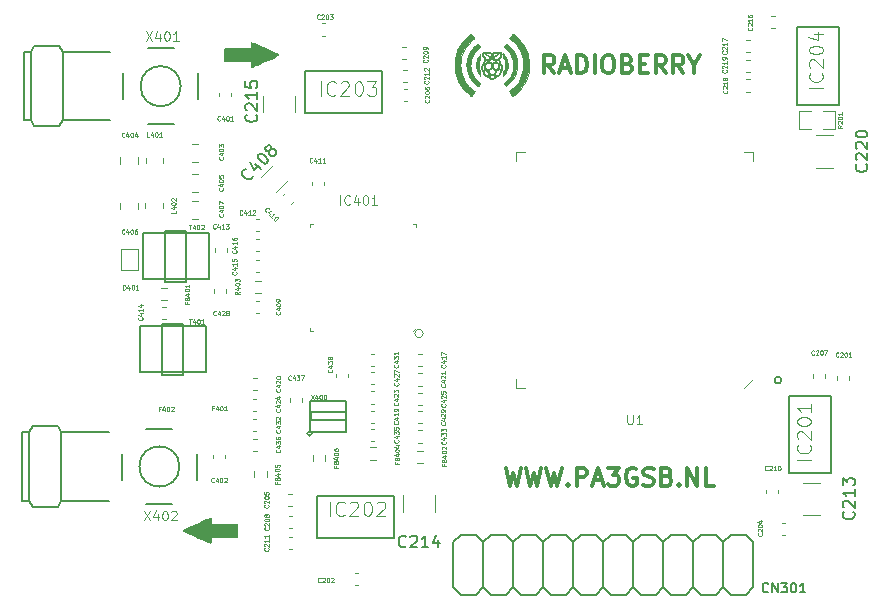
<source format=gto>
%TF.GenerationSoftware,KiCad,Pcbnew,(5.1.8)-1*%
%TF.CreationDate,2021-04-21T20:08:09+02:00*%
%TF.ProjectId,Radioberry,52616469-6f62-4657-9272-792e6b696361,rev?*%
%TF.SameCoordinates,Original*%
%TF.FileFunction,Legend,Top*%
%TF.FilePolarity,Positive*%
%FSLAX46Y46*%
G04 Gerber Fmt 4.6, Leading zero omitted, Abs format (unit mm)*
G04 Created by KiCad (PCBNEW (5.1.8)-1) date 2021-04-21 20:08:09*
%MOMM*%
%LPD*%
G01*
G04 APERTURE LIST*
%ADD10C,0.150000*%
%ADD11C,0.300000*%
%ADD12C,0.100000*%
%ADD13C,0.120000*%
%ADD14C,0.152400*%
%ADD15C,0.203200*%
%ADD16C,0.010000*%
%ADD17C,0.088900*%
%ADD18C,0.127000*%
%ADD19C,0.101600*%
G04 APERTURE END LIST*
D10*
X147050448Y-108386880D02*
G75*
G03*
X147050448Y-108386880I-289248J0D01*
G01*
D11*
X127839222Y-82395451D02*
X127339222Y-81681165D01*
X126982080Y-82395451D02*
X126982080Y-80895451D01*
X127553508Y-80895451D01*
X127696365Y-80966880D01*
X127767794Y-81038308D01*
X127839222Y-81181165D01*
X127839222Y-81395451D01*
X127767794Y-81538308D01*
X127696365Y-81609737D01*
X127553508Y-81681165D01*
X126982080Y-81681165D01*
X128410651Y-81966880D02*
X129124937Y-81966880D01*
X128267794Y-82395451D02*
X128767794Y-80895451D01*
X129267794Y-82395451D01*
X129767794Y-82395451D02*
X129767794Y-80895451D01*
X130124937Y-80895451D01*
X130339222Y-80966880D01*
X130482080Y-81109737D01*
X130553508Y-81252594D01*
X130624937Y-81538308D01*
X130624937Y-81752594D01*
X130553508Y-82038308D01*
X130482080Y-82181165D01*
X130339222Y-82324022D01*
X130124937Y-82395451D01*
X129767794Y-82395451D01*
X131267794Y-82395451D02*
X131267794Y-80895451D01*
X132267794Y-80895451D02*
X132553508Y-80895451D01*
X132696365Y-80966880D01*
X132839222Y-81109737D01*
X132910651Y-81395451D01*
X132910651Y-81895451D01*
X132839222Y-82181165D01*
X132696365Y-82324022D01*
X132553508Y-82395451D01*
X132267794Y-82395451D01*
X132124937Y-82324022D01*
X131982080Y-82181165D01*
X131910651Y-81895451D01*
X131910651Y-81395451D01*
X131982080Y-81109737D01*
X132124937Y-80966880D01*
X132267794Y-80895451D01*
X134053508Y-81609737D02*
X134267794Y-81681165D01*
X134339222Y-81752594D01*
X134410651Y-81895451D01*
X134410651Y-82109737D01*
X134339222Y-82252594D01*
X134267794Y-82324022D01*
X134124937Y-82395451D01*
X133553508Y-82395451D01*
X133553508Y-80895451D01*
X134053508Y-80895451D01*
X134196365Y-80966880D01*
X134267794Y-81038308D01*
X134339222Y-81181165D01*
X134339222Y-81324022D01*
X134267794Y-81466880D01*
X134196365Y-81538308D01*
X134053508Y-81609737D01*
X133553508Y-81609737D01*
X135053508Y-81609737D02*
X135553508Y-81609737D01*
X135767794Y-82395451D02*
X135053508Y-82395451D01*
X135053508Y-80895451D01*
X135767794Y-80895451D01*
X137267794Y-82395451D02*
X136767794Y-81681165D01*
X136410651Y-82395451D02*
X136410651Y-80895451D01*
X136982080Y-80895451D01*
X137124937Y-80966880D01*
X137196365Y-81038308D01*
X137267794Y-81181165D01*
X137267794Y-81395451D01*
X137196365Y-81538308D01*
X137124937Y-81609737D01*
X136982080Y-81681165D01*
X136410651Y-81681165D01*
X138767794Y-82395451D02*
X138267794Y-81681165D01*
X137910651Y-82395451D02*
X137910651Y-80895451D01*
X138482080Y-80895451D01*
X138624937Y-80966880D01*
X138696365Y-81038308D01*
X138767794Y-81181165D01*
X138767794Y-81395451D01*
X138696365Y-81538308D01*
X138624937Y-81609737D01*
X138482080Y-81681165D01*
X137910651Y-81681165D01*
X139696365Y-81681165D02*
X139696365Y-82395451D01*
X139196365Y-80895451D02*
X139696365Y-81681165D01*
X140196365Y-80895451D01*
X123736245Y-115810291D02*
X124093388Y-117310291D01*
X124379102Y-116238862D01*
X124664817Y-117310291D01*
X125021960Y-115810291D01*
X125450531Y-115810291D02*
X125807674Y-117310291D01*
X126093388Y-116238862D01*
X126379102Y-117310291D01*
X126736245Y-115810291D01*
X127164817Y-115810291D02*
X127521960Y-117310291D01*
X127807674Y-116238862D01*
X128093388Y-117310291D01*
X128450531Y-115810291D01*
X129021960Y-117167434D02*
X129093388Y-117238862D01*
X129021960Y-117310291D01*
X128950531Y-117238862D01*
X129021960Y-117167434D01*
X129021960Y-117310291D01*
X129736245Y-117310291D02*
X129736245Y-115810291D01*
X130307674Y-115810291D01*
X130450531Y-115881720D01*
X130521960Y-115953148D01*
X130593388Y-116096005D01*
X130593388Y-116310291D01*
X130521960Y-116453148D01*
X130450531Y-116524577D01*
X130307674Y-116596005D01*
X129736245Y-116596005D01*
X131164817Y-116881720D02*
X131879102Y-116881720D01*
X131021960Y-117310291D02*
X131521960Y-115810291D01*
X132021960Y-117310291D01*
X132379102Y-115810291D02*
X133307674Y-115810291D01*
X132807674Y-116381720D01*
X133021960Y-116381720D01*
X133164817Y-116453148D01*
X133236245Y-116524577D01*
X133307674Y-116667434D01*
X133307674Y-117024577D01*
X133236245Y-117167434D01*
X133164817Y-117238862D01*
X133021960Y-117310291D01*
X132593388Y-117310291D01*
X132450531Y-117238862D01*
X132379102Y-117167434D01*
X134736245Y-115881720D02*
X134593388Y-115810291D01*
X134379102Y-115810291D01*
X134164817Y-115881720D01*
X134021960Y-116024577D01*
X133950531Y-116167434D01*
X133879102Y-116453148D01*
X133879102Y-116667434D01*
X133950531Y-116953148D01*
X134021960Y-117096005D01*
X134164817Y-117238862D01*
X134379102Y-117310291D01*
X134521960Y-117310291D01*
X134736245Y-117238862D01*
X134807674Y-117167434D01*
X134807674Y-116667434D01*
X134521960Y-116667434D01*
X135379102Y-117238862D02*
X135593388Y-117310291D01*
X135950531Y-117310291D01*
X136093388Y-117238862D01*
X136164817Y-117167434D01*
X136236245Y-117024577D01*
X136236245Y-116881720D01*
X136164817Y-116738862D01*
X136093388Y-116667434D01*
X135950531Y-116596005D01*
X135664817Y-116524577D01*
X135521960Y-116453148D01*
X135450531Y-116381720D01*
X135379102Y-116238862D01*
X135379102Y-116096005D01*
X135450531Y-115953148D01*
X135521960Y-115881720D01*
X135664817Y-115810291D01*
X136021960Y-115810291D01*
X136236245Y-115881720D01*
X137379102Y-116524577D02*
X137593388Y-116596005D01*
X137664817Y-116667434D01*
X137736245Y-116810291D01*
X137736245Y-117024577D01*
X137664817Y-117167434D01*
X137593388Y-117238862D01*
X137450531Y-117310291D01*
X136879102Y-117310291D01*
X136879102Y-115810291D01*
X137379102Y-115810291D01*
X137521960Y-115881720D01*
X137593388Y-115953148D01*
X137664817Y-116096005D01*
X137664817Y-116238862D01*
X137593388Y-116381720D01*
X137521960Y-116453148D01*
X137379102Y-116524577D01*
X136879102Y-116524577D01*
X138379102Y-117167434D02*
X138450531Y-117238862D01*
X138379102Y-117310291D01*
X138307674Y-117238862D01*
X138379102Y-117167434D01*
X138379102Y-117310291D01*
X139093388Y-117310291D02*
X139093388Y-115810291D01*
X139950531Y-117310291D01*
X139950531Y-115810291D01*
X141379102Y-117310291D02*
X140664817Y-117310291D01*
X140664817Y-115810291D01*
D12*
%TO.C,R201*%
X148576000Y-85638000D02*
X149592000Y-85638000D01*
X148576000Y-87162000D02*
X148576000Y-85638000D01*
X149592000Y-87162000D02*
X148576000Y-87162000D01*
X151624000Y-87162000D02*
X150608000Y-87162000D01*
X151624000Y-85638000D02*
X151624000Y-87162000D01*
X150608000Y-85638000D02*
X151624000Y-85638000D01*
D10*
%TO.C,T401*%
X94615000Y-107950000D02*
X94615000Y-103632000D01*
X94615000Y-103632000D02*
X96393000Y-103632000D01*
X96393000Y-103632000D02*
X96393000Y-107950000D01*
X96393000Y-107950000D02*
X94615000Y-107950000D01*
X98323400Y-103835200D02*
X92786200Y-103835200D01*
X92786200Y-103886000D02*
X92786200Y-107696000D01*
X92786200Y-107696000D02*
X98323400Y-107696000D01*
X98323400Y-107696000D02*
X98323400Y-103835200D01*
%TO.C,X400*%
X110236000Y-110159800D02*
X107188000Y-110159800D01*
X110236000Y-112750600D02*
X110236000Y-110159800D01*
X107188000Y-112750600D02*
X110236000Y-112750600D01*
X107188000Y-110159800D02*
X107188000Y-112750600D01*
X110185200Y-111125000D02*
X107200700Y-111112300D01*
X110185200Y-111798100D02*
X110185200Y-111125000D01*
X107200700Y-111785400D02*
X110185200Y-111798100D01*
X107200700Y-111099600D02*
X107200700Y-111785400D01*
X107290053Y-112903000D02*
G75*
G03*
X107290053Y-112903000I-178253J0D01*
G01*
%TO.C,T402*%
X94869000Y-100076000D02*
X94869000Y-95758000D01*
X94869000Y-95758000D02*
X96647000Y-95758000D01*
X96647000Y-95758000D02*
X96647000Y-100076000D01*
X96647000Y-100076000D02*
X94869000Y-100076000D01*
X98628200Y-95961200D02*
X93040200Y-95961200D01*
X93040200Y-96012000D02*
X93040200Y-99822000D01*
X93040200Y-99822000D02*
X98628200Y-99822000D01*
X98628200Y-99822000D02*
X98628200Y-95961200D01*
D13*
%TO.C,C419*%
X112585267Y-110996000D02*
X112292733Y-110996000D01*
X112585267Y-112016000D02*
X112292733Y-112016000D01*
%TO.C,L402*%
X93219600Y-93371936D02*
X93219600Y-93826064D01*
X94689600Y-93371936D02*
X94689600Y-93826064D01*
%TO.C,L401*%
X93265000Y-89572936D02*
X93265000Y-90027064D01*
X94735000Y-89572936D02*
X94735000Y-90027064D01*
%TO.C,FB406*%
X107402100Y-114732976D02*
X107402100Y-115242424D01*
X108447100Y-114732976D02*
X108447100Y-115242424D01*
%TO.C,FB405*%
X102449100Y-116100776D02*
X102449100Y-116610224D01*
X103494100Y-116100776D02*
X103494100Y-116610224D01*
%TO.C,FB404*%
X112754724Y-114077500D02*
X112245276Y-114077500D01*
X112754724Y-115122500D02*
X112245276Y-115122500D01*
%TO.C,FB402*%
X116245276Y-115422500D02*
X116754724Y-115422500D01*
X116245276Y-114377500D02*
X116754724Y-114377500D01*
%TO.C,FB401*%
X94539976Y-101639900D02*
X95049424Y-101639900D01*
X94539976Y-100594900D02*
X95049424Y-100594900D01*
D12*
%TO.C,D401*%
X91191080Y-97282000D02*
X91191080Y-99080320D01*
X91191080Y-99080320D02*
X92593160Y-99080320D01*
X92593160Y-99080320D02*
X92593160Y-97282000D01*
X92593160Y-97282000D02*
X91191080Y-97282000D01*
D13*
%TO.C,C408*%
X104293282Y-92472052D02*
X105299144Y-91466190D01*
X103006348Y-91185118D02*
X104012210Y-90179256D01*
%TO.C,C407*%
X97147748Y-93245000D02*
X97670252Y-93245000D01*
X97147748Y-94715000D02*
X97670252Y-94715000D01*
%TO.C,C406*%
X91086000Y-93889552D02*
X91086000Y-93367048D01*
X92556000Y-93889552D02*
X92556000Y-93367048D01*
%TO.C,C405*%
X97147748Y-90959000D02*
X97670252Y-90959000D01*
X97147748Y-92429000D02*
X97670252Y-92429000D01*
%TO.C,C404*%
X91086000Y-90050252D02*
X91086000Y-89527748D01*
X92556000Y-90050252D02*
X92556000Y-89527748D01*
%TO.C,C403*%
X97147748Y-88419000D02*
X97670252Y-88419000D01*
X97147748Y-89889000D02*
X97670252Y-89889000D01*
%TO.C,C220*%
X150024648Y-90387000D02*
X151447152Y-90387000D01*
X150024648Y-87667000D02*
X151447152Y-87667000D01*
%TO.C,C215*%
X105860000Y-85711252D02*
X105860000Y-84288748D01*
X103140000Y-85711252D02*
X103140000Y-84288748D01*
%TO.C,C214*%
X115040000Y-118088748D02*
X115040000Y-119511252D01*
X117760000Y-118088748D02*
X117760000Y-119511252D01*
%TO.C,C213*%
X148920148Y-119774800D02*
X150342652Y-119774800D01*
X148920148Y-117054800D02*
X150342652Y-117054800D01*
%TO.C,C217*%
X144393967Y-79576200D02*
X144101433Y-79576200D01*
X144393967Y-80596200D02*
X144101433Y-80596200D01*
%TO.C,C211*%
X105338833Y-122709400D02*
X105631367Y-122709400D01*
X105338833Y-121689400D02*
X105631367Y-121689400D01*
%TO.C,R403*%
X102974224Y-99959900D02*
X102464776Y-99959900D01*
X102974224Y-101004900D02*
X102464776Y-101004900D01*
%TO.C,C438*%
X109390000Y-107853733D02*
X109390000Y-108146267D01*
X110410000Y-107853733D02*
X110410000Y-108146267D01*
%TO.C,C437*%
X105484200Y-109937333D02*
X105484200Y-110229867D01*
X106504200Y-109937333D02*
X106504200Y-110229867D01*
%TO.C,C436*%
X102634167Y-113358200D02*
X102341633Y-113358200D01*
X102634167Y-114378200D02*
X102341633Y-114378200D01*
%TO.C,C435*%
X112585267Y-112520000D02*
X112292733Y-112520000D01*
X112585267Y-113540000D02*
X112292733Y-113540000D01*
%TO.C,C433*%
X116312733Y-113667000D02*
X116605267Y-113667000D01*
X116312733Y-112647000D02*
X116605267Y-112647000D01*
%TO.C,C432*%
X102596267Y-111656400D02*
X102303733Y-111656400D01*
X102596267Y-112676400D02*
X102303733Y-112676400D01*
%TO.C,C431*%
X112585267Y-106170000D02*
X112292733Y-106170000D01*
X112585267Y-107190000D02*
X112292733Y-107190000D01*
%TO.C,C429*%
X116312733Y-112016000D02*
X116605267Y-112016000D01*
X116312733Y-110996000D02*
X116605267Y-110996000D01*
%TO.C,C428*%
X100078000Y-100983167D02*
X100078000Y-100690633D01*
X99058000Y-100983167D02*
X99058000Y-100690633D01*
%TO.C,C427*%
X112585267Y-107694000D02*
X112292733Y-107694000D01*
X112585267Y-108714000D02*
X112292733Y-108714000D01*
%TO.C,C425*%
X116312733Y-110492000D02*
X116605267Y-110492000D01*
X116312733Y-109472000D02*
X116605267Y-109472000D01*
%TO.C,C424*%
X102609867Y-109954600D02*
X102317333Y-109954600D01*
X102609867Y-110974600D02*
X102317333Y-110974600D01*
%TO.C,C423*%
X112585267Y-109345000D02*
X112292733Y-109345000D01*
X112585267Y-110365000D02*
X112292733Y-110365000D01*
%TO.C,C421*%
X116312733Y-108841000D02*
X116605267Y-108841000D01*
X116312733Y-107821000D02*
X116605267Y-107821000D01*
%TO.C,C420*%
X102636367Y-108227400D02*
X102343833Y-108227400D01*
X102636367Y-109247400D02*
X102343833Y-109247400D01*
%TO.C,C417*%
X116312733Y-107190000D02*
X116605267Y-107190000D01*
X116312733Y-106170000D02*
X116605267Y-106170000D01*
%TO.C,C416*%
X102864967Y-96467200D02*
X102572433Y-96467200D01*
X102864967Y-97487200D02*
X102572433Y-97487200D01*
%TO.C,C415*%
X102864967Y-98245200D02*
X102572433Y-98245200D01*
X102864967Y-99265200D02*
X102572433Y-99265200D01*
%TO.C,C414*%
X94946267Y-102190000D02*
X94653733Y-102190000D01*
X94946267Y-103210000D02*
X94653733Y-103210000D01*
%TO.C,C413*%
X100103400Y-97528767D02*
X100103400Y-97236233D01*
X99083400Y-97528767D02*
X99083400Y-97236233D01*
%TO.C,C412*%
X102545933Y-95760000D02*
X102838467Y-95760000D01*
X102545933Y-94740000D02*
X102838467Y-94740000D01*
%TO.C,C411*%
X107280000Y-91613733D02*
X107280000Y-91906267D01*
X108300000Y-91613733D02*
X108300000Y-91906267D01*
%TO.C,C410*%
X105565878Y-93453171D02*
X105772731Y-93246318D01*
X104844629Y-92731922D02*
X105051482Y-92525069D01*
%TO.C,C409*%
X102572433Y-102694200D02*
X102864967Y-102694200D01*
X102572433Y-101674200D02*
X102864967Y-101674200D01*
%TO.C,C402*%
X98956400Y-114688233D02*
X98956400Y-114980767D01*
X99976400Y-114688233D02*
X99976400Y-114980767D01*
%TO.C,C401*%
X100459000Y-84347267D02*
X100459000Y-84054733D01*
X99439000Y-84347267D02*
X99439000Y-84054733D01*
%TO.C,C219*%
X144393967Y-81252600D02*
X144101433Y-81252600D01*
X144393967Y-82272600D02*
X144101433Y-82272600D01*
%TO.C,C218*%
X144368567Y-82929000D02*
X144076033Y-82929000D01*
X144368567Y-83949000D02*
X144076033Y-83949000D01*
%TO.C,C216*%
X146502167Y-77544200D02*
X146209633Y-77544200D01*
X146502167Y-78564200D02*
X146209633Y-78564200D01*
%TO.C,C212*%
X115359567Y-82116200D02*
X115067033Y-82116200D01*
X115359567Y-83136200D02*
X115067033Y-83136200D01*
%TO.C,C210*%
X145790000Y-117653733D02*
X145790000Y-117946267D01*
X146810000Y-117653733D02*
X146810000Y-117946267D01*
%TO.C,C209*%
X115246267Y-80190000D02*
X114953733Y-80190000D01*
X115246267Y-81210000D02*
X114953733Y-81210000D01*
%TO.C,C208*%
X105338833Y-120880600D02*
X105631367Y-120880600D01*
X105338833Y-119860600D02*
X105631367Y-119860600D01*
%TO.C,C207*%
X150725600Y-108196767D02*
X150725600Y-107904233D01*
X149705600Y-108196767D02*
X149705600Y-107904233D01*
%TO.C,C206*%
X115384967Y-83741800D02*
X115092433Y-83741800D01*
X115384967Y-84761800D02*
X115092433Y-84761800D01*
%TO.C,C205*%
X105313433Y-119051800D02*
X105605967Y-119051800D01*
X105313433Y-118031800D02*
X105605967Y-118031800D01*
%TO.C,C204*%
X147365767Y-120444800D02*
X147073233Y-120444800D01*
X147365767Y-121464800D02*
X147073233Y-121464800D01*
%TO.C,C203*%
X108153733Y-79210000D02*
X108446267Y-79210000D01*
X108153733Y-78190000D02*
X108446267Y-78190000D01*
%TO.C,C202*%
X111245867Y-124712000D02*
X110953333Y-124712000D01*
X111245867Y-125732000D02*
X110953333Y-125732000D01*
%TO.C,C201*%
X152810000Y-108346267D02*
X152810000Y-108053733D01*
X151790000Y-108346267D02*
X151790000Y-108053733D01*
D12*
%TO.C,U1*%
X124620000Y-89060000D02*
X124620000Y-89810000D01*
X125370000Y-89060000D02*
X124620000Y-89060000D01*
X144620000Y-89060000D02*
X144620000Y-89810000D01*
X143870000Y-89060000D02*
X144620000Y-89060000D01*
X124620000Y-109060000D02*
X124620000Y-108310000D01*
X125370000Y-109060000D02*
X124620000Y-109060000D01*
X144620000Y-108310000D02*
X143870000Y-109060000D01*
%TO.C,IC401*%
X107133000Y-95195000D02*
X107133000Y-95445000D01*
X107383000Y-95195000D02*
X107133000Y-95195000D01*
X116133000Y-95195000D02*
X116133000Y-95445000D01*
X115883000Y-95195000D02*
X116133000Y-95195000D01*
X107133000Y-104195000D02*
X107133000Y-103945000D01*
X107383000Y-104195000D02*
X107133000Y-104195000D01*
X116133000Y-103945000D02*
X115883000Y-104195000D01*
X116736553Y-104445000D02*
G75*
G03*
X116736553Y-104445000I-353553J0D01*
G01*
D14*
%TO.C,CN301*%
X121205000Y-121460000D02*
X119935000Y-121460000D01*
X119300000Y-125905000D02*
X119300000Y-122095000D01*
X121840000Y-122095000D02*
X121205000Y-121460000D01*
X119300000Y-122095000D02*
X119935000Y-121460000D01*
X119935000Y-126540000D02*
X119300000Y-125905000D01*
X121205000Y-126540000D02*
X119935000Y-126540000D01*
X121840000Y-125905000D02*
X121205000Y-126540000D01*
X144065000Y-121460000D02*
X142795000Y-121460000D01*
X141525000Y-121460000D02*
X140255000Y-121460000D01*
X138985000Y-121460000D02*
X137715000Y-121460000D01*
X136445000Y-121460000D02*
X135175000Y-121460000D01*
X133905000Y-121460000D02*
X132635000Y-121460000D01*
X131365000Y-121460000D02*
X130095000Y-121460000D01*
X128825000Y-121460000D02*
X127555000Y-121460000D01*
X126285000Y-121460000D02*
X125015000Y-121460000D01*
X123745000Y-121460000D02*
X122475000Y-121460000D01*
X121840000Y-125905000D02*
X121840000Y-122095000D01*
X124380000Y-125905000D02*
X124380000Y-122095000D01*
X126920000Y-125905000D02*
X126920000Y-122095000D01*
X129460000Y-125905000D02*
X129460000Y-122095000D01*
X132000000Y-125905000D02*
X132000000Y-122095000D01*
X134540000Y-125905000D02*
X134540000Y-122095000D01*
X137080000Y-125905000D02*
X137080000Y-122095000D01*
X139620000Y-125905000D02*
X139620000Y-122095000D01*
X142160000Y-125905000D02*
X142160000Y-122095000D01*
X129460000Y-122095000D02*
X128825000Y-121460000D01*
X126920000Y-122095000D02*
X127555000Y-121460000D01*
X126920000Y-122095000D02*
X126285000Y-121460000D01*
X124380000Y-122095000D02*
X125015000Y-121460000D01*
X124380000Y-122095000D02*
X123745000Y-121460000D01*
X121840000Y-122095000D02*
X122475000Y-121460000D01*
X122475000Y-126540000D02*
X121840000Y-125905000D01*
X123745000Y-126540000D02*
X122475000Y-126540000D01*
X124380000Y-125905000D02*
X123745000Y-126540000D01*
X125015000Y-126540000D02*
X124380000Y-125905000D01*
X126285000Y-126540000D02*
X125015000Y-126540000D01*
X126920000Y-125905000D02*
X126285000Y-126540000D01*
X127555000Y-126540000D02*
X126920000Y-125905000D01*
X128825000Y-126540000D02*
X127555000Y-126540000D01*
X129460000Y-125905000D02*
X128825000Y-126540000D01*
X130095000Y-126540000D02*
X129460000Y-125905000D01*
X131365000Y-126540000D02*
X130095000Y-126540000D01*
X132000000Y-125905000D02*
X131365000Y-126540000D01*
X132635000Y-126540000D02*
X132000000Y-125905000D01*
X133905000Y-126540000D02*
X132635000Y-126540000D01*
X134540000Y-125905000D02*
X133905000Y-126540000D01*
X135175000Y-126540000D02*
X134540000Y-125905000D01*
X136445000Y-126540000D02*
X135175000Y-126540000D01*
X137080000Y-125905000D02*
X136445000Y-126540000D01*
X137715000Y-126540000D02*
X137080000Y-125905000D01*
X138985000Y-126540000D02*
X137715000Y-126540000D01*
X139620000Y-125905000D02*
X138985000Y-126540000D01*
X140255000Y-126540000D02*
X139620000Y-125905000D01*
X141525000Y-126540000D02*
X140255000Y-126540000D01*
X142160000Y-125905000D02*
X141525000Y-126540000D01*
X142795000Y-126540000D02*
X142160000Y-125905000D01*
X144065000Y-126540000D02*
X142795000Y-126540000D01*
X144700000Y-125905000D02*
X144065000Y-126540000D01*
X144700000Y-122095000D02*
X144700000Y-125905000D01*
X130095000Y-121460000D02*
X129460000Y-122095000D01*
X132000000Y-122095000D02*
X131365000Y-121460000D01*
X132635000Y-121460000D02*
X132000000Y-122095000D01*
X134540000Y-122095000D02*
X133905000Y-121460000D01*
X135175000Y-121460000D02*
X134540000Y-122095000D01*
X137080000Y-122095000D02*
X136445000Y-121460000D01*
X137715000Y-121460000D02*
X137080000Y-122095000D01*
X139620000Y-122095000D02*
X138985000Y-121460000D01*
X140255000Y-121460000D02*
X139620000Y-122095000D01*
X142160000Y-122095000D02*
X141525000Y-121460000D01*
X142795000Y-121460000D02*
X142160000Y-122095000D01*
X144700000Y-122095000D02*
X144065000Y-121460000D01*
D15*
%TO.C,IC201*%
X147722000Y-116277000D02*
X147722000Y-109723000D01*
X151278000Y-116277000D02*
X147722000Y-116277000D01*
X151278000Y-109723000D02*
X151278000Y-116277000D01*
X147722000Y-109723000D02*
X151278000Y-109723000D01*
%TO.C,IC202*%
X107723000Y-118222000D02*
X114277000Y-118222000D01*
X107723000Y-121778000D02*
X107723000Y-118222000D01*
X114277000Y-121778000D02*
X107723000Y-121778000D01*
X114277000Y-118222000D02*
X114277000Y-121778000D01*
%TO.C,IC203*%
X113277000Y-85778000D02*
X106723000Y-85778000D01*
X113277000Y-82222000D02*
X113277000Y-85778000D01*
X106723000Y-82222000D02*
X113277000Y-82222000D01*
X106723000Y-85778000D02*
X106723000Y-82222000D01*
%TO.C,IC204*%
X148422000Y-85077000D02*
X148422000Y-78523000D01*
X151978000Y-85077000D02*
X148422000Y-85077000D01*
X151978000Y-78523000D02*
X151978000Y-85077000D01*
X148422000Y-78523000D02*
X151978000Y-78523000D01*
%TO.C,X401*%
X86200000Y-80600000D02*
X86200000Y-86400000D01*
X83500000Y-80600000D02*
X83500000Y-86400000D01*
X85900000Y-80100000D02*
X83800000Y-80100000D01*
X83500000Y-80600000D02*
X82900000Y-80600000D01*
X83800000Y-80100000D02*
X83500000Y-80600000D01*
X86200000Y-80600000D02*
X85900000Y-80100000D01*
X90200000Y-80600000D02*
X86200000Y-80600000D01*
X85900000Y-86900000D02*
X83800000Y-86900000D01*
X82900000Y-80600000D02*
X82900000Y-86400000D01*
X83500000Y-86400000D02*
X82900000Y-86400000D01*
X83800000Y-86900000D02*
X83500000Y-86400000D01*
X86200000Y-86400000D02*
X85900000Y-86900000D01*
X90200000Y-86400000D02*
X86200000Y-86400000D01*
X97700000Y-82400000D02*
X97700000Y-84600000D01*
X93400000Y-80300000D02*
X95600000Y-80300000D01*
X91300000Y-84600000D02*
X91300000Y-82400000D01*
X95600000Y-86700000D02*
X93400000Y-86700000D01*
X96200000Y-83500000D02*
G75*
G03*
X96200000Y-83500000I-1700000J0D01*
G01*
%TO.C,X402*%
X86100000Y-112800000D02*
X86100000Y-118600000D01*
X83400000Y-112800000D02*
X83400000Y-118600000D01*
X85800000Y-112300000D02*
X83700000Y-112300000D01*
X83400000Y-112800000D02*
X82800000Y-112800000D01*
X83700000Y-112300000D02*
X83400000Y-112800000D01*
X86100000Y-112800000D02*
X85800000Y-112300000D01*
X90100000Y-112800000D02*
X86100000Y-112800000D01*
X85800000Y-119100000D02*
X83700000Y-119100000D01*
X82800000Y-112800000D02*
X82800000Y-118600000D01*
X83400000Y-118600000D02*
X82800000Y-118600000D01*
X83700000Y-119100000D02*
X83400000Y-118600000D01*
X86100000Y-118600000D02*
X85800000Y-119100000D01*
X90100000Y-118600000D02*
X86100000Y-118600000D01*
X97600000Y-114600000D02*
X97600000Y-116800000D01*
X93300000Y-112500000D02*
X95500000Y-112500000D01*
X91200000Y-116800000D02*
X91200000Y-114600000D01*
X95500000Y-118900000D02*
X93300000Y-118900000D01*
X96100000Y-115700000D02*
G75*
G03*
X96100000Y-115700000I-1700000J0D01*
G01*
D16*
%TO.C,G\u002A\u002A\u002A*%
G36*
X102197439Y-79782804D02*
G01*
X102276519Y-79811696D01*
X102396276Y-79859183D01*
X102551294Y-79923014D01*
X102736160Y-80000939D01*
X102945461Y-80090708D01*
X103173782Y-80190072D01*
X103342727Y-80264441D01*
X103625626Y-80389986D01*
X103860466Y-80495268D01*
X104051104Y-80582169D01*
X104201399Y-80652574D01*
X104315210Y-80708364D01*
X104396395Y-80751423D01*
X104448812Y-80783634D01*
X104476320Y-80806878D01*
X104483000Y-80820868D01*
X104473372Y-80838155D01*
X104441914Y-80862943D01*
X104384767Y-80897127D01*
X104298071Y-80942603D01*
X104177966Y-81001269D01*
X104020592Y-81075021D01*
X103822090Y-81165756D01*
X103578599Y-81275371D01*
X103354111Y-81375575D01*
X103117176Y-81480766D01*
X102895754Y-81578519D01*
X102695244Y-81666490D01*
X102521044Y-81742337D01*
X102378554Y-81803716D01*
X102273172Y-81848284D01*
X102210297Y-81873696D01*
X102194648Y-81878840D01*
X102149371Y-81864287D01*
X102145259Y-81860741D01*
X102136606Y-81825600D01*
X102130052Y-81748554D01*
X102126677Y-81644133D01*
X102126445Y-81607068D01*
X102126445Y-81372211D01*
X101018722Y-81364827D01*
X99911000Y-81357444D01*
X99903295Y-80839008D01*
X99901681Y-80625448D01*
X99904094Y-80465390D01*
X99910658Y-80356026D01*
X99921496Y-80294550D01*
X99927917Y-80281619D01*
X99945304Y-80271398D01*
X99982124Y-80263052D01*
X100043293Y-80256411D01*
X100133728Y-80251301D01*
X100258345Y-80247552D01*
X100422059Y-80244992D01*
X100629787Y-80243449D01*
X100886446Y-80242752D01*
X101043345Y-80242667D01*
X102126445Y-80242667D01*
X102126445Y-80016003D01*
X102129671Y-79890280D01*
X102140121Y-79813325D01*
X102158953Y-79777789D01*
X102164449Y-79774756D01*
X102197439Y-79782804D01*
G37*
X102197439Y-79782804D02*
X102276519Y-79811696D01*
X102396276Y-79859183D01*
X102551294Y-79923014D01*
X102736160Y-80000939D01*
X102945461Y-80090708D01*
X103173782Y-80190072D01*
X103342727Y-80264441D01*
X103625626Y-80389986D01*
X103860466Y-80495268D01*
X104051104Y-80582169D01*
X104201399Y-80652574D01*
X104315210Y-80708364D01*
X104396395Y-80751423D01*
X104448812Y-80783634D01*
X104476320Y-80806878D01*
X104483000Y-80820868D01*
X104473372Y-80838155D01*
X104441914Y-80862943D01*
X104384767Y-80897127D01*
X104298071Y-80942603D01*
X104177966Y-81001269D01*
X104020592Y-81075021D01*
X103822090Y-81165756D01*
X103578599Y-81275371D01*
X103354111Y-81375575D01*
X103117176Y-81480766D01*
X102895754Y-81578519D01*
X102695244Y-81666490D01*
X102521044Y-81742337D01*
X102378554Y-81803716D01*
X102273172Y-81848284D01*
X102210297Y-81873696D01*
X102194648Y-81878840D01*
X102149371Y-81864287D01*
X102145259Y-81860741D01*
X102136606Y-81825600D01*
X102130052Y-81748554D01*
X102126677Y-81644133D01*
X102126445Y-81607068D01*
X102126445Y-81372211D01*
X101018722Y-81364827D01*
X99911000Y-81357444D01*
X99903295Y-80839008D01*
X99901681Y-80625448D01*
X99904094Y-80465390D01*
X99910658Y-80356026D01*
X99921496Y-80294550D01*
X99927917Y-80281619D01*
X99945304Y-80271398D01*
X99982124Y-80263052D01*
X100043293Y-80256411D01*
X100133728Y-80251301D01*
X100258345Y-80247552D01*
X100422059Y-80244992D01*
X100629787Y-80243449D01*
X100886446Y-80242752D01*
X101043345Y-80242667D01*
X102126445Y-80242667D01*
X102126445Y-80016003D01*
X102129671Y-79890280D01*
X102140121Y-79813325D01*
X102158953Y-79777789D01*
X102164449Y-79774756D01*
X102197439Y-79782804D01*
G36*
X98678561Y-122142796D02*
G01*
X98599481Y-122113904D01*
X98479724Y-122066417D01*
X98324706Y-122002586D01*
X98139840Y-121924661D01*
X97930539Y-121834892D01*
X97702218Y-121735528D01*
X97533273Y-121661159D01*
X97250374Y-121535614D01*
X97015534Y-121430332D01*
X96824896Y-121343431D01*
X96674601Y-121273026D01*
X96560790Y-121217236D01*
X96479605Y-121174177D01*
X96427188Y-121141966D01*
X96399680Y-121118722D01*
X96393000Y-121104732D01*
X96402628Y-121087445D01*
X96434086Y-121062657D01*
X96491233Y-121028473D01*
X96577929Y-120982997D01*
X96698034Y-120924331D01*
X96855408Y-120850579D01*
X97053910Y-120759844D01*
X97297401Y-120650229D01*
X97521889Y-120550025D01*
X97758824Y-120444834D01*
X97980246Y-120347081D01*
X98180756Y-120259110D01*
X98354956Y-120183263D01*
X98497446Y-120121884D01*
X98602828Y-120077316D01*
X98665703Y-120051904D01*
X98681352Y-120046760D01*
X98726629Y-120061313D01*
X98730741Y-120064859D01*
X98739394Y-120100000D01*
X98745948Y-120177046D01*
X98749323Y-120281467D01*
X98749555Y-120318532D01*
X98749555Y-120553389D01*
X99857278Y-120560773D01*
X100965000Y-120568156D01*
X100972705Y-121086592D01*
X100974319Y-121300152D01*
X100971906Y-121460210D01*
X100965342Y-121569574D01*
X100954504Y-121631050D01*
X100948083Y-121643981D01*
X100930696Y-121654202D01*
X100893876Y-121662548D01*
X100832707Y-121669189D01*
X100742272Y-121674299D01*
X100617655Y-121678048D01*
X100453941Y-121680608D01*
X100246213Y-121682151D01*
X99989554Y-121682848D01*
X99832655Y-121682933D01*
X98749555Y-121682933D01*
X98749555Y-121909597D01*
X98746329Y-122035320D01*
X98735879Y-122112275D01*
X98717047Y-122147811D01*
X98711551Y-122150844D01*
X98678561Y-122142796D01*
G37*
X98678561Y-122142796D02*
X98599481Y-122113904D01*
X98479724Y-122066417D01*
X98324706Y-122002586D01*
X98139840Y-121924661D01*
X97930539Y-121834892D01*
X97702218Y-121735528D01*
X97533273Y-121661159D01*
X97250374Y-121535614D01*
X97015534Y-121430332D01*
X96824896Y-121343431D01*
X96674601Y-121273026D01*
X96560790Y-121217236D01*
X96479605Y-121174177D01*
X96427188Y-121141966D01*
X96399680Y-121118722D01*
X96393000Y-121104732D01*
X96402628Y-121087445D01*
X96434086Y-121062657D01*
X96491233Y-121028473D01*
X96577929Y-120982997D01*
X96698034Y-120924331D01*
X96855408Y-120850579D01*
X97053910Y-120759844D01*
X97297401Y-120650229D01*
X97521889Y-120550025D01*
X97758824Y-120444834D01*
X97980246Y-120347081D01*
X98180756Y-120259110D01*
X98354956Y-120183263D01*
X98497446Y-120121884D01*
X98602828Y-120077316D01*
X98665703Y-120051904D01*
X98681352Y-120046760D01*
X98726629Y-120061313D01*
X98730741Y-120064859D01*
X98739394Y-120100000D01*
X98745948Y-120177046D01*
X98749323Y-120281467D01*
X98749555Y-120318532D01*
X98749555Y-120553389D01*
X99857278Y-120560773D01*
X100965000Y-120568156D01*
X100972705Y-121086592D01*
X100974319Y-121300152D01*
X100971906Y-121460210D01*
X100965342Y-121569574D01*
X100954504Y-121631050D01*
X100948083Y-121643981D01*
X100930696Y-121654202D01*
X100893876Y-121662548D01*
X100832707Y-121669189D01*
X100742272Y-121674299D01*
X100617655Y-121678048D01*
X100453941Y-121680608D01*
X100246213Y-121682151D01*
X99989554Y-121682848D01*
X99832655Y-121682933D01*
X98749555Y-121682933D01*
X98749555Y-121909597D01*
X98746329Y-122035320D01*
X98735879Y-122112275D01*
X98717047Y-122147811D01*
X98711551Y-122150844D01*
X98678561Y-122142796D01*
G36*
X123055300Y-80802750D02*
G01*
X123048950Y-80809100D01*
X123042600Y-80802750D01*
X123048950Y-80796400D01*
X123055300Y-80802750D01*
G37*
X123055300Y-80802750D02*
X123048950Y-80809100D01*
X123042600Y-80802750D01*
X123048950Y-80796400D01*
X123055300Y-80802750D01*
G36*
X122001200Y-80790050D02*
G01*
X121994850Y-80796400D01*
X121988500Y-80790050D01*
X121994850Y-80783700D01*
X122001200Y-80790050D01*
G37*
X122001200Y-80790050D02*
X121994850Y-80796400D01*
X121988500Y-80790050D01*
X121994850Y-80783700D01*
X122001200Y-80790050D01*
G36*
X121579297Y-80946224D02*
G01*
X121580500Y-81015339D01*
X121580166Y-81065082D01*
X121577477Y-81101468D01*
X121571612Y-81130516D01*
X121561751Y-81158242D01*
X121547076Y-81190663D01*
X121545569Y-81193853D01*
X121484614Y-81351180D01*
X121447264Y-81513709D01*
X121433538Y-81678609D01*
X121443459Y-81843053D01*
X121477047Y-82004209D01*
X121534323Y-82159249D01*
X121538375Y-82168000D01*
X121582991Y-82263250D01*
X121579370Y-82430782D01*
X121575750Y-82598315D01*
X121535766Y-82550650D01*
X121446914Y-82429107D01*
X121368103Y-82290170D01*
X121303012Y-82141032D01*
X121262296Y-82015600D01*
X121251210Y-81971992D01*
X121243307Y-81931538D01*
X121238096Y-81888555D01*
X121235084Y-81837360D01*
X121233779Y-81772271D01*
X121233690Y-81687604D01*
X121233698Y-81685400D01*
X121234526Y-81597844D01*
X121236571Y-81530169D01*
X121240312Y-81476866D01*
X121246229Y-81432428D01*
X121254800Y-81391346D01*
X121261511Y-81365671D01*
X121323683Y-81183991D01*
X121405992Y-81016882D01*
X121509584Y-80862050D01*
X121518600Y-80850413D01*
X121575750Y-80777392D01*
X121579297Y-80946224D01*
G37*
X121579297Y-80946224D02*
X121580500Y-81015339D01*
X121580166Y-81065082D01*
X121577477Y-81101468D01*
X121571612Y-81130516D01*
X121561751Y-81158242D01*
X121547076Y-81190663D01*
X121545569Y-81193853D01*
X121484614Y-81351180D01*
X121447264Y-81513709D01*
X121433538Y-81678609D01*
X121443459Y-81843053D01*
X121477047Y-82004209D01*
X121534323Y-82159249D01*
X121538375Y-82168000D01*
X121582991Y-82263250D01*
X121579370Y-82430782D01*
X121575750Y-82598315D01*
X121535766Y-82550650D01*
X121446914Y-82429107D01*
X121368103Y-82290170D01*
X121303012Y-82141032D01*
X121262296Y-82015600D01*
X121251210Y-81971992D01*
X121243307Y-81931538D01*
X121238096Y-81888555D01*
X121235084Y-81837360D01*
X121233779Y-81772271D01*
X121233690Y-81687604D01*
X121233698Y-81685400D01*
X121234526Y-81597844D01*
X121236571Y-81530169D01*
X121240312Y-81476866D01*
X121246229Y-81432428D01*
X121254800Y-81391346D01*
X121261511Y-81365671D01*
X121323683Y-81183991D01*
X121405992Y-81016882D01*
X121509584Y-80862050D01*
X121518600Y-80850413D01*
X121575750Y-80777392D01*
X121579297Y-80946224D01*
G36*
X123576564Y-80830859D02*
G01*
X123680423Y-80975086D01*
X123761411Y-81119978D01*
X123821669Y-81270627D01*
X123863338Y-81432124D01*
X123883338Y-81560559D01*
X123890225Y-81720234D01*
X123874808Y-81884338D01*
X123838565Y-82048367D01*
X123782971Y-82207822D01*
X123709501Y-82358200D01*
X123619632Y-82495000D01*
X123549648Y-82578250D01*
X123488068Y-82644250D01*
X123487584Y-82483863D01*
X123487100Y-82323477D01*
X123531539Y-82249678D01*
X123585495Y-82149463D01*
X123624923Y-82049781D01*
X123651312Y-81944597D01*
X123666155Y-81827878D01*
X123670940Y-81693590D01*
X123670941Y-81685400D01*
X123668481Y-81574311D01*
X123660351Y-81481075D01*
X123644864Y-81398460D01*
X123620329Y-81319233D01*
X123585059Y-81236162D01*
X123549351Y-81164700D01*
X123486263Y-81044050D01*
X123489856Y-80885300D01*
X123493450Y-80726550D01*
X123576564Y-80830859D01*
G37*
X123576564Y-80830859D02*
X123680423Y-80975086D01*
X123761411Y-81119978D01*
X123821669Y-81270627D01*
X123863338Y-81432124D01*
X123883338Y-81560559D01*
X123890225Y-81720234D01*
X123874808Y-81884338D01*
X123838565Y-82048367D01*
X123782971Y-82207822D01*
X123709501Y-82358200D01*
X123619632Y-82495000D01*
X123549648Y-82578250D01*
X123488068Y-82644250D01*
X123487584Y-82483863D01*
X123487100Y-82323477D01*
X123531539Y-82249678D01*
X123585495Y-82149463D01*
X123624923Y-82049781D01*
X123651312Y-81944597D01*
X123666155Y-81827878D01*
X123670940Y-81693590D01*
X123670941Y-81685400D01*
X123668481Y-81574311D01*
X123660351Y-81481075D01*
X123644864Y-81398460D01*
X123620329Y-81319233D01*
X123585059Y-81236162D01*
X123549351Y-81164700D01*
X123486263Y-81044050D01*
X123489856Y-80885300D01*
X123493450Y-80726550D01*
X123576564Y-80830859D01*
G36*
X122985410Y-80566257D02*
G01*
X123036936Y-80569435D01*
X123088608Y-80574671D01*
X123133457Y-80581168D01*
X123164513Y-80588129D01*
X123174092Y-80592612D01*
X123196473Y-80603124D01*
X123217805Y-80605900D01*
X123250243Y-80611785D01*
X123286866Y-80626022D01*
X123288290Y-80626754D01*
X123321024Y-80643578D01*
X123346215Y-80656167D01*
X123347400Y-80656738D01*
X123358998Y-80670652D01*
X123364461Y-80701146D01*
X123365077Y-80740659D01*
X123363053Y-80786917D01*
X123359298Y-80826674D01*
X123356175Y-80844574D01*
X123339182Y-80901775D01*
X123320569Y-80950754D01*
X123303298Y-80983906D01*
X123300321Y-80987900D01*
X123286435Y-81014351D01*
X123283900Y-81028253D01*
X123274606Y-81049881D01*
X123252249Y-81073452D01*
X123252150Y-81073531D01*
X123229925Y-81095129D01*
X123220405Y-81112549D01*
X123220400Y-81112825D01*
X123210075Y-81128097D01*
X123188828Y-81141529D01*
X123157189Y-81163651D01*
X123137735Y-81185707D01*
X123117199Y-81207691D01*
X123099457Y-81215500D01*
X123082418Y-81220395D01*
X123087933Y-81235285D01*
X123116190Y-81260476D01*
X123136228Y-81275150D01*
X123188849Y-81326254D01*
X123230876Y-81395145D01*
X123258858Y-81475240D01*
X123267429Y-81525536D01*
X123273798Y-81569249D01*
X123285106Y-81597896D01*
X123306588Y-81621808D01*
X123323142Y-81635504D01*
X123357072Y-81669902D01*
X123389781Y-81714984D01*
X123403743Y-81739909D01*
X123436894Y-81830447D01*
X123445237Y-81917014D01*
X123428629Y-82001699D01*
X123386929Y-82086590D01*
X123379390Y-82098150D01*
X123356424Y-82139590D01*
X123330939Y-82197084D01*
X123306579Y-82262040D01*
X123295848Y-82295000D01*
X123275047Y-82356422D01*
X123251895Y-82414814D01*
X123229768Y-82462072D01*
X123217490Y-82483047D01*
X123190014Y-82516903D01*
X123154743Y-82552040D01*
X123117870Y-82583186D01*
X123085589Y-82605073D01*
X123065349Y-82612500D01*
X123049322Y-82619845D01*
X123021907Y-82638459D01*
X123006930Y-82649986D01*
X122967900Y-82677121D01*
X122919112Y-82705702D01*
X122890200Y-82720415D01*
X122838054Y-82747770D01*
X122783487Y-82780535D01*
X122758842Y-82797088D01*
X122696034Y-82833688D01*
X122626467Y-82861326D01*
X122559970Y-82876524D01*
X122529119Y-82878342D01*
X122492557Y-82874413D01*
X122447055Y-82865562D01*
X122430500Y-82861427D01*
X122381929Y-82843379D01*
X122332213Y-82817546D01*
X122317988Y-82808309D01*
X122280287Y-82783552D01*
X122230439Y-82753013D01*
X122178670Y-82722942D01*
X122174227Y-82720450D01*
X122073204Y-82662545D01*
X122050164Y-82648125D01*
X122287220Y-82648125D01*
X122289114Y-82677099D01*
X122312981Y-82710807D01*
X122356516Y-82746519D01*
X122385573Y-82764637D01*
X122465531Y-82796595D01*
X122549079Y-82804031D01*
X122632903Y-82786868D01*
X122669342Y-82771341D01*
X122723757Y-82739573D01*
X122765211Y-82706134D01*
X122790514Y-82674376D01*
X122796476Y-82647653D01*
X122793718Y-82640613D01*
X122765098Y-82613398D01*
X122717775Y-82589704D01*
X122658435Y-82572292D01*
X122610778Y-82565079D01*
X122547850Y-82563952D01*
X122481295Y-82570366D01*
X122416664Y-82582897D01*
X122359513Y-82600120D01*
X122315392Y-82620609D01*
X122289857Y-82642940D01*
X122287220Y-82648125D01*
X122050164Y-82648125D01*
X121992311Y-82611918D01*
X121928575Y-82565293D01*
X121879023Y-82519394D01*
X121840681Y-82470942D01*
X121810575Y-82416662D01*
X121785734Y-82353276D01*
X121763184Y-82277508D01*
X121759388Y-82263250D01*
X121759288Y-82262916D01*
X121849058Y-82262916D01*
X121856277Y-82320671D01*
X121875086Y-82380035D01*
X121905292Y-82436912D01*
X121946706Y-82487207D01*
X121956925Y-82496650D01*
X122016531Y-82539654D01*
X122076404Y-82566175D01*
X122132173Y-82575288D01*
X122179462Y-82566068D01*
X122204400Y-82549000D01*
X122222387Y-82515417D01*
X122229630Y-82466508D01*
X122226107Y-82409973D01*
X122211798Y-82353508D01*
X122204974Y-82336794D01*
X122168688Y-82276730D01*
X122128720Y-82232334D01*
X122280878Y-82232334D01*
X122293246Y-82299430D01*
X122326655Y-82362954D01*
X122376848Y-82417075D01*
X122439565Y-82455957D01*
X122446079Y-82458670D01*
X122494787Y-82469444D01*
X122555640Y-82471090D01*
X122617279Y-82464105D01*
X122653372Y-82453420D01*
X122833494Y-82453420D01*
X122839137Y-82505236D01*
X122859991Y-82543607D01*
X122881078Y-82559079D01*
X122932719Y-82572122D01*
X122992463Y-82569094D01*
X123035255Y-82556584D01*
X123089795Y-82524433D01*
X123143971Y-82476935D01*
X123188860Y-82422654D01*
X123206957Y-82391782D01*
X123225608Y-82335919D01*
X123233334Y-82273153D01*
X123230862Y-82209786D01*
X123218918Y-82152119D01*
X123198230Y-82106453D01*
X123170965Y-82079830D01*
X123135178Y-82074264D01*
X123089846Y-82087622D01*
X123038890Y-82117290D01*
X122986231Y-82160655D01*
X122935792Y-82215107D01*
X122904710Y-82257208D01*
X122866593Y-82325415D01*
X122842751Y-82392149D01*
X122833494Y-82453420D01*
X122653372Y-82453420D01*
X122668343Y-82448988D01*
X122668475Y-82448928D01*
X122728901Y-82408638D01*
X122775980Y-82351776D01*
X122805502Y-82284835D01*
X122813650Y-82225150D01*
X122801728Y-82169783D01*
X122770166Y-82113942D01*
X122723959Y-82063335D01*
X122668104Y-82023669D01*
X122619746Y-82003626D01*
X122545017Y-81993885D01*
X122472317Y-82004451D01*
X122405773Y-82032538D01*
X122349508Y-82075363D01*
X122307647Y-82130143D01*
X122284317Y-82194093D01*
X122280878Y-82232334D01*
X122128720Y-82232334D01*
X122119050Y-82221593D01*
X122061745Y-82175821D01*
X122002456Y-82143850D01*
X121946867Y-82130115D01*
X121939877Y-82129900D01*
X121898837Y-82140261D01*
X121870148Y-82168615D01*
X121853618Y-82210865D01*
X121849058Y-82262916D01*
X121759288Y-82262916D01*
X121741593Y-82204283D01*
X121720539Y-82147358D01*
X121699960Y-82102269D01*
X121694000Y-82091800D01*
X121657729Y-82011570D01*
X121641718Y-81924897D01*
X121642437Y-81912386D01*
X121704957Y-81912386D01*
X121718438Y-81993399D01*
X121754430Y-82069693D01*
X121754888Y-82070392D01*
X121779768Y-82102332D01*
X121800658Y-82111315D01*
X121822493Y-82097199D01*
X121844887Y-82067812D01*
X121865849Y-82025957D01*
X121882181Y-81972109D01*
X121893708Y-81911056D01*
X121900253Y-81847583D01*
X121901346Y-81799471D01*
X121990869Y-81799471D01*
X121996188Y-81871494D01*
X122016153Y-81925956D01*
X122060507Y-81987059D01*
X122116893Y-82026753D01*
X122182551Y-82044278D01*
X122254721Y-82038872D01*
X122327082Y-82011658D01*
X122377478Y-81973923D01*
X122423336Y-81918787D01*
X122458448Y-81854193D01*
X122466112Y-81833697D01*
X122482082Y-81755167D01*
X122480963Y-81733959D01*
X122597039Y-81733959D01*
X122607138Y-81804810D01*
X122634915Y-81874526D01*
X122681224Y-81939241D01*
X122684050Y-81942286D01*
X122746417Y-81992576D01*
X122818330Y-82019902D01*
X122899634Y-82025225D01*
X122946850Y-82020871D01*
X122978693Y-82011861D01*
X123005178Y-81994428D01*
X123021678Y-81979313D01*
X123067009Y-81918982D01*
X123089174Y-81848836D01*
X123088037Y-81770573D01*
X123147231Y-81770573D01*
X123148236Y-81833753D01*
X123155961Y-81901064D01*
X123170085Y-81967512D01*
X123190284Y-82028103D01*
X123214826Y-82075717D01*
X123237247Y-82099321D01*
X123260489Y-82100126D01*
X123286917Y-82077512D01*
X123305629Y-82051928D01*
X123334690Y-81987507D01*
X123347364Y-81912404D01*
X123343123Y-81835780D01*
X123322043Y-81768040D01*
X123297032Y-81728635D01*
X123264476Y-81693339D01*
X123230267Y-81667079D01*
X123200296Y-81654780D01*
X123187755Y-81655750D01*
X123166668Y-81676578D01*
X123153268Y-81716516D01*
X123147231Y-81770573D01*
X123088037Y-81770573D01*
X123088025Y-81769798D01*
X123067530Y-81693411D01*
X123029002Y-81620827D01*
X122975152Y-81562238D01*
X122910381Y-81520654D01*
X122839088Y-81499085D01*
X122781904Y-81498077D01*
X122716390Y-81516578D01*
X122664294Y-81553284D01*
X122626469Y-81604328D01*
X122603767Y-81665843D01*
X122597039Y-81733959D01*
X122480963Y-81733959D01*
X122478208Y-81681759D01*
X122456465Y-81616948D01*
X122418826Y-81564207D01*
X122367266Y-81527011D01*
X122303758Y-81508833D01*
X122280822Y-81507600D01*
X122207106Y-81519113D01*
X122140099Y-81550927D01*
X122082387Y-81598957D01*
X122036554Y-81659116D01*
X122005186Y-81727316D01*
X121990869Y-81799471D01*
X121901346Y-81799471D01*
X121901642Y-81786476D01*
X121897698Y-81732520D01*
X121888247Y-81690502D01*
X121873113Y-81665208D01*
X121859838Y-81660000D01*
X121834002Y-81669500D01*
X121801060Y-81693944D01*
X121768148Y-81727243D01*
X121746108Y-81757015D01*
X121714132Y-81831857D01*
X121704957Y-81912386D01*
X121642437Y-81912386D01*
X121646172Y-81847498D01*
X121665410Y-81777157D01*
X121697146Y-81716020D01*
X121746392Y-81654728D01*
X121753353Y-81647300D01*
X121785652Y-81609980D01*
X121803697Y-81577527D01*
X121809864Y-81551682D01*
X121877373Y-81551682D01*
X121885585Y-81578250D01*
X121898380Y-81583800D01*
X121913223Y-81577351D01*
X121943080Y-81560351D01*
X121981815Y-81536313D01*
X121986450Y-81533329D01*
X122028036Y-81503610D01*
X122074721Y-81465733D01*
X122122688Y-81423391D01*
X122168120Y-81380275D01*
X122171901Y-81376386D01*
X122302063Y-81376386D01*
X122323886Y-81411501D01*
X122346711Y-81433704D01*
X122402611Y-81467627D01*
X122474164Y-81488130D01*
X122554861Y-81494207D01*
X122638195Y-81484849D01*
X122653794Y-81481241D01*
X122716851Y-81457567D01*
X122758920Y-81425050D01*
X122778999Y-81386142D01*
X122776086Y-81343295D01*
X122749179Y-81298962D01*
X122734895Y-81284498D01*
X122801300Y-81284498D01*
X122810438Y-81303243D01*
X122835235Y-81334238D01*
X122871764Y-81373561D01*
X122916095Y-81417293D01*
X122964301Y-81461511D01*
X123012455Y-81502294D01*
X123043545Y-81526343D01*
X123097411Y-81562597D01*
X123135740Y-81579926D01*
X123159934Y-81578334D01*
X123171392Y-81557824D01*
X123172251Y-81526650D01*
X123155392Y-81442005D01*
X123118168Y-81372525D01*
X123060454Y-81318022D01*
X123010850Y-81290060D01*
X122972487Y-81277410D01*
X122926803Y-81269288D01*
X122880324Y-81265867D01*
X122839575Y-81267321D01*
X122811081Y-81273823D01*
X122801300Y-81284498D01*
X122734895Y-81284498D01*
X122734406Y-81284003D01*
X122668513Y-81239392D01*
X122594158Y-81215196D01*
X122516582Y-81211141D01*
X122441022Y-81226955D01*
X122372717Y-81262364D01*
X122326250Y-81305289D01*
X122303092Y-81342498D01*
X122302063Y-81376386D01*
X122171901Y-81376386D01*
X122207202Y-81340078D01*
X122236118Y-81306492D01*
X122251051Y-81283209D01*
X122252017Y-81276382D01*
X122237124Y-81266241D01*
X122200169Y-81261413D01*
X122165048Y-81260954D01*
X122076580Y-81272877D01*
X122002344Y-81305480D01*
X121943771Y-81357540D01*
X121902289Y-81427833D01*
X121881034Y-81503958D01*
X121877373Y-81551682D01*
X121809864Y-81551682D01*
X121812943Y-81538783D01*
X121815207Y-81520791D01*
X121832811Y-81442242D01*
X121865736Y-81368028D01*
X121909958Y-81305757D01*
X121946448Y-81272650D01*
X121983729Y-81243568D01*
X121998991Y-81225153D01*
X121992819Y-81216476D01*
X121982442Y-81215500D01*
X121962472Y-81205748D01*
X121943206Y-81184245D01*
X121919742Y-81158436D01*
X121897736Y-81145058D01*
X121872688Y-81127616D01*
X121860284Y-81109638D01*
X121846320Y-81084313D01*
X121823292Y-81047665D01*
X121803862Y-81018795D01*
X121780105Y-80980093D01*
X121764142Y-80945536D01*
X121759900Y-80927469D01*
X121755328Y-80902206D01*
X121748603Y-80892517D01*
X121737192Y-80873223D01*
X121728920Y-80836367D01*
X121724123Y-80789632D01*
X121724065Y-80786720D01*
X121777125Y-80786720D01*
X121781543Y-80796719D01*
X121801175Y-80815242D01*
X121827233Y-80841072D01*
X121835280Y-80855939D01*
X121824495Y-80857768D01*
X121817050Y-80855307D01*
X121801229Y-80852236D01*
X121801188Y-80862757D01*
X121817330Y-80889324D01*
X121824264Y-80899214D01*
X121839685Y-80925297D01*
X121837206Y-80935988D01*
X121833789Y-80936501D01*
X121831434Y-80943809D01*
X121845679Y-80961630D01*
X121854027Y-80969408D01*
X121876763Y-80992727D01*
X121879795Y-81007019D01*
X121874376Y-81012190D01*
X121870627Y-81022686D01*
X121888603Y-81038006D01*
X121907248Y-81048572D01*
X121933320Y-81064044D01*
X121943342Y-81073701D01*
X121940875Y-81075238D01*
X121925185Y-81080847D01*
X121929657Y-81093089D01*
X121951407Y-81107920D01*
X121969783Y-81115749D01*
X121999650Y-81131075D01*
X122008744Y-81146667D01*
X122008282Y-81148321D01*
X122012528Y-81160006D01*
X122038717Y-81164560D01*
X122047407Y-81164700D01*
X122077479Y-81167117D01*
X122087079Y-81175902D01*
X122085507Y-81183750D01*
X122090535Y-81196947D01*
X122115820Y-81202771D01*
X122157272Y-81201090D01*
X122210802Y-81191773D01*
X122225625Y-81188227D01*
X122266127Y-81171999D01*
X122307160Y-81146053D01*
X122342191Y-81115748D01*
X122364689Y-81086441D01*
X122369500Y-81070203D01*
X122359229Y-81049596D01*
X122330850Y-81018927D01*
X122288013Y-80981239D01*
X122234368Y-80939575D01*
X122173566Y-80896978D01*
X122123207Y-80864872D01*
X122079789Y-80837557D01*
X122049604Y-80816799D01*
X122035640Y-80804792D01*
X122039300Y-80803253D01*
X122074369Y-80816494D01*
X122124272Y-80839731D01*
X122182358Y-80869412D01*
X122241977Y-80901981D01*
X122296479Y-80933886D01*
X122339213Y-80961572D01*
X122349155Y-80968837D01*
X122390244Y-80995943D01*
X122420400Y-81003427D01*
X122444907Y-80991215D01*
X122463988Y-80967230D01*
X122481267Y-80918685D01*
X122480852Y-80909728D01*
X122594467Y-80909728D01*
X122602072Y-80949765D01*
X122625725Y-80982906D01*
X122629849Y-80986899D01*
X122660246Y-81015456D01*
X122721248Y-80970938D01*
X122754991Y-80948588D01*
X122799836Y-80921987D01*
X122850857Y-80893674D01*
X122903128Y-80866191D01*
X122951722Y-80842078D01*
X122991716Y-80823876D01*
X123018181Y-80814125D01*
X123026054Y-80813721D01*
X123020141Y-80822743D01*
X122997725Y-80837416D01*
X122989805Y-80841635D01*
X122946682Y-80866355D01*
X122893987Y-80900404D01*
X122838629Y-80938891D01*
X122787518Y-80976924D01*
X122747563Y-81009613D01*
X122732847Y-81023541D01*
X122711258Y-81051598D01*
X122707573Y-81076659D01*
X122722927Y-81104504D01*
X122755318Y-81137995D01*
X122784703Y-81158153D01*
X122824217Y-81175775D01*
X122868457Y-81189779D01*
X122912025Y-81199084D01*
X122949520Y-81202607D01*
X122975542Y-81199267D01*
X122984690Y-81187982D01*
X122983692Y-81183750D01*
X122984795Y-81169971D01*
X123005436Y-81164904D01*
X123014802Y-81164700D01*
X123052813Y-81161905D01*
X123078288Y-81154792D01*
X123086236Y-81145268D01*
X123080907Y-81139428D01*
X123080020Y-81129129D01*
X123101787Y-81115727D01*
X123105242Y-81114255D01*
X123131853Y-81099120D01*
X123144108Y-81084039D01*
X123144200Y-81082961D01*
X123154594Y-81068379D01*
X123180612Y-81050166D01*
X123191825Y-81044176D01*
X123219586Y-81028729D01*
X123225696Y-81019686D01*
X123215972Y-81015251D01*
X123202892Y-81009930D01*
X123204858Y-80999275D01*
X123223456Y-80977661D01*
X123227873Y-80973027D01*
X123247477Y-80948856D01*
X123249199Y-80936883D01*
X123245800Y-80936100D01*
X123241266Y-80928663D01*
X123255529Y-80908018D01*
X123262473Y-80900480D01*
X123288595Y-80870191D01*
X123295391Y-80854319D01*
X123282638Y-80853530D01*
X123277550Y-80855307D01*
X123260872Y-80857211D01*
X123263241Y-80842713D01*
X123284685Y-80811644D01*
X123285111Y-80811103D01*
X123301497Y-80787884D01*
X123301682Y-80777060D01*
X123291461Y-80773243D01*
X123273835Y-80764697D01*
X123275745Y-80747262D01*
X123289846Y-80725802D01*
X123306148Y-80699263D01*
X123302452Y-80685833D01*
X123276905Y-80682919D01*
X123260044Y-80684129D01*
X123228282Y-80685251D01*
X123216624Y-80679355D01*
X123217728Y-80670744D01*
X123217522Y-80660307D01*
X123202610Y-80657168D01*
X123168113Y-80660419D01*
X123164728Y-80660878D01*
X123127739Y-80664239D01*
X123112795Y-80660737D01*
X123113631Y-80654788D01*
X123111974Y-80646542D01*
X123089715Y-80646961D01*
X123073778Y-80649619D01*
X123043580Y-80654341D01*
X123033812Y-80651826D01*
X123040169Y-80640602D01*
X123041747Y-80638677D01*
X123051826Y-80623596D01*
X123045828Y-80619911D01*
X123021180Y-80627565D01*
X122996191Y-80637650D01*
X122962609Y-80651319D01*
X122947382Y-80654992D01*
X122945400Y-80648395D01*
X122950050Y-80635191D01*
X122951751Y-80623958D01*
X122940763Y-80625840D01*
X122913143Y-80641595D01*
X122911552Y-80642577D01*
X122880271Y-80659528D01*
X122865162Y-80660218D01*
X122862780Y-80644522D01*
X122863296Y-80640825D01*
X122858340Y-80631286D01*
X122841619Y-80637805D01*
X122820078Y-80657000D01*
X122800818Y-80673374D01*
X122788150Y-80669356D01*
X122786059Y-80666525D01*
X122774253Y-80660542D01*
X122756204Y-80674179D01*
X122746477Y-80685362D01*
X122723472Y-80707874D01*
X122707314Y-80709311D01*
X122703724Y-80706444D01*
X122689242Y-80707083D01*
X122668580Y-80725661D01*
X122645485Y-80756737D01*
X122623703Y-80794870D01*
X122606979Y-80834617D01*
X122601278Y-80855270D01*
X122594467Y-80909728D01*
X122480852Y-80909728D01*
X122478547Y-80860059D01*
X122458963Y-80802750D01*
X122438030Y-80763622D01*
X122416508Y-80730680D01*
X122397850Y-80708261D01*
X122385512Y-80700704D01*
X122382482Y-80706701D01*
X122375212Y-80712598D01*
X122353824Y-80697555D01*
X122346580Y-80690826D01*
X122320119Y-80668184D01*
X122301638Y-80657196D01*
X122295356Y-80659787D01*
X122299650Y-80669400D01*
X122302862Y-80681355D01*
X122291279Y-80678899D01*
X122269691Y-80663797D01*
X122259193Y-80654486D01*
X122239000Y-80637457D01*
X122230924Y-80638108D01*
X122229800Y-80648136D01*
X122225603Y-80665805D01*
X122210871Y-80665389D01*
X122182385Y-80646626D01*
X122179000Y-80644000D01*
X122148385Y-80623173D01*
X122134291Y-80621471D01*
X122136270Y-80637554D01*
X122138266Y-80648645D01*
X122128100Y-80648969D01*
X122100509Y-80638525D01*
X122098179Y-80637554D01*
X122061118Y-80623129D01*
X122044262Y-80620024D01*
X122045048Y-80628302D01*
X122052852Y-80638677D01*
X122060794Y-80651002D01*
X122053110Y-80654448D01*
X122025493Y-80650487D01*
X122020821Y-80649619D01*
X121988974Y-80645755D01*
X121979258Y-80650630D01*
X121980723Y-80654392D01*
X121977406Y-80662138D01*
X121952470Y-80663261D01*
X121925116Y-80660696D01*
X121887653Y-80657212D01*
X121870026Y-80659211D01*
X121867033Y-80667921D01*
X121868915Y-80673946D01*
X121869712Y-80687802D01*
X121854286Y-80693798D01*
X121829749Y-80694800D01*
X121799391Y-80696582D01*
X121788960Y-80704014D01*
X121791732Y-80717025D01*
X121805634Y-80755219D01*
X121807274Y-80775823D01*
X121796526Y-80783561D01*
X121789956Y-80784101D01*
X121777125Y-80786720D01*
X121724065Y-80786720D01*
X121723141Y-80740702D01*
X121726310Y-80697259D01*
X121733970Y-80666987D01*
X121738383Y-80660271D01*
X121762959Y-80645804D01*
X121782354Y-80640413D01*
X121812078Y-80630493D01*
X121826112Y-80620967D01*
X121848909Y-80610164D01*
X121880550Y-80605900D01*
X121912787Y-80601800D01*
X121933482Y-80592337D01*
X121952035Y-80584942D01*
X121988444Y-80577640D01*
X122035179Y-80571411D01*
X122084710Y-80567233D01*
X122129509Y-80566083D01*
X122134550Y-80566206D01*
X122165724Y-80567041D01*
X122200726Y-80567812D01*
X122231242Y-80571850D01*
X122248837Y-80580512D01*
X122249100Y-80580905D01*
X122266164Y-80589948D01*
X122292081Y-80593200D01*
X122327135Y-80602173D01*
X122350450Y-80618600D01*
X122375123Y-80637815D01*
X122394377Y-80644000D01*
X122418632Y-80654220D01*
X122449718Y-80681122D01*
X122482341Y-80719064D01*
X122511211Y-80762406D01*
X122518923Y-80776756D01*
X122544150Y-80826962D01*
X122570518Y-80775277D01*
X122600932Y-80723548D01*
X122633399Y-80681279D01*
X122663742Y-80653209D01*
X122686160Y-80644000D01*
X122711104Y-80635119D01*
X122731450Y-80618600D01*
X122761448Y-80599265D01*
X122789818Y-80593200D01*
X122818440Y-80589029D01*
X122833135Y-80580361D01*
X122850546Y-80570695D01*
X122875159Y-80567295D01*
X122914966Y-80566664D01*
X122941000Y-80565936D01*
X122985410Y-80566257D01*
G37*
X122985410Y-80566257D02*
X123036936Y-80569435D01*
X123088608Y-80574671D01*
X123133457Y-80581168D01*
X123164513Y-80588129D01*
X123174092Y-80592612D01*
X123196473Y-80603124D01*
X123217805Y-80605900D01*
X123250243Y-80611785D01*
X123286866Y-80626022D01*
X123288290Y-80626754D01*
X123321024Y-80643578D01*
X123346215Y-80656167D01*
X123347400Y-80656738D01*
X123358998Y-80670652D01*
X123364461Y-80701146D01*
X123365077Y-80740659D01*
X123363053Y-80786917D01*
X123359298Y-80826674D01*
X123356175Y-80844574D01*
X123339182Y-80901775D01*
X123320569Y-80950754D01*
X123303298Y-80983906D01*
X123300321Y-80987900D01*
X123286435Y-81014351D01*
X123283900Y-81028253D01*
X123274606Y-81049881D01*
X123252249Y-81073452D01*
X123252150Y-81073531D01*
X123229925Y-81095129D01*
X123220405Y-81112549D01*
X123220400Y-81112825D01*
X123210075Y-81128097D01*
X123188828Y-81141529D01*
X123157189Y-81163651D01*
X123137735Y-81185707D01*
X123117199Y-81207691D01*
X123099457Y-81215500D01*
X123082418Y-81220395D01*
X123087933Y-81235285D01*
X123116190Y-81260476D01*
X123136228Y-81275150D01*
X123188849Y-81326254D01*
X123230876Y-81395145D01*
X123258858Y-81475240D01*
X123267429Y-81525536D01*
X123273798Y-81569249D01*
X123285106Y-81597896D01*
X123306588Y-81621808D01*
X123323142Y-81635504D01*
X123357072Y-81669902D01*
X123389781Y-81714984D01*
X123403743Y-81739909D01*
X123436894Y-81830447D01*
X123445237Y-81917014D01*
X123428629Y-82001699D01*
X123386929Y-82086590D01*
X123379390Y-82098150D01*
X123356424Y-82139590D01*
X123330939Y-82197084D01*
X123306579Y-82262040D01*
X123295848Y-82295000D01*
X123275047Y-82356422D01*
X123251895Y-82414814D01*
X123229768Y-82462072D01*
X123217490Y-82483047D01*
X123190014Y-82516903D01*
X123154743Y-82552040D01*
X123117870Y-82583186D01*
X123085589Y-82605073D01*
X123065349Y-82612500D01*
X123049322Y-82619845D01*
X123021907Y-82638459D01*
X123006930Y-82649986D01*
X122967900Y-82677121D01*
X122919112Y-82705702D01*
X122890200Y-82720415D01*
X122838054Y-82747770D01*
X122783487Y-82780535D01*
X122758842Y-82797088D01*
X122696034Y-82833688D01*
X122626467Y-82861326D01*
X122559970Y-82876524D01*
X122529119Y-82878342D01*
X122492557Y-82874413D01*
X122447055Y-82865562D01*
X122430500Y-82861427D01*
X122381929Y-82843379D01*
X122332213Y-82817546D01*
X122317988Y-82808309D01*
X122280287Y-82783552D01*
X122230439Y-82753013D01*
X122178670Y-82722942D01*
X122174227Y-82720450D01*
X122073204Y-82662545D01*
X122050164Y-82648125D01*
X122287220Y-82648125D01*
X122289114Y-82677099D01*
X122312981Y-82710807D01*
X122356516Y-82746519D01*
X122385573Y-82764637D01*
X122465531Y-82796595D01*
X122549079Y-82804031D01*
X122632903Y-82786868D01*
X122669342Y-82771341D01*
X122723757Y-82739573D01*
X122765211Y-82706134D01*
X122790514Y-82674376D01*
X122796476Y-82647653D01*
X122793718Y-82640613D01*
X122765098Y-82613398D01*
X122717775Y-82589704D01*
X122658435Y-82572292D01*
X122610778Y-82565079D01*
X122547850Y-82563952D01*
X122481295Y-82570366D01*
X122416664Y-82582897D01*
X122359513Y-82600120D01*
X122315392Y-82620609D01*
X122289857Y-82642940D01*
X122287220Y-82648125D01*
X122050164Y-82648125D01*
X121992311Y-82611918D01*
X121928575Y-82565293D01*
X121879023Y-82519394D01*
X121840681Y-82470942D01*
X121810575Y-82416662D01*
X121785734Y-82353276D01*
X121763184Y-82277508D01*
X121759388Y-82263250D01*
X121759288Y-82262916D01*
X121849058Y-82262916D01*
X121856277Y-82320671D01*
X121875086Y-82380035D01*
X121905292Y-82436912D01*
X121946706Y-82487207D01*
X121956925Y-82496650D01*
X122016531Y-82539654D01*
X122076404Y-82566175D01*
X122132173Y-82575288D01*
X122179462Y-82566068D01*
X122204400Y-82549000D01*
X122222387Y-82515417D01*
X122229630Y-82466508D01*
X122226107Y-82409973D01*
X122211798Y-82353508D01*
X122204974Y-82336794D01*
X122168688Y-82276730D01*
X122128720Y-82232334D01*
X122280878Y-82232334D01*
X122293246Y-82299430D01*
X122326655Y-82362954D01*
X122376848Y-82417075D01*
X122439565Y-82455957D01*
X122446079Y-82458670D01*
X122494787Y-82469444D01*
X122555640Y-82471090D01*
X122617279Y-82464105D01*
X122653372Y-82453420D01*
X122833494Y-82453420D01*
X122839137Y-82505236D01*
X122859991Y-82543607D01*
X122881078Y-82559079D01*
X122932719Y-82572122D01*
X122992463Y-82569094D01*
X123035255Y-82556584D01*
X123089795Y-82524433D01*
X123143971Y-82476935D01*
X123188860Y-82422654D01*
X123206957Y-82391782D01*
X123225608Y-82335919D01*
X123233334Y-82273153D01*
X123230862Y-82209786D01*
X123218918Y-82152119D01*
X123198230Y-82106453D01*
X123170965Y-82079830D01*
X123135178Y-82074264D01*
X123089846Y-82087622D01*
X123038890Y-82117290D01*
X122986231Y-82160655D01*
X122935792Y-82215107D01*
X122904710Y-82257208D01*
X122866593Y-82325415D01*
X122842751Y-82392149D01*
X122833494Y-82453420D01*
X122653372Y-82453420D01*
X122668343Y-82448988D01*
X122668475Y-82448928D01*
X122728901Y-82408638D01*
X122775980Y-82351776D01*
X122805502Y-82284835D01*
X122813650Y-82225150D01*
X122801728Y-82169783D01*
X122770166Y-82113942D01*
X122723959Y-82063335D01*
X122668104Y-82023669D01*
X122619746Y-82003626D01*
X122545017Y-81993885D01*
X122472317Y-82004451D01*
X122405773Y-82032538D01*
X122349508Y-82075363D01*
X122307647Y-82130143D01*
X122284317Y-82194093D01*
X122280878Y-82232334D01*
X122128720Y-82232334D01*
X122119050Y-82221593D01*
X122061745Y-82175821D01*
X122002456Y-82143850D01*
X121946867Y-82130115D01*
X121939877Y-82129900D01*
X121898837Y-82140261D01*
X121870148Y-82168615D01*
X121853618Y-82210865D01*
X121849058Y-82262916D01*
X121759288Y-82262916D01*
X121741593Y-82204283D01*
X121720539Y-82147358D01*
X121699960Y-82102269D01*
X121694000Y-82091800D01*
X121657729Y-82011570D01*
X121641718Y-81924897D01*
X121642437Y-81912386D01*
X121704957Y-81912386D01*
X121718438Y-81993399D01*
X121754430Y-82069693D01*
X121754888Y-82070392D01*
X121779768Y-82102332D01*
X121800658Y-82111315D01*
X121822493Y-82097199D01*
X121844887Y-82067812D01*
X121865849Y-82025957D01*
X121882181Y-81972109D01*
X121893708Y-81911056D01*
X121900253Y-81847583D01*
X121901346Y-81799471D01*
X121990869Y-81799471D01*
X121996188Y-81871494D01*
X122016153Y-81925956D01*
X122060507Y-81987059D01*
X122116893Y-82026753D01*
X122182551Y-82044278D01*
X122254721Y-82038872D01*
X122327082Y-82011658D01*
X122377478Y-81973923D01*
X122423336Y-81918787D01*
X122458448Y-81854193D01*
X122466112Y-81833697D01*
X122482082Y-81755167D01*
X122480963Y-81733959D01*
X122597039Y-81733959D01*
X122607138Y-81804810D01*
X122634915Y-81874526D01*
X122681224Y-81939241D01*
X122684050Y-81942286D01*
X122746417Y-81992576D01*
X122818330Y-82019902D01*
X122899634Y-82025225D01*
X122946850Y-82020871D01*
X122978693Y-82011861D01*
X123005178Y-81994428D01*
X123021678Y-81979313D01*
X123067009Y-81918982D01*
X123089174Y-81848836D01*
X123088037Y-81770573D01*
X123147231Y-81770573D01*
X123148236Y-81833753D01*
X123155961Y-81901064D01*
X123170085Y-81967512D01*
X123190284Y-82028103D01*
X123214826Y-82075717D01*
X123237247Y-82099321D01*
X123260489Y-82100126D01*
X123286917Y-82077512D01*
X123305629Y-82051928D01*
X123334690Y-81987507D01*
X123347364Y-81912404D01*
X123343123Y-81835780D01*
X123322043Y-81768040D01*
X123297032Y-81728635D01*
X123264476Y-81693339D01*
X123230267Y-81667079D01*
X123200296Y-81654780D01*
X123187755Y-81655750D01*
X123166668Y-81676578D01*
X123153268Y-81716516D01*
X123147231Y-81770573D01*
X123088037Y-81770573D01*
X123088025Y-81769798D01*
X123067530Y-81693411D01*
X123029002Y-81620827D01*
X122975152Y-81562238D01*
X122910381Y-81520654D01*
X122839088Y-81499085D01*
X122781904Y-81498077D01*
X122716390Y-81516578D01*
X122664294Y-81553284D01*
X122626469Y-81604328D01*
X122603767Y-81665843D01*
X122597039Y-81733959D01*
X122480963Y-81733959D01*
X122478208Y-81681759D01*
X122456465Y-81616948D01*
X122418826Y-81564207D01*
X122367266Y-81527011D01*
X122303758Y-81508833D01*
X122280822Y-81507600D01*
X122207106Y-81519113D01*
X122140099Y-81550927D01*
X122082387Y-81598957D01*
X122036554Y-81659116D01*
X122005186Y-81727316D01*
X121990869Y-81799471D01*
X121901346Y-81799471D01*
X121901642Y-81786476D01*
X121897698Y-81732520D01*
X121888247Y-81690502D01*
X121873113Y-81665208D01*
X121859838Y-81660000D01*
X121834002Y-81669500D01*
X121801060Y-81693944D01*
X121768148Y-81727243D01*
X121746108Y-81757015D01*
X121714132Y-81831857D01*
X121704957Y-81912386D01*
X121642437Y-81912386D01*
X121646172Y-81847498D01*
X121665410Y-81777157D01*
X121697146Y-81716020D01*
X121746392Y-81654728D01*
X121753353Y-81647300D01*
X121785652Y-81609980D01*
X121803697Y-81577527D01*
X121809864Y-81551682D01*
X121877373Y-81551682D01*
X121885585Y-81578250D01*
X121898380Y-81583800D01*
X121913223Y-81577351D01*
X121943080Y-81560351D01*
X121981815Y-81536313D01*
X121986450Y-81533329D01*
X122028036Y-81503610D01*
X122074721Y-81465733D01*
X122122688Y-81423391D01*
X122168120Y-81380275D01*
X122171901Y-81376386D01*
X122302063Y-81376386D01*
X122323886Y-81411501D01*
X122346711Y-81433704D01*
X122402611Y-81467627D01*
X122474164Y-81488130D01*
X122554861Y-81494207D01*
X122638195Y-81484849D01*
X122653794Y-81481241D01*
X122716851Y-81457567D01*
X122758920Y-81425050D01*
X122778999Y-81386142D01*
X122776086Y-81343295D01*
X122749179Y-81298962D01*
X122734895Y-81284498D01*
X122801300Y-81284498D01*
X122810438Y-81303243D01*
X122835235Y-81334238D01*
X122871764Y-81373561D01*
X122916095Y-81417293D01*
X122964301Y-81461511D01*
X123012455Y-81502294D01*
X123043545Y-81526343D01*
X123097411Y-81562597D01*
X123135740Y-81579926D01*
X123159934Y-81578334D01*
X123171392Y-81557824D01*
X123172251Y-81526650D01*
X123155392Y-81442005D01*
X123118168Y-81372525D01*
X123060454Y-81318022D01*
X123010850Y-81290060D01*
X122972487Y-81277410D01*
X122926803Y-81269288D01*
X122880324Y-81265867D01*
X122839575Y-81267321D01*
X122811081Y-81273823D01*
X122801300Y-81284498D01*
X122734895Y-81284498D01*
X122734406Y-81284003D01*
X122668513Y-81239392D01*
X122594158Y-81215196D01*
X122516582Y-81211141D01*
X122441022Y-81226955D01*
X122372717Y-81262364D01*
X122326250Y-81305289D01*
X122303092Y-81342498D01*
X122302063Y-81376386D01*
X122171901Y-81376386D01*
X122207202Y-81340078D01*
X122236118Y-81306492D01*
X122251051Y-81283209D01*
X122252017Y-81276382D01*
X122237124Y-81266241D01*
X122200169Y-81261413D01*
X122165048Y-81260954D01*
X122076580Y-81272877D01*
X122002344Y-81305480D01*
X121943771Y-81357540D01*
X121902289Y-81427833D01*
X121881034Y-81503958D01*
X121877373Y-81551682D01*
X121809864Y-81551682D01*
X121812943Y-81538783D01*
X121815207Y-81520791D01*
X121832811Y-81442242D01*
X121865736Y-81368028D01*
X121909958Y-81305757D01*
X121946448Y-81272650D01*
X121983729Y-81243568D01*
X121998991Y-81225153D01*
X121992819Y-81216476D01*
X121982442Y-81215500D01*
X121962472Y-81205748D01*
X121943206Y-81184245D01*
X121919742Y-81158436D01*
X121897736Y-81145058D01*
X121872688Y-81127616D01*
X121860284Y-81109638D01*
X121846320Y-81084313D01*
X121823292Y-81047665D01*
X121803862Y-81018795D01*
X121780105Y-80980093D01*
X121764142Y-80945536D01*
X121759900Y-80927469D01*
X121755328Y-80902206D01*
X121748603Y-80892517D01*
X121737192Y-80873223D01*
X121728920Y-80836367D01*
X121724123Y-80789632D01*
X121724065Y-80786720D01*
X121777125Y-80786720D01*
X121781543Y-80796719D01*
X121801175Y-80815242D01*
X121827233Y-80841072D01*
X121835280Y-80855939D01*
X121824495Y-80857768D01*
X121817050Y-80855307D01*
X121801229Y-80852236D01*
X121801188Y-80862757D01*
X121817330Y-80889324D01*
X121824264Y-80899214D01*
X121839685Y-80925297D01*
X121837206Y-80935988D01*
X121833789Y-80936501D01*
X121831434Y-80943809D01*
X121845679Y-80961630D01*
X121854027Y-80969408D01*
X121876763Y-80992727D01*
X121879795Y-81007019D01*
X121874376Y-81012190D01*
X121870627Y-81022686D01*
X121888603Y-81038006D01*
X121907248Y-81048572D01*
X121933320Y-81064044D01*
X121943342Y-81073701D01*
X121940875Y-81075238D01*
X121925185Y-81080847D01*
X121929657Y-81093089D01*
X121951407Y-81107920D01*
X121969783Y-81115749D01*
X121999650Y-81131075D01*
X122008744Y-81146667D01*
X122008282Y-81148321D01*
X122012528Y-81160006D01*
X122038717Y-81164560D01*
X122047407Y-81164700D01*
X122077479Y-81167117D01*
X122087079Y-81175902D01*
X122085507Y-81183750D01*
X122090535Y-81196947D01*
X122115820Y-81202771D01*
X122157272Y-81201090D01*
X122210802Y-81191773D01*
X122225625Y-81188227D01*
X122266127Y-81171999D01*
X122307160Y-81146053D01*
X122342191Y-81115748D01*
X122364689Y-81086441D01*
X122369500Y-81070203D01*
X122359229Y-81049596D01*
X122330850Y-81018927D01*
X122288013Y-80981239D01*
X122234368Y-80939575D01*
X122173566Y-80896978D01*
X122123207Y-80864872D01*
X122079789Y-80837557D01*
X122049604Y-80816799D01*
X122035640Y-80804792D01*
X122039300Y-80803253D01*
X122074369Y-80816494D01*
X122124272Y-80839731D01*
X122182358Y-80869412D01*
X122241977Y-80901981D01*
X122296479Y-80933886D01*
X122339213Y-80961572D01*
X122349155Y-80968837D01*
X122390244Y-80995943D01*
X122420400Y-81003427D01*
X122444907Y-80991215D01*
X122463988Y-80967230D01*
X122481267Y-80918685D01*
X122480852Y-80909728D01*
X122594467Y-80909728D01*
X122602072Y-80949765D01*
X122625725Y-80982906D01*
X122629849Y-80986899D01*
X122660246Y-81015456D01*
X122721248Y-80970938D01*
X122754991Y-80948588D01*
X122799836Y-80921987D01*
X122850857Y-80893674D01*
X122903128Y-80866191D01*
X122951722Y-80842078D01*
X122991716Y-80823876D01*
X123018181Y-80814125D01*
X123026054Y-80813721D01*
X123020141Y-80822743D01*
X122997725Y-80837416D01*
X122989805Y-80841635D01*
X122946682Y-80866355D01*
X122893987Y-80900404D01*
X122838629Y-80938891D01*
X122787518Y-80976924D01*
X122747563Y-81009613D01*
X122732847Y-81023541D01*
X122711258Y-81051598D01*
X122707573Y-81076659D01*
X122722927Y-81104504D01*
X122755318Y-81137995D01*
X122784703Y-81158153D01*
X122824217Y-81175775D01*
X122868457Y-81189779D01*
X122912025Y-81199084D01*
X122949520Y-81202607D01*
X122975542Y-81199267D01*
X122984690Y-81187982D01*
X122983692Y-81183750D01*
X122984795Y-81169971D01*
X123005436Y-81164904D01*
X123014802Y-81164700D01*
X123052813Y-81161905D01*
X123078288Y-81154792D01*
X123086236Y-81145268D01*
X123080907Y-81139428D01*
X123080020Y-81129129D01*
X123101787Y-81115727D01*
X123105242Y-81114255D01*
X123131853Y-81099120D01*
X123144108Y-81084039D01*
X123144200Y-81082961D01*
X123154594Y-81068379D01*
X123180612Y-81050166D01*
X123191825Y-81044176D01*
X123219586Y-81028729D01*
X123225696Y-81019686D01*
X123215972Y-81015251D01*
X123202892Y-81009930D01*
X123204858Y-80999275D01*
X123223456Y-80977661D01*
X123227873Y-80973027D01*
X123247477Y-80948856D01*
X123249199Y-80936883D01*
X123245800Y-80936100D01*
X123241266Y-80928663D01*
X123255529Y-80908018D01*
X123262473Y-80900480D01*
X123288595Y-80870191D01*
X123295391Y-80854319D01*
X123282638Y-80853530D01*
X123277550Y-80855307D01*
X123260872Y-80857211D01*
X123263241Y-80842713D01*
X123284685Y-80811644D01*
X123285111Y-80811103D01*
X123301497Y-80787884D01*
X123301682Y-80777060D01*
X123291461Y-80773243D01*
X123273835Y-80764697D01*
X123275745Y-80747262D01*
X123289846Y-80725802D01*
X123306148Y-80699263D01*
X123302452Y-80685833D01*
X123276905Y-80682919D01*
X123260044Y-80684129D01*
X123228282Y-80685251D01*
X123216624Y-80679355D01*
X123217728Y-80670744D01*
X123217522Y-80660307D01*
X123202610Y-80657168D01*
X123168113Y-80660419D01*
X123164728Y-80660878D01*
X123127739Y-80664239D01*
X123112795Y-80660737D01*
X123113631Y-80654788D01*
X123111974Y-80646542D01*
X123089715Y-80646961D01*
X123073778Y-80649619D01*
X123043580Y-80654341D01*
X123033812Y-80651826D01*
X123040169Y-80640602D01*
X123041747Y-80638677D01*
X123051826Y-80623596D01*
X123045828Y-80619911D01*
X123021180Y-80627565D01*
X122996191Y-80637650D01*
X122962609Y-80651319D01*
X122947382Y-80654992D01*
X122945400Y-80648395D01*
X122950050Y-80635191D01*
X122951751Y-80623958D01*
X122940763Y-80625840D01*
X122913143Y-80641595D01*
X122911552Y-80642577D01*
X122880271Y-80659528D01*
X122865162Y-80660218D01*
X122862780Y-80644522D01*
X122863296Y-80640825D01*
X122858340Y-80631286D01*
X122841619Y-80637805D01*
X122820078Y-80657000D01*
X122800818Y-80673374D01*
X122788150Y-80669356D01*
X122786059Y-80666525D01*
X122774253Y-80660542D01*
X122756204Y-80674179D01*
X122746477Y-80685362D01*
X122723472Y-80707874D01*
X122707314Y-80709311D01*
X122703724Y-80706444D01*
X122689242Y-80707083D01*
X122668580Y-80725661D01*
X122645485Y-80756737D01*
X122623703Y-80794870D01*
X122606979Y-80834617D01*
X122601278Y-80855270D01*
X122594467Y-80909728D01*
X122480852Y-80909728D01*
X122478547Y-80860059D01*
X122458963Y-80802750D01*
X122438030Y-80763622D01*
X122416508Y-80730680D01*
X122397850Y-80708261D01*
X122385512Y-80700704D01*
X122382482Y-80706701D01*
X122375212Y-80712598D01*
X122353824Y-80697555D01*
X122346580Y-80690826D01*
X122320119Y-80668184D01*
X122301638Y-80657196D01*
X122295356Y-80659787D01*
X122299650Y-80669400D01*
X122302862Y-80681355D01*
X122291279Y-80678899D01*
X122269691Y-80663797D01*
X122259193Y-80654486D01*
X122239000Y-80637457D01*
X122230924Y-80638108D01*
X122229800Y-80648136D01*
X122225603Y-80665805D01*
X122210871Y-80665389D01*
X122182385Y-80646626D01*
X122179000Y-80644000D01*
X122148385Y-80623173D01*
X122134291Y-80621471D01*
X122136270Y-80637554D01*
X122138266Y-80648645D01*
X122128100Y-80648969D01*
X122100509Y-80638525D01*
X122098179Y-80637554D01*
X122061118Y-80623129D01*
X122044262Y-80620024D01*
X122045048Y-80628302D01*
X122052852Y-80638677D01*
X122060794Y-80651002D01*
X122053110Y-80654448D01*
X122025493Y-80650487D01*
X122020821Y-80649619D01*
X121988974Y-80645755D01*
X121979258Y-80650630D01*
X121980723Y-80654392D01*
X121977406Y-80662138D01*
X121952470Y-80663261D01*
X121925116Y-80660696D01*
X121887653Y-80657212D01*
X121870026Y-80659211D01*
X121867033Y-80667921D01*
X121868915Y-80673946D01*
X121869712Y-80687802D01*
X121854286Y-80693798D01*
X121829749Y-80694800D01*
X121799391Y-80696582D01*
X121788960Y-80704014D01*
X121791732Y-80717025D01*
X121805634Y-80755219D01*
X121807274Y-80775823D01*
X121796526Y-80783561D01*
X121789956Y-80784101D01*
X121777125Y-80786720D01*
X121724065Y-80786720D01*
X121723141Y-80740702D01*
X121726310Y-80697259D01*
X121733970Y-80666987D01*
X121738383Y-80660271D01*
X121762959Y-80645804D01*
X121782354Y-80640413D01*
X121812078Y-80630493D01*
X121826112Y-80620967D01*
X121848909Y-80610164D01*
X121880550Y-80605900D01*
X121912787Y-80601800D01*
X121933482Y-80592337D01*
X121952035Y-80584942D01*
X121988444Y-80577640D01*
X122035179Y-80571411D01*
X122084710Y-80567233D01*
X122129509Y-80566083D01*
X122134550Y-80566206D01*
X122165724Y-80567041D01*
X122200726Y-80567812D01*
X122231242Y-80571850D01*
X122248837Y-80580512D01*
X122249100Y-80580905D01*
X122266164Y-80589948D01*
X122292081Y-80593200D01*
X122327135Y-80602173D01*
X122350450Y-80618600D01*
X122375123Y-80637815D01*
X122394377Y-80644000D01*
X122418632Y-80654220D01*
X122449718Y-80681122D01*
X122482341Y-80719064D01*
X122511211Y-80762406D01*
X122518923Y-80776756D01*
X122544150Y-80826962D01*
X122570518Y-80775277D01*
X122600932Y-80723548D01*
X122633399Y-80681279D01*
X122663742Y-80653209D01*
X122686160Y-80644000D01*
X122711104Y-80635119D01*
X122731450Y-80618600D01*
X122761448Y-80599265D01*
X122789818Y-80593200D01*
X122818440Y-80589029D01*
X122833135Y-80580361D01*
X122850546Y-80570695D01*
X122875159Y-80567295D01*
X122914966Y-80566664D01*
X122941000Y-80565936D01*
X122985410Y-80566257D01*
G36*
X123769808Y-79901992D02*
G01*
X123798169Y-79921035D01*
X123836151Y-79948476D01*
X123851552Y-79960009D01*
X124027672Y-80106857D01*
X124182391Y-80265636D01*
X124317982Y-80439078D01*
X124436719Y-80629914D01*
X124484174Y-80720026D01*
X124579086Y-80936962D01*
X124649313Y-81158129D01*
X124694948Y-81382161D01*
X124716082Y-81607692D01*
X124712806Y-81833358D01*
X124685214Y-82057791D01*
X124633395Y-82279628D01*
X124557442Y-82497502D01*
X124457447Y-82710048D01*
X124337130Y-82910489D01*
X124274258Y-82996999D01*
X124199061Y-83088296D01*
X124115736Y-83180174D01*
X124028479Y-83268426D01*
X123941488Y-83348849D01*
X123858959Y-83417235D01*
X123785088Y-83469381D01*
X123770737Y-83478068D01*
X123734750Y-83499087D01*
X123641796Y-83359355D01*
X123607774Y-83307614D01*
X123579965Y-83264178D01*
X123560847Y-83233003D01*
X123552894Y-83218043D01*
X123552896Y-83217317D01*
X123589354Y-83192888D01*
X123638728Y-83154690D01*
X123696049Y-83106989D01*
X123756347Y-83054051D01*
X123814652Y-83000142D01*
X123865994Y-82949528D01*
X123871482Y-82943847D01*
X124012568Y-82779875D01*
X124130462Y-82605817D01*
X124225680Y-82420709D01*
X124298736Y-82223583D01*
X124339601Y-82065849D01*
X124355595Y-81967462D01*
X124365917Y-81852382D01*
X124370557Y-81728046D01*
X124369505Y-81601889D01*
X124362752Y-81481349D01*
X124350288Y-81373860D01*
X124340575Y-81321057D01*
X124282496Y-81109609D01*
X124203036Y-80911764D01*
X124101839Y-80726875D01*
X123978549Y-80554292D01*
X123832810Y-80393366D01*
X123829396Y-80390000D01*
X123778282Y-80341422D01*
X123725293Y-80293943D01*
X123677457Y-80253716D01*
X123648126Y-80231250D01*
X123612318Y-80204232D01*
X123586558Y-80181738D01*
X123576285Y-80168530D01*
X123576273Y-80168347D01*
X123582743Y-80153255D01*
X123600230Y-80122845D01*
X123625465Y-80082085D01*
X123655175Y-80035945D01*
X123686089Y-79989394D01*
X123714934Y-79947399D01*
X123738440Y-79914931D01*
X123753334Y-79896959D01*
X123756302Y-79894924D01*
X123769808Y-79901992D01*
G37*
X123769808Y-79901992D02*
X123798169Y-79921035D01*
X123836151Y-79948476D01*
X123851552Y-79960009D01*
X124027672Y-80106857D01*
X124182391Y-80265636D01*
X124317982Y-80439078D01*
X124436719Y-80629914D01*
X124484174Y-80720026D01*
X124579086Y-80936962D01*
X124649313Y-81158129D01*
X124694948Y-81382161D01*
X124716082Y-81607692D01*
X124712806Y-81833358D01*
X124685214Y-82057791D01*
X124633395Y-82279628D01*
X124557442Y-82497502D01*
X124457447Y-82710048D01*
X124337130Y-82910489D01*
X124274258Y-82996999D01*
X124199061Y-83088296D01*
X124115736Y-83180174D01*
X124028479Y-83268426D01*
X123941488Y-83348849D01*
X123858959Y-83417235D01*
X123785088Y-83469381D01*
X123770737Y-83478068D01*
X123734750Y-83499087D01*
X123641796Y-83359355D01*
X123607774Y-83307614D01*
X123579965Y-83264178D01*
X123560847Y-83233003D01*
X123552894Y-83218043D01*
X123552896Y-83217317D01*
X123589354Y-83192888D01*
X123638728Y-83154690D01*
X123696049Y-83106989D01*
X123756347Y-83054051D01*
X123814652Y-83000142D01*
X123865994Y-82949528D01*
X123871482Y-82943847D01*
X124012568Y-82779875D01*
X124130462Y-82605817D01*
X124225680Y-82420709D01*
X124298736Y-82223583D01*
X124339601Y-82065849D01*
X124355595Y-81967462D01*
X124365917Y-81852382D01*
X124370557Y-81728046D01*
X124369505Y-81601889D01*
X124362752Y-81481349D01*
X124350288Y-81373860D01*
X124340575Y-81321057D01*
X124282496Y-81109609D01*
X124203036Y-80911764D01*
X124101839Y-80726875D01*
X123978549Y-80554292D01*
X123832810Y-80393366D01*
X123829396Y-80390000D01*
X123778282Y-80341422D01*
X123725293Y-80293943D01*
X123677457Y-80253716D01*
X123648126Y-80231250D01*
X123612318Y-80204232D01*
X123586558Y-80181738D01*
X123576285Y-80168530D01*
X123576273Y-80168347D01*
X123582743Y-80153255D01*
X123600230Y-80122845D01*
X123625465Y-80082085D01*
X123655175Y-80035945D01*
X123686089Y-79989394D01*
X123714934Y-79947399D01*
X123738440Y-79914931D01*
X123753334Y-79896959D01*
X123756302Y-79894924D01*
X123769808Y-79901992D01*
G36*
X121366968Y-79904497D02*
G01*
X121386581Y-79930662D01*
X121413518Y-79968351D01*
X121444452Y-80012721D01*
X121476057Y-80058928D01*
X121505009Y-80102129D01*
X121527981Y-80137481D01*
X121541647Y-80160142D01*
X121544000Y-80165566D01*
X121534612Y-80174961D01*
X121509453Y-80195957D01*
X121473024Y-80224855D01*
X121451925Y-80241164D01*
X121302027Y-80370572D01*
X121165502Y-80517551D01*
X121044547Y-80678662D01*
X120941361Y-80850467D01*
X120858142Y-81029527D01*
X120797089Y-81212404D01*
X120777123Y-81296524D01*
X120744834Y-81512887D01*
X120737074Y-81727765D01*
X120753494Y-81939450D01*
X120793748Y-82146230D01*
X120857489Y-82346397D01*
X120944371Y-82538240D01*
X121054046Y-82720050D01*
X121070779Y-82744013D01*
X121121050Y-82808858D01*
X121184761Y-82882174D01*
X121256466Y-82958415D01*
X121330719Y-83032033D01*
X121402077Y-83097480D01*
X121465092Y-83149209D01*
X121477428Y-83158292D01*
X121515150Y-83186585D01*
X121543135Y-83209944D01*
X121556294Y-83224063D01*
X121556700Y-83225391D01*
X121550204Y-83238316D01*
X121532847Y-83266954D01*
X121507824Y-83306450D01*
X121478329Y-83351947D01*
X121447556Y-83398589D01*
X121418700Y-83441520D01*
X121394956Y-83475883D01*
X121379517Y-83496823D01*
X121375440Y-83500933D01*
X121364334Y-83494014D01*
X121338771Y-83476783D01*
X121315400Y-83460675D01*
X121154646Y-83335618D01*
X121001504Y-83189955D01*
X120860617Y-83028303D01*
X120799632Y-82947670D01*
X120749073Y-82871052D01*
X120694493Y-82777289D01*
X120639469Y-82673474D01*
X120587580Y-82566699D01*
X120542403Y-82464058D01*
X120507514Y-82372642D01*
X120503397Y-82360360D01*
X120443618Y-82138225D01*
X120408328Y-81913354D01*
X120397047Y-81687668D01*
X120409296Y-81463085D01*
X120444597Y-81241526D01*
X120502471Y-81024910D01*
X120582439Y-80815157D01*
X120684021Y-80614186D01*
X120806740Y-80423917D01*
X120950115Y-80246271D01*
X121058803Y-80134009D01*
X121110752Y-80085769D01*
X121166031Y-80037174D01*
X121220845Y-79991258D01*
X121271402Y-79951055D01*
X121313909Y-79919598D01*
X121344574Y-79899921D01*
X121358003Y-79894700D01*
X121366968Y-79904497D01*
G37*
X121366968Y-79904497D02*
X121386581Y-79930662D01*
X121413518Y-79968351D01*
X121444452Y-80012721D01*
X121476057Y-80058928D01*
X121505009Y-80102129D01*
X121527981Y-80137481D01*
X121541647Y-80160142D01*
X121544000Y-80165566D01*
X121534612Y-80174961D01*
X121509453Y-80195957D01*
X121473024Y-80224855D01*
X121451925Y-80241164D01*
X121302027Y-80370572D01*
X121165502Y-80517551D01*
X121044547Y-80678662D01*
X120941361Y-80850467D01*
X120858142Y-81029527D01*
X120797089Y-81212404D01*
X120777123Y-81296524D01*
X120744834Y-81512887D01*
X120737074Y-81727765D01*
X120753494Y-81939450D01*
X120793748Y-82146230D01*
X120857489Y-82346397D01*
X120944371Y-82538240D01*
X121054046Y-82720050D01*
X121070779Y-82744013D01*
X121121050Y-82808858D01*
X121184761Y-82882174D01*
X121256466Y-82958415D01*
X121330719Y-83032033D01*
X121402077Y-83097480D01*
X121465092Y-83149209D01*
X121477428Y-83158292D01*
X121515150Y-83186585D01*
X121543135Y-83209944D01*
X121556294Y-83224063D01*
X121556700Y-83225391D01*
X121550204Y-83238316D01*
X121532847Y-83266954D01*
X121507824Y-83306450D01*
X121478329Y-83351947D01*
X121447556Y-83398589D01*
X121418700Y-83441520D01*
X121394956Y-83475883D01*
X121379517Y-83496823D01*
X121375440Y-83500933D01*
X121364334Y-83494014D01*
X121338771Y-83476783D01*
X121315400Y-83460675D01*
X121154646Y-83335618D01*
X121001504Y-83189955D01*
X120860617Y-83028303D01*
X120799632Y-82947670D01*
X120749073Y-82871052D01*
X120694493Y-82777289D01*
X120639469Y-82673474D01*
X120587580Y-82566699D01*
X120542403Y-82464058D01*
X120507514Y-82372642D01*
X120503397Y-82360360D01*
X120443618Y-82138225D01*
X120408328Y-81913354D01*
X120397047Y-81687668D01*
X120409296Y-81463085D01*
X120444597Y-81241526D01*
X120502471Y-81024910D01*
X120582439Y-80815157D01*
X120684021Y-80614186D01*
X120806740Y-80423917D01*
X120950115Y-80246271D01*
X121058803Y-80134009D01*
X121110752Y-80085769D01*
X121166031Y-80037174D01*
X121220845Y-79991258D01*
X121271402Y-79951055D01*
X121313909Y-79919598D01*
X121344574Y-79899921D01*
X121358003Y-79894700D01*
X121366968Y-79904497D01*
G36*
X124328942Y-79063768D02*
G01*
X124359644Y-79083717D01*
X124402376Y-79113566D01*
X124453079Y-79150531D01*
X124470453Y-79163505D01*
X124683403Y-79339172D01*
X124879144Y-79532805D01*
X125056843Y-79742955D01*
X125215667Y-79968171D01*
X125354783Y-80207003D01*
X125473358Y-80458001D01*
X125570557Y-80719714D01*
X125645549Y-80990693D01*
X125697499Y-81269488D01*
X125702778Y-81308225D01*
X125711291Y-81394264D01*
X125717347Y-81498256D01*
X125720877Y-81612870D01*
X125721813Y-81730771D01*
X125720088Y-81844625D01*
X125715633Y-81947101D01*
X125709410Y-82021950D01*
X125668026Y-82287206D01*
X125603695Y-82549587D01*
X125517657Y-82806649D01*
X125411149Y-83055947D01*
X125285412Y-83295039D01*
X125141684Y-83521481D01*
X124981204Y-83732827D01*
X124805211Y-83926635D01*
X124687250Y-84038342D01*
X124640705Y-84078596D01*
X124586395Y-84123608D01*
X124527950Y-84170591D01*
X124469002Y-84216758D01*
X124413179Y-84259322D01*
X124364113Y-84295497D01*
X124325433Y-84322497D01*
X124300770Y-84337533D01*
X124294658Y-84339700D01*
X124285432Y-84329589D01*
X124264657Y-84301430D01*
X124234611Y-84258482D01*
X124197571Y-84204004D01*
X124155812Y-84141257D01*
X124152137Y-84135675D01*
X124110790Y-84072319D01*
X124075072Y-84016617D01*
X124047045Y-83971864D01*
X124028770Y-83941357D01*
X124022308Y-83928391D01*
X124022382Y-83928192D01*
X124033910Y-83919640D01*
X124061129Y-83899566D01*
X124099263Y-83871489D01*
X124122100Y-83854691D01*
X124327977Y-83688108D01*
X124514090Y-83506228D01*
X124679886Y-83310280D01*
X124824812Y-83101491D01*
X124948315Y-82881088D01*
X125049842Y-82650298D01*
X125128841Y-82410349D01*
X125184760Y-82162468D01*
X125217044Y-81907883D01*
X125225143Y-81647820D01*
X125213354Y-81431400D01*
X125177273Y-81178290D01*
X125117095Y-80931288D01*
X125033717Y-80691985D01*
X124928037Y-80461974D01*
X124800952Y-80242848D01*
X124653361Y-80036198D01*
X124486161Y-79843617D01*
X124300250Y-79666697D01*
X124150478Y-79546288D01*
X124035409Y-79460359D01*
X124106096Y-79350504D01*
X124168600Y-79254126D01*
X124218896Y-79178320D01*
X124257842Y-79121876D01*
X124286293Y-79083584D01*
X124305108Y-79062234D01*
X124314331Y-79056500D01*
X124328942Y-79063768D01*
G37*
X124328942Y-79063768D02*
X124359644Y-79083717D01*
X124402376Y-79113566D01*
X124453079Y-79150531D01*
X124470453Y-79163505D01*
X124683403Y-79339172D01*
X124879144Y-79532805D01*
X125056843Y-79742955D01*
X125215667Y-79968171D01*
X125354783Y-80207003D01*
X125473358Y-80458001D01*
X125570557Y-80719714D01*
X125645549Y-80990693D01*
X125697499Y-81269488D01*
X125702778Y-81308225D01*
X125711291Y-81394264D01*
X125717347Y-81498256D01*
X125720877Y-81612870D01*
X125721813Y-81730771D01*
X125720088Y-81844625D01*
X125715633Y-81947101D01*
X125709410Y-82021950D01*
X125668026Y-82287206D01*
X125603695Y-82549587D01*
X125517657Y-82806649D01*
X125411149Y-83055947D01*
X125285412Y-83295039D01*
X125141684Y-83521481D01*
X124981204Y-83732827D01*
X124805211Y-83926635D01*
X124687250Y-84038342D01*
X124640705Y-84078596D01*
X124586395Y-84123608D01*
X124527950Y-84170591D01*
X124469002Y-84216758D01*
X124413179Y-84259322D01*
X124364113Y-84295497D01*
X124325433Y-84322497D01*
X124300770Y-84337533D01*
X124294658Y-84339700D01*
X124285432Y-84329589D01*
X124264657Y-84301430D01*
X124234611Y-84258482D01*
X124197571Y-84204004D01*
X124155812Y-84141257D01*
X124152137Y-84135675D01*
X124110790Y-84072319D01*
X124075072Y-84016617D01*
X124047045Y-83971864D01*
X124028770Y-83941357D01*
X124022308Y-83928391D01*
X124022382Y-83928192D01*
X124033910Y-83919640D01*
X124061129Y-83899566D01*
X124099263Y-83871489D01*
X124122100Y-83854691D01*
X124327977Y-83688108D01*
X124514090Y-83506228D01*
X124679886Y-83310280D01*
X124824812Y-83101491D01*
X124948315Y-82881088D01*
X125049842Y-82650298D01*
X125128841Y-82410349D01*
X125184760Y-82162468D01*
X125217044Y-81907883D01*
X125225143Y-81647820D01*
X125213354Y-81431400D01*
X125177273Y-81178290D01*
X125117095Y-80931288D01*
X125033717Y-80691985D01*
X124928037Y-80461974D01*
X124800952Y-80242848D01*
X124653361Y-80036198D01*
X124486161Y-79843617D01*
X124300250Y-79666697D01*
X124150478Y-79546288D01*
X124035409Y-79460359D01*
X124106096Y-79350504D01*
X124168600Y-79254126D01*
X124218896Y-79178320D01*
X124257842Y-79121876D01*
X124286293Y-79083584D01*
X124305108Y-79062234D01*
X124314331Y-79056500D01*
X124328942Y-79063768D01*
G36*
X120940652Y-79246850D02*
G01*
X120982063Y-79310500D01*
X121018241Y-79366585D01*
X121047055Y-79411760D01*
X121066369Y-79442677D01*
X121074051Y-79455989D01*
X121074100Y-79456199D01*
X121064605Y-79465404D01*
X121038871Y-79486484D01*
X121001025Y-79516134D01*
X120962975Y-79545184D01*
X120762402Y-79711776D01*
X120580006Y-79894282D01*
X120416831Y-80091147D01*
X120273921Y-80300819D01*
X120152322Y-80521743D01*
X120053080Y-80752365D01*
X119977239Y-80991130D01*
X119969008Y-81023269D01*
X119935080Y-81176932D01*
X119911616Y-81326510D01*
X119897599Y-81480784D01*
X119892017Y-81648535D01*
X119891820Y-81691750D01*
X119903357Y-81957737D01*
X119937917Y-82213101D01*
X119995641Y-82458172D01*
X120076669Y-82693287D01*
X120181140Y-82918777D01*
X120309194Y-83134976D01*
X120460971Y-83342218D01*
X120636610Y-83540836D01*
X120688603Y-83593485D01*
X120750313Y-83652368D01*
X120819416Y-83714767D01*
X120887899Y-83773641D01*
X120947750Y-83821944D01*
X120953450Y-83826300D01*
X121002060Y-83863774D01*
X121042725Y-83896226D01*
X121071423Y-83920368D01*
X121084134Y-83932913D01*
X121084356Y-83933358D01*
X121079021Y-83946898D01*
X121062029Y-83977278D01*
X121036022Y-84020424D01*
X121003645Y-84072261D01*
X120967541Y-84128716D01*
X120930354Y-84185712D01*
X120894728Y-84239177D01*
X120863307Y-84285035D01*
X120838733Y-84319213D01*
X120823652Y-84337635D01*
X120820693Y-84339700D01*
X120806901Y-84332750D01*
X120777559Y-84314063D01*
X120737628Y-84286878D01*
X120710869Y-84267992D01*
X120494588Y-84097986D01*
X120293154Y-83908362D01*
X120108422Y-83701326D01*
X119942245Y-83479083D01*
X119796478Y-83243841D01*
X119709226Y-83076050D01*
X119596017Y-82812454D01*
X119507175Y-82543869D01*
X119442739Y-82271569D01*
X119402745Y-81996827D01*
X119387231Y-81720915D01*
X119396235Y-81445106D01*
X119429795Y-81170674D01*
X119487948Y-80898891D01*
X119570732Y-80631030D01*
X119632177Y-80472880D01*
X119754844Y-80211750D01*
X119897152Y-79966723D01*
X120059188Y-79737690D01*
X120241041Y-79524540D01*
X120442797Y-79327163D01*
X120664545Y-79145450D01*
X120734277Y-79094475D01*
X120807204Y-79042541D01*
X120940652Y-79246850D01*
G37*
X120940652Y-79246850D02*
X120982063Y-79310500D01*
X121018241Y-79366585D01*
X121047055Y-79411760D01*
X121066369Y-79442677D01*
X121074051Y-79455989D01*
X121074100Y-79456199D01*
X121064605Y-79465404D01*
X121038871Y-79486484D01*
X121001025Y-79516134D01*
X120962975Y-79545184D01*
X120762402Y-79711776D01*
X120580006Y-79894282D01*
X120416831Y-80091147D01*
X120273921Y-80300819D01*
X120152322Y-80521743D01*
X120053080Y-80752365D01*
X119977239Y-80991130D01*
X119969008Y-81023269D01*
X119935080Y-81176932D01*
X119911616Y-81326510D01*
X119897599Y-81480784D01*
X119892017Y-81648535D01*
X119891820Y-81691750D01*
X119903357Y-81957737D01*
X119937917Y-82213101D01*
X119995641Y-82458172D01*
X120076669Y-82693287D01*
X120181140Y-82918777D01*
X120309194Y-83134976D01*
X120460971Y-83342218D01*
X120636610Y-83540836D01*
X120688603Y-83593485D01*
X120750313Y-83652368D01*
X120819416Y-83714767D01*
X120887899Y-83773641D01*
X120947750Y-83821944D01*
X120953450Y-83826300D01*
X121002060Y-83863774D01*
X121042725Y-83896226D01*
X121071423Y-83920368D01*
X121084134Y-83932913D01*
X121084356Y-83933358D01*
X121079021Y-83946898D01*
X121062029Y-83977278D01*
X121036022Y-84020424D01*
X121003645Y-84072261D01*
X120967541Y-84128716D01*
X120930354Y-84185712D01*
X120894728Y-84239177D01*
X120863307Y-84285035D01*
X120838733Y-84319213D01*
X120823652Y-84337635D01*
X120820693Y-84339700D01*
X120806901Y-84332750D01*
X120777559Y-84314063D01*
X120737628Y-84286878D01*
X120710869Y-84267992D01*
X120494588Y-84097986D01*
X120293154Y-83908362D01*
X120108422Y-83701326D01*
X119942245Y-83479083D01*
X119796478Y-83243841D01*
X119709226Y-83076050D01*
X119596017Y-82812454D01*
X119507175Y-82543869D01*
X119442739Y-82271569D01*
X119402745Y-81996827D01*
X119387231Y-81720915D01*
X119396235Y-81445106D01*
X119429795Y-81170674D01*
X119487948Y-80898891D01*
X119570732Y-80631030D01*
X119632177Y-80472880D01*
X119754844Y-80211750D01*
X119897152Y-79966723D01*
X120059188Y-79737690D01*
X120241041Y-79524540D01*
X120442797Y-79327163D01*
X120664545Y-79145450D01*
X120734277Y-79094475D01*
X120807204Y-79042541D01*
X120940652Y-79246850D01*
%TO.C,R201*%
D17*
X152216757Y-86811757D02*
X152035328Y-86938757D01*
X152216757Y-87029471D02*
X151835757Y-87029471D01*
X151835757Y-86884328D01*
X151853900Y-86848042D01*
X151872042Y-86829900D01*
X151908328Y-86811757D01*
X151962757Y-86811757D01*
X151999042Y-86829900D01*
X152017185Y-86848042D01*
X152035328Y-86884328D01*
X152035328Y-87029471D01*
X151872042Y-86666614D02*
X151853900Y-86648471D01*
X151835757Y-86612185D01*
X151835757Y-86521471D01*
X151853900Y-86485185D01*
X151872042Y-86467042D01*
X151908328Y-86448900D01*
X151944614Y-86448900D01*
X151999042Y-86467042D01*
X152216757Y-86684757D01*
X152216757Y-86448900D01*
X151835757Y-86213042D02*
X151835757Y-86176757D01*
X151853900Y-86140471D01*
X151872042Y-86122328D01*
X151908328Y-86104185D01*
X151980900Y-86086042D01*
X152071614Y-86086042D01*
X152144185Y-86104185D01*
X152180471Y-86122328D01*
X152198614Y-86140471D01*
X152216757Y-86176757D01*
X152216757Y-86213042D01*
X152198614Y-86249328D01*
X152180471Y-86267471D01*
X152144185Y-86285614D01*
X152071614Y-86303757D01*
X151980900Y-86303757D01*
X151908328Y-86285614D01*
X151872042Y-86267471D01*
X151853900Y-86249328D01*
X151835757Y-86213042D01*
X152216757Y-85723185D02*
X152216757Y-85940900D01*
X152216757Y-85832042D02*
X151835757Y-85832042D01*
X151890185Y-85868328D01*
X151926471Y-85904614D01*
X151944614Y-85940900D01*
%TO.C,T401*%
X96908257Y-103220157D02*
X97125971Y-103220157D01*
X97017114Y-103601157D02*
X97017114Y-103220157D01*
X97416257Y-103347157D02*
X97416257Y-103601157D01*
X97325542Y-103202014D02*
X97234828Y-103474157D01*
X97470685Y-103474157D01*
X97688400Y-103220157D02*
X97724685Y-103220157D01*
X97760971Y-103238300D01*
X97779114Y-103256442D01*
X97797257Y-103292728D01*
X97815400Y-103365300D01*
X97815400Y-103456014D01*
X97797257Y-103528585D01*
X97779114Y-103564871D01*
X97760971Y-103583014D01*
X97724685Y-103601157D01*
X97688400Y-103601157D01*
X97652114Y-103583014D01*
X97633971Y-103564871D01*
X97615828Y-103528585D01*
X97597685Y-103456014D01*
X97597685Y-103365300D01*
X97615828Y-103292728D01*
X97633971Y-103256442D01*
X97652114Y-103238300D01*
X97688400Y-103220157D01*
X98178257Y-103601157D02*
X97960542Y-103601157D01*
X98069400Y-103601157D02*
X98069400Y-103220157D01*
X98033114Y-103274585D01*
X97996828Y-103310871D01*
X97960542Y-103329014D01*
%TO.C,X400*%
X107202514Y-109620957D02*
X107456514Y-110001957D01*
X107456514Y-109620957D02*
X107202514Y-110001957D01*
X107764942Y-109747957D02*
X107764942Y-110001957D01*
X107674228Y-109602814D02*
X107583514Y-109874957D01*
X107819371Y-109874957D01*
X108037085Y-109620957D02*
X108073371Y-109620957D01*
X108109657Y-109639100D01*
X108127800Y-109657242D01*
X108145942Y-109693528D01*
X108164085Y-109766100D01*
X108164085Y-109856814D01*
X108145942Y-109929385D01*
X108127800Y-109965671D01*
X108109657Y-109983814D01*
X108073371Y-110001957D01*
X108037085Y-110001957D01*
X108000800Y-109983814D01*
X107982657Y-109965671D01*
X107964514Y-109929385D01*
X107946371Y-109856814D01*
X107946371Y-109766100D01*
X107964514Y-109693528D01*
X107982657Y-109657242D01*
X108000800Y-109639100D01*
X108037085Y-109620957D01*
X108399942Y-109620957D02*
X108436228Y-109620957D01*
X108472514Y-109639100D01*
X108490657Y-109657242D01*
X108508800Y-109693528D01*
X108526942Y-109766100D01*
X108526942Y-109856814D01*
X108508800Y-109929385D01*
X108490657Y-109965671D01*
X108472514Y-109983814D01*
X108436228Y-110001957D01*
X108399942Y-110001957D01*
X108363657Y-109983814D01*
X108345514Y-109965671D01*
X108327371Y-109929385D01*
X108309228Y-109856814D01*
X108309228Y-109766100D01*
X108327371Y-109693528D01*
X108345514Y-109657242D01*
X108363657Y-109639100D01*
X108399942Y-109620957D01*
%TO.C,T402*%
X96882857Y-95244557D02*
X97100571Y-95244557D01*
X96991714Y-95625557D02*
X96991714Y-95244557D01*
X97390857Y-95371557D02*
X97390857Y-95625557D01*
X97300142Y-95226414D02*
X97209428Y-95498557D01*
X97445285Y-95498557D01*
X97663000Y-95244557D02*
X97699285Y-95244557D01*
X97735571Y-95262700D01*
X97753714Y-95280842D01*
X97771857Y-95317128D01*
X97790000Y-95389700D01*
X97790000Y-95480414D01*
X97771857Y-95552985D01*
X97753714Y-95589271D01*
X97735571Y-95607414D01*
X97699285Y-95625557D01*
X97663000Y-95625557D01*
X97626714Y-95607414D01*
X97608571Y-95589271D01*
X97590428Y-95552985D01*
X97572285Y-95480414D01*
X97572285Y-95389700D01*
X97590428Y-95317128D01*
X97608571Y-95280842D01*
X97626714Y-95262700D01*
X97663000Y-95244557D01*
X97935142Y-95280842D02*
X97953285Y-95262700D01*
X97989571Y-95244557D01*
X98080285Y-95244557D01*
X98116571Y-95262700D01*
X98134714Y-95280842D01*
X98152857Y-95317128D01*
X98152857Y-95353414D01*
X98134714Y-95407842D01*
X97917000Y-95625557D01*
X98152857Y-95625557D01*
%TO.C,C419*%
X114588471Y-111881557D02*
X114606614Y-111899700D01*
X114624757Y-111954128D01*
X114624757Y-111990414D01*
X114606614Y-112044842D01*
X114570328Y-112081128D01*
X114534042Y-112099271D01*
X114461471Y-112117414D01*
X114407042Y-112117414D01*
X114334471Y-112099271D01*
X114298185Y-112081128D01*
X114261900Y-112044842D01*
X114243757Y-111990414D01*
X114243757Y-111954128D01*
X114261900Y-111899700D01*
X114280042Y-111881557D01*
X114370757Y-111554985D02*
X114624757Y-111554985D01*
X114225614Y-111645700D02*
X114497757Y-111736414D01*
X114497757Y-111500557D01*
X114624757Y-111155842D02*
X114624757Y-111373557D01*
X114624757Y-111264700D02*
X114243757Y-111264700D01*
X114298185Y-111300985D01*
X114334471Y-111337271D01*
X114352614Y-111373557D01*
X114624757Y-110974414D02*
X114624757Y-110901842D01*
X114606614Y-110865557D01*
X114588471Y-110847414D01*
X114534042Y-110811128D01*
X114461471Y-110792985D01*
X114316328Y-110792985D01*
X114280042Y-110811128D01*
X114261900Y-110829271D01*
X114243757Y-110865557D01*
X114243757Y-110938128D01*
X114261900Y-110974414D01*
X114280042Y-110992557D01*
X114316328Y-111010700D01*
X114407042Y-111010700D01*
X114443328Y-110992557D01*
X114461471Y-110974414D01*
X114479614Y-110938128D01*
X114479614Y-110865557D01*
X114461471Y-110829271D01*
X114443328Y-110811128D01*
X114407042Y-110792985D01*
%TO.C,L402*%
X95776957Y-94025357D02*
X95776957Y-94206785D01*
X95395957Y-94206785D01*
X95522957Y-93735071D02*
X95776957Y-93735071D01*
X95377814Y-93825785D02*
X95649957Y-93916500D01*
X95649957Y-93680642D01*
X95395957Y-93462928D02*
X95395957Y-93426642D01*
X95414100Y-93390357D01*
X95432242Y-93372214D01*
X95468528Y-93354071D01*
X95541100Y-93335928D01*
X95631814Y-93335928D01*
X95704385Y-93354071D01*
X95740671Y-93372214D01*
X95758814Y-93390357D01*
X95776957Y-93426642D01*
X95776957Y-93462928D01*
X95758814Y-93499214D01*
X95740671Y-93517357D01*
X95704385Y-93535500D01*
X95631814Y-93553642D01*
X95541100Y-93553642D01*
X95468528Y-93535500D01*
X95432242Y-93517357D01*
X95414100Y-93499214D01*
X95395957Y-93462928D01*
X95432242Y-93190785D02*
X95414100Y-93172642D01*
X95395957Y-93136357D01*
X95395957Y-93045642D01*
X95414100Y-93009357D01*
X95432242Y-92991214D01*
X95468528Y-92973071D01*
X95504814Y-92973071D01*
X95559242Y-92991214D01*
X95776957Y-93208928D01*
X95776957Y-92973071D01*
%TO.C,L401*%
X93553642Y-87776957D02*
X93372214Y-87776957D01*
X93372214Y-87395957D01*
X93843928Y-87522957D02*
X93843928Y-87776957D01*
X93753214Y-87377814D02*
X93662500Y-87649957D01*
X93898357Y-87649957D01*
X94116071Y-87395957D02*
X94152357Y-87395957D01*
X94188642Y-87414100D01*
X94206785Y-87432242D01*
X94224928Y-87468528D01*
X94243071Y-87541100D01*
X94243071Y-87631814D01*
X94224928Y-87704385D01*
X94206785Y-87740671D01*
X94188642Y-87758814D01*
X94152357Y-87776957D01*
X94116071Y-87776957D01*
X94079785Y-87758814D01*
X94061642Y-87740671D01*
X94043500Y-87704385D01*
X94025357Y-87631814D01*
X94025357Y-87541100D01*
X94043500Y-87468528D01*
X94061642Y-87432242D01*
X94079785Y-87414100D01*
X94116071Y-87395957D01*
X94605928Y-87776957D02*
X94388214Y-87776957D01*
X94497071Y-87776957D02*
X94497071Y-87395957D01*
X94460785Y-87450385D01*
X94424500Y-87486671D01*
X94388214Y-87504814D01*
%TO.C,FB406*%
X109327385Y-115668057D02*
X109327385Y-115795057D01*
X109526957Y-115795057D02*
X109145957Y-115795057D01*
X109145957Y-115613628D01*
X109327385Y-115341485D02*
X109345528Y-115287057D01*
X109363671Y-115268914D01*
X109399957Y-115250771D01*
X109454385Y-115250771D01*
X109490671Y-115268914D01*
X109508814Y-115287057D01*
X109526957Y-115323342D01*
X109526957Y-115468485D01*
X109145957Y-115468485D01*
X109145957Y-115341485D01*
X109164100Y-115305200D01*
X109182242Y-115287057D01*
X109218528Y-115268914D01*
X109254814Y-115268914D01*
X109291100Y-115287057D01*
X109309242Y-115305200D01*
X109327385Y-115341485D01*
X109327385Y-115468485D01*
X109272957Y-114924200D02*
X109526957Y-114924200D01*
X109127814Y-115014914D02*
X109399957Y-115105628D01*
X109399957Y-114869771D01*
X109145957Y-114652057D02*
X109145957Y-114615771D01*
X109164100Y-114579485D01*
X109182242Y-114561342D01*
X109218528Y-114543200D01*
X109291100Y-114525057D01*
X109381814Y-114525057D01*
X109454385Y-114543200D01*
X109490671Y-114561342D01*
X109508814Y-114579485D01*
X109526957Y-114615771D01*
X109526957Y-114652057D01*
X109508814Y-114688342D01*
X109490671Y-114706485D01*
X109454385Y-114724628D01*
X109381814Y-114742771D01*
X109291100Y-114742771D01*
X109218528Y-114724628D01*
X109182242Y-114706485D01*
X109164100Y-114688342D01*
X109145957Y-114652057D01*
X109145957Y-114198485D02*
X109145957Y-114271057D01*
X109164100Y-114307342D01*
X109182242Y-114325485D01*
X109236671Y-114361771D01*
X109309242Y-114379914D01*
X109454385Y-114379914D01*
X109490671Y-114361771D01*
X109508814Y-114343628D01*
X109526957Y-114307342D01*
X109526957Y-114234771D01*
X109508814Y-114198485D01*
X109490671Y-114180342D01*
X109454385Y-114162200D01*
X109363671Y-114162200D01*
X109327385Y-114180342D01*
X109309242Y-114198485D01*
X109291100Y-114234771D01*
X109291100Y-114307342D01*
X109309242Y-114343628D01*
X109327385Y-114361771D01*
X109363671Y-114379914D01*
%TO.C,FB405*%
X104374385Y-117035857D02*
X104374385Y-117162857D01*
X104573957Y-117162857D02*
X104192957Y-117162857D01*
X104192957Y-116981428D01*
X104374385Y-116709285D02*
X104392528Y-116654857D01*
X104410671Y-116636714D01*
X104446957Y-116618571D01*
X104501385Y-116618571D01*
X104537671Y-116636714D01*
X104555814Y-116654857D01*
X104573957Y-116691142D01*
X104573957Y-116836285D01*
X104192957Y-116836285D01*
X104192957Y-116709285D01*
X104211100Y-116673000D01*
X104229242Y-116654857D01*
X104265528Y-116636714D01*
X104301814Y-116636714D01*
X104338100Y-116654857D01*
X104356242Y-116673000D01*
X104374385Y-116709285D01*
X104374385Y-116836285D01*
X104319957Y-116292000D02*
X104573957Y-116292000D01*
X104174814Y-116382714D02*
X104446957Y-116473428D01*
X104446957Y-116237571D01*
X104192957Y-116019857D02*
X104192957Y-115983571D01*
X104211100Y-115947285D01*
X104229242Y-115929142D01*
X104265528Y-115911000D01*
X104338100Y-115892857D01*
X104428814Y-115892857D01*
X104501385Y-115911000D01*
X104537671Y-115929142D01*
X104555814Y-115947285D01*
X104573957Y-115983571D01*
X104573957Y-116019857D01*
X104555814Y-116056142D01*
X104537671Y-116074285D01*
X104501385Y-116092428D01*
X104428814Y-116110571D01*
X104338100Y-116110571D01*
X104265528Y-116092428D01*
X104229242Y-116074285D01*
X104211100Y-116056142D01*
X104192957Y-116019857D01*
X104192957Y-115548142D02*
X104192957Y-115729571D01*
X104374385Y-115747714D01*
X104356242Y-115729571D01*
X104338100Y-115693285D01*
X104338100Y-115602571D01*
X104356242Y-115566285D01*
X104374385Y-115548142D01*
X104410671Y-115530000D01*
X104501385Y-115530000D01*
X104537671Y-115548142D01*
X104555814Y-115566285D01*
X104573957Y-115602571D01*
X104573957Y-115693285D01*
X104555814Y-115729571D01*
X104537671Y-115747714D01*
%TO.C,FB404*%
X114501385Y-115386757D02*
X114501385Y-115513757D01*
X114700957Y-115513757D02*
X114319957Y-115513757D01*
X114319957Y-115332328D01*
X114501385Y-115060185D02*
X114519528Y-115005757D01*
X114537671Y-114987614D01*
X114573957Y-114969471D01*
X114628385Y-114969471D01*
X114664671Y-114987614D01*
X114682814Y-115005757D01*
X114700957Y-115042042D01*
X114700957Y-115187185D01*
X114319957Y-115187185D01*
X114319957Y-115060185D01*
X114338100Y-115023900D01*
X114356242Y-115005757D01*
X114392528Y-114987614D01*
X114428814Y-114987614D01*
X114465100Y-115005757D01*
X114483242Y-115023900D01*
X114501385Y-115060185D01*
X114501385Y-115187185D01*
X114446957Y-114642900D02*
X114700957Y-114642900D01*
X114301814Y-114733614D02*
X114573957Y-114824328D01*
X114573957Y-114588471D01*
X114319957Y-114370757D02*
X114319957Y-114334471D01*
X114338100Y-114298185D01*
X114356242Y-114280042D01*
X114392528Y-114261900D01*
X114465100Y-114243757D01*
X114555814Y-114243757D01*
X114628385Y-114261900D01*
X114664671Y-114280042D01*
X114682814Y-114298185D01*
X114700957Y-114334471D01*
X114700957Y-114370757D01*
X114682814Y-114407042D01*
X114664671Y-114425185D01*
X114628385Y-114443328D01*
X114555814Y-114461471D01*
X114465100Y-114461471D01*
X114392528Y-114443328D01*
X114356242Y-114425185D01*
X114338100Y-114407042D01*
X114319957Y-114370757D01*
X114446957Y-113917185D02*
X114700957Y-113917185D01*
X114301814Y-114007900D02*
X114573957Y-114098614D01*
X114573957Y-113862757D01*
%TO.C,FB402*%
X118489185Y-115513757D02*
X118489185Y-115640757D01*
X118688757Y-115640757D02*
X118307757Y-115640757D01*
X118307757Y-115459328D01*
X118489185Y-115187185D02*
X118507328Y-115132757D01*
X118525471Y-115114614D01*
X118561757Y-115096471D01*
X118616185Y-115096471D01*
X118652471Y-115114614D01*
X118670614Y-115132757D01*
X118688757Y-115169042D01*
X118688757Y-115314185D01*
X118307757Y-115314185D01*
X118307757Y-115187185D01*
X118325900Y-115150900D01*
X118344042Y-115132757D01*
X118380328Y-115114614D01*
X118416614Y-115114614D01*
X118452900Y-115132757D01*
X118471042Y-115150900D01*
X118489185Y-115187185D01*
X118489185Y-115314185D01*
X118434757Y-114769900D02*
X118688757Y-114769900D01*
X118289614Y-114860614D02*
X118561757Y-114951328D01*
X118561757Y-114715471D01*
X118307757Y-114497757D02*
X118307757Y-114461471D01*
X118325900Y-114425185D01*
X118344042Y-114407042D01*
X118380328Y-114388900D01*
X118452900Y-114370757D01*
X118543614Y-114370757D01*
X118616185Y-114388900D01*
X118652471Y-114407042D01*
X118670614Y-114425185D01*
X118688757Y-114461471D01*
X118688757Y-114497757D01*
X118670614Y-114534042D01*
X118652471Y-114552185D01*
X118616185Y-114570328D01*
X118543614Y-114588471D01*
X118452900Y-114588471D01*
X118380328Y-114570328D01*
X118344042Y-114552185D01*
X118325900Y-114534042D01*
X118307757Y-114497757D01*
X118344042Y-114225614D02*
X118325900Y-114207471D01*
X118307757Y-114171185D01*
X118307757Y-114080471D01*
X118325900Y-114044185D01*
X118344042Y-114026042D01*
X118380328Y-114007900D01*
X118416614Y-114007900D01*
X118471042Y-114026042D01*
X118688757Y-114243757D01*
X118688757Y-114007900D01*
%TO.C,FB401*%
X96746785Y-101797757D02*
X96746785Y-101924757D01*
X96946357Y-101924757D02*
X96565357Y-101924757D01*
X96565357Y-101743328D01*
X96746785Y-101471185D02*
X96764928Y-101416757D01*
X96783071Y-101398614D01*
X96819357Y-101380471D01*
X96873785Y-101380471D01*
X96910071Y-101398614D01*
X96928214Y-101416757D01*
X96946357Y-101453042D01*
X96946357Y-101598185D01*
X96565357Y-101598185D01*
X96565357Y-101471185D01*
X96583500Y-101434900D01*
X96601642Y-101416757D01*
X96637928Y-101398614D01*
X96674214Y-101398614D01*
X96710500Y-101416757D01*
X96728642Y-101434900D01*
X96746785Y-101471185D01*
X96746785Y-101598185D01*
X96692357Y-101053900D02*
X96946357Y-101053900D01*
X96547214Y-101144614D02*
X96819357Y-101235328D01*
X96819357Y-100999471D01*
X96565357Y-100781757D02*
X96565357Y-100745471D01*
X96583500Y-100709185D01*
X96601642Y-100691042D01*
X96637928Y-100672900D01*
X96710500Y-100654757D01*
X96801214Y-100654757D01*
X96873785Y-100672900D01*
X96910071Y-100691042D01*
X96928214Y-100709185D01*
X96946357Y-100745471D01*
X96946357Y-100781757D01*
X96928214Y-100818042D01*
X96910071Y-100836185D01*
X96873785Y-100854328D01*
X96801214Y-100872471D01*
X96710500Y-100872471D01*
X96637928Y-100854328D01*
X96601642Y-100836185D01*
X96583500Y-100818042D01*
X96565357Y-100781757D01*
X96946357Y-100291900D02*
X96946357Y-100509614D01*
X96946357Y-100400757D02*
X96565357Y-100400757D01*
X96619785Y-100437042D01*
X96656071Y-100473328D01*
X96674214Y-100509614D01*
%TO.C,F402*%
X94477386Y-110805685D02*
X94350386Y-110805685D01*
X94350386Y-111005257D02*
X94350386Y-110624257D01*
X94531815Y-110624257D01*
X94840243Y-110751257D02*
X94840243Y-111005257D01*
X94749529Y-110606114D02*
X94658815Y-110878257D01*
X94894672Y-110878257D01*
X95112386Y-110624257D02*
X95148672Y-110624257D01*
X95184957Y-110642400D01*
X95203100Y-110660542D01*
X95221243Y-110696828D01*
X95239386Y-110769400D01*
X95239386Y-110860114D01*
X95221243Y-110932685D01*
X95203100Y-110968971D01*
X95184957Y-110987114D01*
X95148672Y-111005257D01*
X95112386Y-111005257D01*
X95076100Y-110987114D01*
X95057957Y-110968971D01*
X95039815Y-110932685D01*
X95021672Y-110860114D01*
X95021672Y-110769400D01*
X95039815Y-110696828D01*
X95057957Y-110660542D01*
X95076100Y-110642400D01*
X95112386Y-110624257D01*
X95384529Y-110660542D02*
X95402672Y-110642400D01*
X95438957Y-110624257D01*
X95529672Y-110624257D01*
X95565957Y-110642400D01*
X95584100Y-110660542D01*
X95602243Y-110696828D01*
X95602243Y-110733114D01*
X95584100Y-110787542D01*
X95366386Y-111005257D01*
X95602243Y-111005257D01*
%TO.C,F401*%
X98998586Y-110754885D02*
X98871586Y-110754885D01*
X98871586Y-110954457D02*
X98871586Y-110573457D01*
X99053015Y-110573457D01*
X99361443Y-110700457D02*
X99361443Y-110954457D01*
X99270729Y-110555314D02*
X99180015Y-110827457D01*
X99415872Y-110827457D01*
X99633586Y-110573457D02*
X99669872Y-110573457D01*
X99706157Y-110591600D01*
X99724300Y-110609742D01*
X99742443Y-110646028D01*
X99760586Y-110718600D01*
X99760586Y-110809314D01*
X99742443Y-110881885D01*
X99724300Y-110918171D01*
X99706157Y-110936314D01*
X99669872Y-110954457D01*
X99633586Y-110954457D01*
X99597300Y-110936314D01*
X99579157Y-110918171D01*
X99561015Y-110881885D01*
X99542872Y-110809314D01*
X99542872Y-110718600D01*
X99561015Y-110646028D01*
X99579157Y-110609742D01*
X99597300Y-110591600D01*
X99633586Y-110573457D01*
X100123443Y-110954457D02*
X99905729Y-110954457D01*
X100014586Y-110954457D02*
X100014586Y-110573457D01*
X99978300Y-110627885D01*
X99942015Y-110664171D01*
X99905729Y-110682314D01*
%TO.C,D401*%
X91319168Y-100725877D02*
X91319168Y-100344877D01*
X91409882Y-100344877D01*
X91464311Y-100363020D01*
X91500597Y-100399305D01*
X91518740Y-100435591D01*
X91536882Y-100508162D01*
X91536882Y-100562591D01*
X91518740Y-100635162D01*
X91500597Y-100671448D01*
X91464311Y-100707734D01*
X91409882Y-100725877D01*
X91319168Y-100725877D01*
X91863454Y-100471877D02*
X91863454Y-100725877D01*
X91772740Y-100326734D02*
X91682025Y-100598877D01*
X91917882Y-100598877D01*
X92135597Y-100344877D02*
X92171882Y-100344877D01*
X92208168Y-100363020D01*
X92226311Y-100381162D01*
X92244454Y-100417448D01*
X92262597Y-100490020D01*
X92262597Y-100580734D01*
X92244454Y-100653305D01*
X92226311Y-100689591D01*
X92208168Y-100707734D01*
X92171882Y-100725877D01*
X92135597Y-100725877D01*
X92099311Y-100707734D01*
X92081168Y-100689591D01*
X92063025Y-100653305D01*
X92044882Y-100580734D01*
X92044882Y-100490020D01*
X92063025Y-100417448D01*
X92081168Y-100381162D01*
X92099311Y-100363020D01*
X92135597Y-100344877D01*
X92625454Y-100725877D02*
X92407740Y-100725877D01*
X92516597Y-100725877D02*
X92516597Y-100344877D01*
X92480311Y-100399305D01*
X92444025Y-100435591D01*
X92407740Y-100453734D01*
%TO.C,C408*%
D10*
X102305849Y-91061330D02*
X102305849Y-91128673D01*
X102238506Y-91263360D01*
X102171162Y-91330704D01*
X102036475Y-91398047D01*
X101901788Y-91398047D01*
X101800773Y-91364376D01*
X101632414Y-91263360D01*
X101531399Y-91162345D01*
X101430384Y-90993986D01*
X101396712Y-90892971D01*
X101396712Y-90758284D01*
X101464056Y-90623597D01*
X101531399Y-90556254D01*
X101666086Y-90488910D01*
X101733430Y-90488910D01*
X102507880Y-90051177D02*
X102979285Y-90522582D01*
X102070147Y-89950162D02*
X102406865Y-90623597D01*
X102844597Y-90185864D01*
X102777254Y-89310399D02*
X102844598Y-89243055D01*
X102945613Y-89209383D01*
X103012956Y-89209383D01*
X103113972Y-89243055D01*
X103282330Y-89344070D01*
X103450689Y-89512429D01*
X103551704Y-89680788D01*
X103585376Y-89781803D01*
X103585376Y-89849147D01*
X103551704Y-89950162D01*
X103484361Y-90017506D01*
X103383346Y-90051177D01*
X103316002Y-90051177D01*
X103214987Y-90017506D01*
X103046628Y-89916490D01*
X102878269Y-89748131D01*
X102777254Y-89579773D01*
X102743582Y-89478757D01*
X102743582Y-89411414D01*
X102777254Y-89310399D01*
X103720063Y-88973681D02*
X103619048Y-89007353D01*
X103551704Y-89007353D01*
X103450689Y-88973681D01*
X103417017Y-88940009D01*
X103383346Y-88838994D01*
X103383346Y-88771651D01*
X103417017Y-88670635D01*
X103551704Y-88535948D01*
X103652720Y-88502277D01*
X103720063Y-88502277D01*
X103821078Y-88535948D01*
X103854750Y-88569620D01*
X103888422Y-88670635D01*
X103888422Y-88737979D01*
X103854750Y-88838994D01*
X103720063Y-88973681D01*
X103686391Y-89074696D01*
X103686391Y-89142040D01*
X103720063Y-89243055D01*
X103854750Y-89377742D01*
X103955765Y-89411414D01*
X104023109Y-89411414D01*
X104124124Y-89377742D01*
X104258811Y-89243055D01*
X104292483Y-89142040D01*
X104292483Y-89074696D01*
X104258811Y-88973681D01*
X104124124Y-88838994D01*
X104023109Y-88805322D01*
X103955765Y-88805322D01*
X103854750Y-88838994D01*
%TO.C,C407*%
D17*
X99780271Y-94330157D02*
X99798414Y-94348300D01*
X99816557Y-94402728D01*
X99816557Y-94439014D01*
X99798414Y-94493442D01*
X99762128Y-94529728D01*
X99725842Y-94547871D01*
X99653271Y-94566014D01*
X99598842Y-94566014D01*
X99526271Y-94547871D01*
X99489985Y-94529728D01*
X99453700Y-94493442D01*
X99435557Y-94439014D01*
X99435557Y-94402728D01*
X99453700Y-94348300D01*
X99471842Y-94330157D01*
X99562557Y-94003585D02*
X99816557Y-94003585D01*
X99417414Y-94094300D02*
X99689557Y-94185014D01*
X99689557Y-93949157D01*
X99435557Y-93731442D02*
X99435557Y-93695157D01*
X99453700Y-93658871D01*
X99471842Y-93640728D01*
X99508128Y-93622585D01*
X99580700Y-93604442D01*
X99671414Y-93604442D01*
X99743985Y-93622585D01*
X99780271Y-93640728D01*
X99798414Y-93658871D01*
X99816557Y-93695157D01*
X99816557Y-93731442D01*
X99798414Y-93767728D01*
X99780271Y-93785871D01*
X99743985Y-93804014D01*
X99671414Y-93822157D01*
X99580700Y-93822157D01*
X99508128Y-93804014D01*
X99471842Y-93785871D01*
X99453700Y-93767728D01*
X99435557Y-93731442D01*
X99435557Y-93477442D02*
X99435557Y-93223442D01*
X99816557Y-93386728D01*
%TO.C,C406*%
X91440362Y-95960111D02*
X91422220Y-95978254D01*
X91367791Y-95996397D01*
X91331505Y-95996397D01*
X91277077Y-95978254D01*
X91240791Y-95941968D01*
X91222648Y-95905682D01*
X91204505Y-95833111D01*
X91204505Y-95778682D01*
X91222648Y-95706111D01*
X91240791Y-95669825D01*
X91277077Y-95633540D01*
X91331505Y-95615397D01*
X91367791Y-95615397D01*
X91422220Y-95633540D01*
X91440362Y-95651682D01*
X91766934Y-95742397D02*
X91766934Y-95996397D01*
X91676220Y-95597254D02*
X91585505Y-95869397D01*
X91821362Y-95869397D01*
X92039077Y-95615397D02*
X92075362Y-95615397D01*
X92111648Y-95633540D01*
X92129791Y-95651682D01*
X92147934Y-95687968D01*
X92166077Y-95760540D01*
X92166077Y-95851254D01*
X92147934Y-95923825D01*
X92129791Y-95960111D01*
X92111648Y-95978254D01*
X92075362Y-95996397D01*
X92039077Y-95996397D01*
X92002791Y-95978254D01*
X91984648Y-95960111D01*
X91966505Y-95923825D01*
X91948362Y-95851254D01*
X91948362Y-95760540D01*
X91966505Y-95687968D01*
X91984648Y-95651682D01*
X92002791Y-95633540D01*
X92039077Y-95615397D01*
X92492648Y-95615397D02*
X92420077Y-95615397D01*
X92383791Y-95633540D01*
X92365648Y-95651682D01*
X92329362Y-95706111D01*
X92311220Y-95778682D01*
X92311220Y-95923825D01*
X92329362Y-95960111D01*
X92347505Y-95978254D01*
X92383791Y-95996397D01*
X92456362Y-95996397D01*
X92492648Y-95978254D01*
X92510791Y-95960111D01*
X92528934Y-95923825D01*
X92528934Y-95833111D01*
X92510791Y-95796825D01*
X92492648Y-95778682D01*
X92456362Y-95760540D01*
X92383791Y-95760540D01*
X92347505Y-95778682D01*
X92329362Y-95796825D01*
X92311220Y-95833111D01*
%TO.C,C405*%
X99754871Y-92120357D02*
X99773014Y-92138500D01*
X99791157Y-92192928D01*
X99791157Y-92229214D01*
X99773014Y-92283642D01*
X99736728Y-92319928D01*
X99700442Y-92338071D01*
X99627871Y-92356214D01*
X99573442Y-92356214D01*
X99500871Y-92338071D01*
X99464585Y-92319928D01*
X99428300Y-92283642D01*
X99410157Y-92229214D01*
X99410157Y-92192928D01*
X99428300Y-92138500D01*
X99446442Y-92120357D01*
X99537157Y-91793785D02*
X99791157Y-91793785D01*
X99392014Y-91884500D02*
X99664157Y-91975214D01*
X99664157Y-91739357D01*
X99410157Y-91521642D02*
X99410157Y-91485357D01*
X99428300Y-91449071D01*
X99446442Y-91430928D01*
X99482728Y-91412785D01*
X99555300Y-91394642D01*
X99646014Y-91394642D01*
X99718585Y-91412785D01*
X99754871Y-91430928D01*
X99773014Y-91449071D01*
X99791157Y-91485357D01*
X99791157Y-91521642D01*
X99773014Y-91557928D01*
X99754871Y-91576071D01*
X99718585Y-91594214D01*
X99646014Y-91612357D01*
X99555300Y-91612357D01*
X99482728Y-91594214D01*
X99446442Y-91576071D01*
X99428300Y-91557928D01*
X99410157Y-91521642D01*
X99410157Y-91049928D02*
X99410157Y-91231357D01*
X99591585Y-91249500D01*
X99573442Y-91231357D01*
X99555300Y-91195071D01*
X99555300Y-91104357D01*
X99573442Y-91068071D01*
X99591585Y-91049928D01*
X99627871Y-91031785D01*
X99718585Y-91031785D01*
X99754871Y-91049928D01*
X99773014Y-91068071D01*
X99791157Y-91104357D01*
X99791157Y-91195071D01*
X99773014Y-91231357D01*
X99754871Y-91249500D01*
%TO.C,C404*%
X91445442Y-87766071D02*
X91427300Y-87784214D01*
X91372871Y-87802357D01*
X91336585Y-87802357D01*
X91282157Y-87784214D01*
X91245871Y-87747928D01*
X91227728Y-87711642D01*
X91209585Y-87639071D01*
X91209585Y-87584642D01*
X91227728Y-87512071D01*
X91245871Y-87475785D01*
X91282157Y-87439500D01*
X91336585Y-87421357D01*
X91372871Y-87421357D01*
X91427300Y-87439500D01*
X91445442Y-87457642D01*
X91772014Y-87548357D02*
X91772014Y-87802357D01*
X91681300Y-87403214D02*
X91590585Y-87675357D01*
X91826442Y-87675357D01*
X92044157Y-87421357D02*
X92080442Y-87421357D01*
X92116728Y-87439500D01*
X92134871Y-87457642D01*
X92153014Y-87493928D01*
X92171157Y-87566500D01*
X92171157Y-87657214D01*
X92153014Y-87729785D01*
X92134871Y-87766071D01*
X92116728Y-87784214D01*
X92080442Y-87802357D01*
X92044157Y-87802357D01*
X92007871Y-87784214D01*
X91989728Y-87766071D01*
X91971585Y-87729785D01*
X91953442Y-87657214D01*
X91953442Y-87566500D01*
X91971585Y-87493928D01*
X91989728Y-87457642D01*
X92007871Y-87439500D01*
X92044157Y-87421357D01*
X92497728Y-87548357D02*
X92497728Y-87802357D01*
X92407014Y-87403214D02*
X92316300Y-87675357D01*
X92552157Y-87675357D01*
%TO.C,C403*%
X99780271Y-89504157D02*
X99798414Y-89522300D01*
X99816557Y-89576728D01*
X99816557Y-89613014D01*
X99798414Y-89667442D01*
X99762128Y-89703728D01*
X99725842Y-89721871D01*
X99653271Y-89740014D01*
X99598842Y-89740014D01*
X99526271Y-89721871D01*
X99489985Y-89703728D01*
X99453700Y-89667442D01*
X99435557Y-89613014D01*
X99435557Y-89576728D01*
X99453700Y-89522300D01*
X99471842Y-89504157D01*
X99562557Y-89177585D02*
X99816557Y-89177585D01*
X99417414Y-89268300D02*
X99689557Y-89359014D01*
X99689557Y-89123157D01*
X99435557Y-88905442D02*
X99435557Y-88869157D01*
X99453700Y-88832871D01*
X99471842Y-88814728D01*
X99508128Y-88796585D01*
X99580700Y-88778442D01*
X99671414Y-88778442D01*
X99743985Y-88796585D01*
X99780271Y-88814728D01*
X99798414Y-88832871D01*
X99816557Y-88869157D01*
X99816557Y-88905442D01*
X99798414Y-88941728D01*
X99780271Y-88959871D01*
X99743985Y-88978014D01*
X99671414Y-88996157D01*
X99580700Y-88996157D01*
X99508128Y-88978014D01*
X99471842Y-88959871D01*
X99453700Y-88941728D01*
X99435557Y-88905442D01*
X99435557Y-88651442D02*
X99435557Y-88415585D01*
X99580700Y-88542585D01*
X99580700Y-88488157D01*
X99598842Y-88451871D01*
X99616985Y-88433728D01*
X99653271Y-88415585D01*
X99743985Y-88415585D01*
X99780271Y-88433728D01*
X99798414Y-88451871D01*
X99816557Y-88488157D01*
X99816557Y-88597014D01*
X99798414Y-88633300D01*
X99780271Y-88651442D01*
%TO.C,C220*%
D10*
X154255742Y-90120647D02*
X154303361Y-90168266D01*
X154350980Y-90311123D01*
X154350980Y-90406361D01*
X154303361Y-90549219D01*
X154208123Y-90644457D01*
X154112885Y-90692076D01*
X153922409Y-90739695D01*
X153779552Y-90739695D01*
X153589076Y-90692076D01*
X153493838Y-90644457D01*
X153398600Y-90549219D01*
X153350980Y-90406361D01*
X153350980Y-90311123D01*
X153398600Y-90168266D01*
X153446219Y-90120647D01*
X153446219Y-89739695D02*
X153398600Y-89692076D01*
X153350980Y-89596838D01*
X153350980Y-89358742D01*
X153398600Y-89263504D01*
X153446219Y-89215885D01*
X153541457Y-89168266D01*
X153636695Y-89168266D01*
X153779552Y-89215885D01*
X154350980Y-89787314D01*
X154350980Y-89168266D01*
X153446219Y-88787314D02*
X153398600Y-88739695D01*
X153350980Y-88644457D01*
X153350980Y-88406361D01*
X153398600Y-88311123D01*
X153446219Y-88263504D01*
X153541457Y-88215885D01*
X153636695Y-88215885D01*
X153779552Y-88263504D01*
X154350980Y-88834933D01*
X154350980Y-88215885D01*
X153350980Y-87596838D02*
X153350980Y-87501600D01*
X153398600Y-87406361D01*
X153446219Y-87358742D01*
X153541457Y-87311123D01*
X153731933Y-87263504D01*
X153970028Y-87263504D01*
X154160504Y-87311123D01*
X154255742Y-87358742D01*
X154303361Y-87406361D01*
X154350980Y-87501600D01*
X154350980Y-87596838D01*
X154303361Y-87692076D01*
X154255742Y-87739695D01*
X154160504Y-87787314D01*
X153970028Y-87834933D01*
X153731933Y-87834933D01*
X153541457Y-87787314D01*
X153446219Y-87739695D01*
X153398600Y-87692076D01*
X153350980Y-87596838D01*
%TO.C,C215*%
X102592142Y-85904247D02*
X102639761Y-85951866D01*
X102687380Y-86094723D01*
X102687380Y-86189961D01*
X102639761Y-86332819D01*
X102544523Y-86428057D01*
X102449285Y-86475676D01*
X102258809Y-86523295D01*
X102115952Y-86523295D01*
X101925476Y-86475676D01*
X101830238Y-86428057D01*
X101735000Y-86332819D01*
X101687380Y-86189961D01*
X101687380Y-86094723D01*
X101735000Y-85951866D01*
X101782619Y-85904247D01*
X101782619Y-85523295D02*
X101735000Y-85475676D01*
X101687380Y-85380438D01*
X101687380Y-85142342D01*
X101735000Y-85047104D01*
X101782619Y-84999485D01*
X101877857Y-84951866D01*
X101973095Y-84951866D01*
X102115952Y-84999485D01*
X102687380Y-85570914D01*
X102687380Y-84951866D01*
X102687380Y-83999485D02*
X102687380Y-84570914D01*
X102687380Y-84285200D02*
X101687380Y-84285200D01*
X101830238Y-84380438D01*
X101925476Y-84475676D01*
X101973095Y-84570914D01*
X101687380Y-83094723D02*
X101687380Y-83570914D01*
X102163571Y-83618533D01*
X102115952Y-83570914D01*
X102068333Y-83475676D01*
X102068333Y-83237580D01*
X102115952Y-83142342D01*
X102163571Y-83094723D01*
X102258809Y-83047104D01*
X102496904Y-83047104D01*
X102592142Y-83094723D01*
X102639761Y-83142342D01*
X102687380Y-83237580D01*
X102687380Y-83475676D01*
X102639761Y-83570914D01*
X102592142Y-83618533D01*
%TO.C,C214*%
X115263752Y-122454942D02*
X115216133Y-122502561D01*
X115073276Y-122550180D01*
X114978038Y-122550180D01*
X114835180Y-122502561D01*
X114739942Y-122407323D01*
X114692323Y-122312085D01*
X114644704Y-122121609D01*
X114644704Y-121978752D01*
X114692323Y-121788276D01*
X114739942Y-121693038D01*
X114835180Y-121597800D01*
X114978038Y-121550180D01*
X115073276Y-121550180D01*
X115216133Y-121597800D01*
X115263752Y-121645419D01*
X115644704Y-121645419D02*
X115692323Y-121597800D01*
X115787561Y-121550180D01*
X116025657Y-121550180D01*
X116120895Y-121597800D01*
X116168514Y-121645419D01*
X116216133Y-121740657D01*
X116216133Y-121835895D01*
X116168514Y-121978752D01*
X115597085Y-122550180D01*
X116216133Y-122550180D01*
X117168514Y-122550180D02*
X116597085Y-122550180D01*
X116882800Y-122550180D02*
X116882800Y-121550180D01*
X116787561Y-121693038D01*
X116692323Y-121788276D01*
X116597085Y-121835895D01*
X118025657Y-121883514D02*
X118025657Y-122550180D01*
X117787561Y-121502561D02*
X117549466Y-122216847D01*
X118168514Y-122216847D01*
%TO.C,C213*%
X153163542Y-119533847D02*
X153211161Y-119581466D01*
X153258780Y-119724323D01*
X153258780Y-119819561D01*
X153211161Y-119962419D01*
X153115923Y-120057657D01*
X153020685Y-120105276D01*
X152830209Y-120152895D01*
X152687352Y-120152895D01*
X152496876Y-120105276D01*
X152401638Y-120057657D01*
X152306400Y-119962419D01*
X152258780Y-119819561D01*
X152258780Y-119724323D01*
X152306400Y-119581466D01*
X152354019Y-119533847D01*
X152354019Y-119152895D02*
X152306400Y-119105276D01*
X152258780Y-119010038D01*
X152258780Y-118771942D01*
X152306400Y-118676704D01*
X152354019Y-118629085D01*
X152449257Y-118581466D01*
X152544495Y-118581466D01*
X152687352Y-118629085D01*
X153258780Y-119200514D01*
X153258780Y-118581466D01*
X153258780Y-117629085D02*
X153258780Y-118200514D01*
X153258780Y-117914800D02*
X152258780Y-117914800D01*
X152401638Y-118010038D01*
X152496876Y-118105276D01*
X152544495Y-118200514D01*
X152258780Y-117295752D02*
X152258780Y-116676704D01*
X152639733Y-117010038D01*
X152639733Y-116867180D01*
X152687352Y-116771942D01*
X152734971Y-116724323D01*
X152830209Y-116676704D01*
X153068304Y-116676704D01*
X153163542Y-116724323D01*
X153211161Y-116771942D01*
X153258780Y-116867180D01*
X153258780Y-117152895D01*
X153211161Y-117248133D01*
X153163542Y-117295752D01*
%TO.C,C217*%
D17*
X142401471Y-80537957D02*
X142419614Y-80556100D01*
X142437757Y-80610528D01*
X142437757Y-80646814D01*
X142419614Y-80701242D01*
X142383328Y-80737528D01*
X142347042Y-80755671D01*
X142274471Y-80773814D01*
X142220042Y-80773814D01*
X142147471Y-80755671D01*
X142111185Y-80737528D01*
X142074900Y-80701242D01*
X142056757Y-80646814D01*
X142056757Y-80610528D01*
X142074900Y-80556100D01*
X142093042Y-80537957D01*
X142093042Y-80392814D02*
X142074900Y-80374671D01*
X142056757Y-80338385D01*
X142056757Y-80247671D01*
X142074900Y-80211385D01*
X142093042Y-80193242D01*
X142129328Y-80175100D01*
X142165614Y-80175100D01*
X142220042Y-80193242D01*
X142437757Y-80410957D01*
X142437757Y-80175100D01*
X142437757Y-79812242D02*
X142437757Y-80029957D01*
X142437757Y-79921100D02*
X142056757Y-79921100D01*
X142111185Y-79957385D01*
X142147471Y-79993671D01*
X142165614Y-80029957D01*
X142056757Y-79685242D02*
X142056757Y-79431242D01*
X142437757Y-79594528D01*
%TO.C,C211*%
X103615671Y-122600357D02*
X103633814Y-122618500D01*
X103651957Y-122672928D01*
X103651957Y-122709214D01*
X103633814Y-122763642D01*
X103597528Y-122799928D01*
X103561242Y-122818071D01*
X103488671Y-122836214D01*
X103434242Y-122836214D01*
X103361671Y-122818071D01*
X103325385Y-122799928D01*
X103289100Y-122763642D01*
X103270957Y-122709214D01*
X103270957Y-122672928D01*
X103289100Y-122618500D01*
X103307242Y-122600357D01*
X103307242Y-122455214D02*
X103289100Y-122437071D01*
X103270957Y-122400785D01*
X103270957Y-122310071D01*
X103289100Y-122273785D01*
X103307242Y-122255642D01*
X103343528Y-122237500D01*
X103379814Y-122237500D01*
X103434242Y-122255642D01*
X103651957Y-122473357D01*
X103651957Y-122237500D01*
X103651957Y-121874642D02*
X103651957Y-122092357D01*
X103651957Y-121983500D02*
X103270957Y-121983500D01*
X103325385Y-122019785D01*
X103361671Y-122056071D01*
X103379814Y-122092357D01*
X103651957Y-121511785D02*
X103651957Y-121729500D01*
X103651957Y-121620642D02*
X103270957Y-121620642D01*
X103325385Y-121656928D01*
X103361671Y-121693214D01*
X103379814Y-121729500D01*
%TO.C,R403*%
X101190057Y-100883357D02*
X101008628Y-101010357D01*
X101190057Y-101101071D02*
X100809057Y-101101071D01*
X100809057Y-100955928D01*
X100827200Y-100919642D01*
X100845342Y-100901500D01*
X100881628Y-100883357D01*
X100936057Y-100883357D01*
X100972342Y-100901500D01*
X100990485Y-100919642D01*
X101008628Y-100955928D01*
X101008628Y-101101071D01*
X100936057Y-100556785D02*
X101190057Y-100556785D01*
X100790914Y-100647500D02*
X101063057Y-100738214D01*
X101063057Y-100502357D01*
X100809057Y-100284642D02*
X100809057Y-100248357D01*
X100827200Y-100212071D01*
X100845342Y-100193928D01*
X100881628Y-100175785D01*
X100954200Y-100157642D01*
X101044914Y-100157642D01*
X101117485Y-100175785D01*
X101153771Y-100193928D01*
X101171914Y-100212071D01*
X101190057Y-100248357D01*
X101190057Y-100284642D01*
X101171914Y-100320928D01*
X101153771Y-100339071D01*
X101117485Y-100357214D01*
X101044914Y-100375357D01*
X100954200Y-100375357D01*
X100881628Y-100357214D01*
X100845342Y-100339071D01*
X100827200Y-100320928D01*
X100809057Y-100284642D01*
X100809057Y-100030642D02*
X100809057Y-99794785D01*
X100954200Y-99921785D01*
X100954200Y-99867357D01*
X100972342Y-99831071D01*
X100990485Y-99812928D01*
X101026771Y-99794785D01*
X101117485Y-99794785D01*
X101153771Y-99812928D01*
X101171914Y-99831071D01*
X101190057Y-99867357D01*
X101190057Y-99976214D01*
X101171914Y-100012500D01*
X101153771Y-100030642D01*
%TO.C,C438*%
X109000471Y-107487357D02*
X109018614Y-107505500D01*
X109036757Y-107559928D01*
X109036757Y-107596214D01*
X109018614Y-107650642D01*
X108982328Y-107686928D01*
X108946042Y-107705071D01*
X108873471Y-107723214D01*
X108819042Y-107723214D01*
X108746471Y-107705071D01*
X108710185Y-107686928D01*
X108673900Y-107650642D01*
X108655757Y-107596214D01*
X108655757Y-107559928D01*
X108673900Y-107505500D01*
X108692042Y-107487357D01*
X108782757Y-107160785D02*
X109036757Y-107160785D01*
X108637614Y-107251500D02*
X108909757Y-107342214D01*
X108909757Y-107106357D01*
X108655757Y-106997500D02*
X108655757Y-106761642D01*
X108800900Y-106888642D01*
X108800900Y-106834214D01*
X108819042Y-106797928D01*
X108837185Y-106779785D01*
X108873471Y-106761642D01*
X108964185Y-106761642D01*
X109000471Y-106779785D01*
X109018614Y-106797928D01*
X109036757Y-106834214D01*
X109036757Y-106943071D01*
X109018614Y-106979357D01*
X109000471Y-106997500D01*
X108819042Y-106543928D02*
X108800900Y-106580214D01*
X108782757Y-106598357D01*
X108746471Y-106616500D01*
X108728328Y-106616500D01*
X108692042Y-106598357D01*
X108673900Y-106580214D01*
X108655757Y-106543928D01*
X108655757Y-106471357D01*
X108673900Y-106435071D01*
X108692042Y-106416928D01*
X108728328Y-106398785D01*
X108746471Y-106398785D01*
X108782757Y-106416928D01*
X108800900Y-106435071D01*
X108819042Y-106471357D01*
X108819042Y-106543928D01*
X108837185Y-106580214D01*
X108855328Y-106598357D01*
X108891614Y-106616500D01*
X108964185Y-106616500D01*
X109000471Y-106598357D01*
X109018614Y-106580214D01*
X109036757Y-106543928D01*
X109036757Y-106471357D01*
X109018614Y-106435071D01*
X109000471Y-106416928D01*
X108964185Y-106398785D01*
X108891614Y-106398785D01*
X108855328Y-106416928D01*
X108837185Y-106435071D01*
X108819042Y-106471357D01*
%TO.C,C437*%
X105533442Y-108336471D02*
X105515300Y-108354614D01*
X105460871Y-108372757D01*
X105424585Y-108372757D01*
X105370157Y-108354614D01*
X105333871Y-108318328D01*
X105315728Y-108282042D01*
X105297585Y-108209471D01*
X105297585Y-108155042D01*
X105315728Y-108082471D01*
X105333871Y-108046185D01*
X105370157Y-108009900D01*
X105424585Y-107991757D01*
X105460871Y-107991757D01*
X105515300Y-108009900D01*
X105533442Y-108028042D01*
X105860014Y-108118757D02*
X105860014Y-108372757D01*
X105769300Y-107973614D02*
X105678585Y-108245757D01*
X105914442Y-108245757D01*
X106023300Y-107991757D02*
X106259157Y-107991757D01*
X106132157Y-108136900D01*
X106186585Y-108136900D01*
X106222871Y-108155042D01*
X106241014Y-108173185D01*
X106259157Y-108209471D01*
X106259157Y-108300185D01*
X106241014Y-108336471D01*
X106222871Y-108354614D01*
X106186585Y-108372757D01*
X106077728Y-108372757D01*
X106041442Y-108354614D01*
X106023300Y-108336471D01*
X106386157Y-107991757D02*
X106640157Y-107991757D01*
X106476871Y-108372757D01*
%TO.C,C436*%
X104604171Y-114273757D02*
X104622314Y-114291900D01*
X104640457Y-114346328D01*
X104640457Y-114382614D01*
X104622314Y-114437042D01*
X104586028Y-114473328D01*
X104549742Y-114491471D01*
X104477171Y-114509614D01*
X104422742Y-114509614D01*
X104350171Y-114491471D01*
X104313885Y-114473328D01*
X104277600Y-114437042D01*
X104259457Y-114382614D01*
X104259457Y-114346328D01*
X104277600Y-114291900D01*
X104295742Y-114273757D01*
X104386457Y-113947185D02*
X104640457Y-113947185D01*
X104241314Y-114037900D02*
X104513457Y-114128614D01*
X104513457Y-113892757D01*
X104259457Y-113783900D02*
X104259457Y-113548042D01*
X104404600Y-113675042D01*
X104404600Y-113620614D01*
X104422742Y-113584328D01*
X104440885Y-113566185D01*
X104477171Y-113548042D01*
X104567885Y-113548042D01*
X104604171Y-113566185D01*
X104622314Y-113584328D01*
X104640457Y-113620614D01*
X104640457Y-113729471D01*
X104622314Y-113765757D01*
X104604171Y-113783900D01*
X104259457Y-113221471D02*
X104259457Y-113294042D01*
X104277600Y-113330328D01*
X104295742Y-113348471D01*
X104350171Y-113384757D01*
X104422742Y-113402900D01*
X104567885Y-113402900D01*
X104604171Y-113384757D01*
X104622314Y-113366614D01*
X104640457Y-113330328D01*
X104640457Y-113257757D01*
X104622314Y-113221471D01*
X104604171Y-113203328D01*
X104567885Y-113185185D01*
X104477171Y-113185185D01*
X104440885Y-113203328D01*
X104422742Y-113221471D01*
X104404600Y-113257757D01*
X104404600Y-113330328D01*
X104422742Y-113366614D01*
X104440885Y-113384757D01*
X104477171Y-113402900D01*
%TO.C,C435*%
X114613871Y-113456357D02*
X114632014Y-113474500D01*
X114650157Y-113528928D01*
X114650157Y-113565214D01*
X114632014Y-113619642D01*
X114595728Y-113655928D01*
X114559442Y-113674071D01*
X114486871Y-113692214D01*
X114432442Y-113692214D01*
X114359871Y-113674071D01*
X114323585Y-113655928D01*
X114287300Y-113619642D01*
X114269157Y-113565214D01*
X114269157Y-113528928D01*
X114287300Y-113474500D01*
X114305442Y-113456357D01*
X114396157Y-113129785D02*
X114650157Y-113129785D01*
X114251014Y-113220500D02*
X114523157Y-113311214D01*
X114523157Y-113075357D01*
X114269157Y-112966500D02*
X114269157Y-112730642D01*
X114414300Y-112857642D01*
X114414300Y-112803214D01*
X114432442Y-112766928D01*
X114450585Y-112748785D01*
X114486871Y-112730642D01*
X114577585Y-112730642D01*
X114613871Y-112748785D01*
X114632014Y-112766928D01*
X114650157Y-112803214D01*
X114650157Y-112912071D01*
X114632014Y-112948357D01*
X114613871Y-112966500D01*
X114269157Y-112385928D02*
X114269157Y-112567357D01*
X114450585Y-112585500D01*
X114432442Y-112567357D01*
X114414300Y-112531071D01*
X114414300Y-112440357D01*
X114432442Y-112404071D01*
X114450585Y-112385928D01*
X114486871Y-112367785D01*
X114577585Y-112367785D01*
X114613871Y-112385928D01*
X114632014Y-112404071D01*
X114650157Y-112440357D01*
X114650157Y-112531071D01*
X114632014Y-112567357D01*
X114613871Y-112585500D01*
%TO.C,C433*%
X118627071Y-113583357D02*
X118645214Y-113601500D01*
X118663357Y-113655928D01*
X118663357Y-113692214D01*
X118645214Y-113746642D01*
X118608928Y-113782928D01*
X118572642Y-113801071D01*
X118500071Y-113819214D01*
X118445642Y-113819214D01*
X118373071Y-113801071D01*
X118336785Y-113782928D01*
X118300500Y-113746642D01*
X118282357Y-113692214D01*
X118282357Y-113655928D01*
X118300500Y-113601500D01*
X118318642Y-113583357D01*
X118409357Y-113256785D02*
X118663357Y-113256785D01*
X118264214Y-113347500D02*
X118536357Y-113438214D01*
X118536357Y-113202357D01*
X118282357Y-113093500D02*
X118282357Y-112857642D01*
X118427500Y-112984642D01*
X118427500Y-112930214D01*
X118445642Y-112893928D01*
X118463785Y-112875785D01*
X118500071Y-112857642D01*
X118590785Y-112857642D01*
X118627071Y-112875785D01*
X118645214Y-112893928D01*
X118663357Y-112930214D01*
X118663357Y-113039071D01*
X118645214Y-113075357D01*
X118627071Y-113093500D01*
X118282357Y-112730642D02*
X118282357Y-112494785D01*
X118427500Y-112621785D01*
X118427500Y-112567357D01*
X118445642Y-112531071D01*
X118463785Y-112512928D01*
X118500071Y-112494785D01*
X118590785Y-112494785D01*
X118627071Y-112512928D01*
X118645214Y-112531071D01*
X118663357Y-112567357D01*
X118663357Y-112676214D01*
X118645214Y-112712500D01*
X118627071Y-112730642D01*
%TO.C,C432*%
X104606271Y-112613357D02*
X104624414Y-112631500D01*
X104642557Y-112685928D01*
X104642557Y-112722214D01*
X104624414Y-112776642D01*
X104588128Y-112812928D01*
X104551842Y-112831071D01*
X104479271Y-112849214D01*
X104424842Y-112849214D01*
X104352271Y-112831071D01*
X104315985Y-112812928D01*
X104279700Y-112776642D01*
X104261557Y-112722214D01*
X104261557Y-112685928D01*
X104279700Y-112631500D01*
X104297842Y-112613357D01*
X104388557Y-112286785D02*
X104642557Y-112286785D01*
X104243414Y-112377500D02*
X104515557Y-112468214D01*
X104515557Y-112232357D01*
X104261557Y-112123500D02*
X104261557Y-111887642D01*
X104406700Y-112014642D01*
X104406700Y-111960214D01*
X104424842Y-111923928D01*
X104442985Y-111905785D01*
X104479271Y-111887642D01*
X104569985Y-111887642D01*
X104606271Y-111905785D01*
X104624414Y-111923928D01*
X104642557Y-111960214D01*
X104642557Y-112069071D01*
X104624414Y-112105357D01*
X104606271Y-112123500D01*
X104297842Y-111742500D02*
X104279700Y-111724357D01*
X104261557Y-111688071D01*
X104261557Y-111597357D01*
X104279700Y-111561071D01*
X104297842Y-111542928D01*
X104334128Y-111524785D01*
X104370414Y-111524785D01*
X104424842Y-111542928D01*
X104642557Y-111760642D01*
X104642557Y-111524785D01*
%TO.C,C431*%
X114588471Y-107080957D02*
X114606614Y-107099100D01*
X114624757Y-107153528D01*
X114624757Y-107189814D01*
X114606614Y-107244242D01*
X114570328Y-107280528D01*
X114534042Y-107298671D01*
X114461471Y-107316814D01*
X114407042Y-107316814D01*
X114334471Y-107298671D01*
X114298185Y-107280528D01*
X114261900Y-107244242D01*
X114243757Y-107189814D01*
X114243757Y-107153528D01*
X114261900Y-107099100D01*
X114280042Y-107080957D01*
X114370757Y-106754385D02*
X114624757Y-106754385D01*
X114225614Y-106845100D02*
X114497757Y-106935814D01*
X114497757Y-106699957D01*
X114243757Y-106591100D02*
X114243757Y-106355242D01*
X114388900Y-106482242D01*
X114388900Y-106427814D01*
X114407042Y-106391528D01*
X114425185Y-106373385D01*
X114461471Y-106355242D01*
X114552185Y-106355242D01*
X114588471Y-106373385D01*
X114606614Y-106391528D01*
X114624757Y-106427814D01*
X114624757Y-106536671D01*
X114606614Y-106572957D01*
X114588471Y-106591100D01*
X114624757Y-105992385D02*
X114624757Y-106210100D01*
X114624757Y-106101242D02*
X114243757Y-106101242D01*
X114298185Y-106137528D01*
X114334471Y-106173814D01*
X114352614Y-106210100D01*
%TO.C,C429*%
X118576271Y-111957757D02*
X118594414Y-111975900D01*
X118612557Y-112030328D01*
X118612557Y-112066614D01*
X118594414Y-112121042D01*
X118558128Y-112157328D01*
X118521842Y-112175471D01*
X118449271Y-112193614D01*
X118394842Y-112193614D01*
X118322271Y-112175471D01*
X118285985Y-112157328D01*
X118249700Y-112121042D01*
X118231557Y-112066614D01*
X118231557Y-112030328D01*
X118249700Y-111975900D01*
X118267842Y-111957757D01*
X118358557Y-111631185D02*
X118612557Y-111631185D01*
X118213414Y-111721900D02*
X118485557Y-111812614D01*
X118485557Y-111576757D01*
X118267842Y-111449757D02*
X118249700Y-111431614D01*
X118231557Y-111395328D01*
X118231557Y-111304614D01*
X118249700Y-111268328D01*
X118267842Y-111250185D01*
X118304128Y-111232042D01*
X118340414Y-111232042D01*
X118394842Y-111250185D01*
X118612557Y-111467900D01*
X118612557Y-111232042D01*
X118612557Y-111050614D02*
X118612557Y-110978042D01*
X118594414Y-110941757D01*
X118576271Y-110923614D01*
X118521842Y-110887328D01*
X118449271Y-110869185D01*
X118304128Y-110869185D01*
X118267842Y-110887328D01*
X118249700Y-110905471D01*
X118231557Y-110941757D01*
X118231557Y-111014328D01*
X118249700Y-111050614D01*
X118267842Y-111068757D01*
X118304128Y-111086900D01*
X118394842Y-111086900D01*
X118431128Y-111068757D01*
X118449271Y-111050614D01*
X118467414Y-111014328D01*
X118467414Y-110941757D01*
X118449271Y-110905471D01*
X118431128Y-110887328D01*
X118394842Y-110869185D01*
%TO.C,C428*%
X99192442Y-102876871D02*
X99174300Y-102895014D01*
X99119871Y-102913157D01*
X99083585Y-102913157D01*
X99029157Y-102895014D01*
X98992871Y-102858728D01*
X98974728Y-102822442D01*
X98956585Y-102749871D01*
X98956585Y-102695442D01*
X98974728Y-102622871D01*
X98992871Y-102586585D01*
X99029157Y-102550300D01*
X99083585Y-102532157D01*
X99119871Y-102532157D01*
X99174300Y-102550300D01*
X99192442Y-102568442D01*
X99519014Y-102659157D02*
X99519014Y-102913157D01*
X99428300Y-102514014D02*
X99337585Y-102786157D01*
X99573442Y-102786157D01*
X99700442Y-102568442D02*
X99718585Y-102550300D01*
X99754871Y-102532157D01*
X99845585Y-102532157D01*
X99881871Y-102550300D01*
X99900014Y-102568442D01*
X99918157Y-102604728D01*
X99918157Y-102641014D01*
X99900014Y-102695442D01*
X99682300Y-102913157D01*
X99918157Y-102913157D01*
X100135871Y-102695442D02*
X100099585Y-102677300D01*
X100081442Y-102659157D01*
X100063300Y-102622871D01*
X100063300Y-102604728D01*
X100081442Y-102568442D01*
X100099585Y-102550300D01*
X100135871Y-102532157D01*
X100208442Y-102532157D01*
X100244728Y-102550300D01*
X100262871Y-102568442D01*
X100281014Y-102604728D01*
X100281014Y-102622871D01*
X100262871Y-102659157D01*
X100244728Y-102677300D01*
X100208442Y-102695442D01*
X100135871Y-102695442D01*
X100099585Y-102713585D01*
X100081442Y-102731728D01*
X100063300Y-102768014D01*
X100063300Y-102840585D01*
X100081442Y-102876871D01*
X100099585Y-102895014D01*
X100135871Y-102913157D01*
X100208442Y-102913157D01*
X100244728Y-102895014D01*
X100262871Y-102876871D01*
X100281014Y-102840585D01*
X100281014Y-102768014D01*
X100262871Y-102731728D01*
X100244728Y-102713585D01*
X100208442Y-102695442D01*
%TO.C,C427*%
X114613871Y-108604957D02*
X114632014Y-108623100D01*
X114650157Y-108677528D01*
X114650157Y-108713814D01*
X114632014Y-108768242D01*
X114595728Y-108804528D01*
X114559442Y-108822671D01*
X114486871Y-108840814D01*
X114432442Y-108840814D01*
X114359871Y-108822671D01*
X114323585Y-108804528D01*
X114287300Y-108768242D01*
X114269157Y-108713814D01*
X114269157Y-108677528D01*
X114287300Y-108623100D01*
X114305442Y-108604957D01*
X114396157Y-108278385D02*
X114650157Y-108278385D01*
X114251014Y-108369100D02*
X114523157Y-108459814D01*
X114523157Y-108223957D01*
X114305442Y-108096957D02*
X114287300Y-108078814D01*
X114269157Y-108042528D01*
X114269157Y-107951814D01*
X114287300Y-107915528D01*
X114305442Y-107897385D01*
X114341728Y-107879242D01*
X114378014Y-107879242D01*
X114432442Y-107897385D01*
X114650157Y-108115100D01*
X114650157Y-107879242D01*
X114269157Y-107752242D02*
X114269157Y-107498242D01*
X114650157Y-107661528D01*
%TO.C,C425*%
X118601671Y-110408357D02*
X118619814Y-110426500D01*
X118637957Y-110480928D01*
X118637957Y-110517214D01*
X118619814Y-110571642D01*
X118583528Y-110607928D01*
X118547242Y-110626071D01*
X118474671Y-110644214D01*
X118420242Y-110644214D01*
X118347671Y-110626071D01*
X118311385Y-110607928D01*
X118275100Y-110571642D01*
X118256957Y-110517214D01*
X118256957Y-110480928D01*
X118275100Y-110426500D01*
X118293242Y-110408357D01*
X118383957Y-110081785D02*
X118637957Y-110081785D01*
X118238814Y-110172500D02*
X118510957Y-110263214D01*
X118510957Y-110027357D01*
X118293242Y-109900357D02*
X118275100Y-109882214D01*
X118256957Y-109845928D01*
X118256957Y-109755214D01*
X118275100Y-109718928D01*
X118293242Y-109700785D01*
X118329528Y-109682642D01*
X118365814Y-109682642D01*
X118420242Y-109700785D01*
X118637957Y-109918500D01*
X118637957Y-109682642D01*
X118256957Y-109337928D02*
X118256957Y-109519357D01*
X118438385Y-109537500D01*
X118420242Y-109519357D01*
X118402100Y-109483071D01*
X118402100Y-109392357D01*
X118420242Y-109356071D01*
X118438385Y-109337928D01*
X118474671Y-109319785D01*
X118565385Y-109319785D01*
X118601671Y-109337928D01*
X118619814Y-109356071D01*
X118637957Y-109392357D01*
X118637957Y-109483071D01*
X118619814Y-109519357D01*
X118601671Y-109537500D01*
%TO.C,C424*%
X104590671Y-110832757D02*
X104608814Y-110850900D01*
X104626957Y-110905328D01*
X104626957Y-110941614D01*
X104608814Y-110996042D01*
X104572528Y-111032328D01*
X104536242Y-111050471D01*
X104463671Y-111068614D01*
X104409242Y-111068614D01*
X104336671Y-111050471D01*
X104300385Y-111032328D01*
X104264100Y-110996042D01*
X104245957Y-110941614D01*
X104245957Y-110905328D01*
X104264100Y-110850900D01*
X104282242Y-110832757D01*
X104372957Y-110506185D02*
X104626957Y-110506185D01*
X104227814Y-110596900D02*
X104499957Y-110687614D01*
X104499957Y-110451757D01*
X104282242Y-110324757D02*
X104264100Y-110306614D01*
X104245957Y-110270328D01*
X104245957Y-110179614D01*
X104264100Y-110143328D01*
X104282242Y-110125185D01*
X104318528Y-110107042D01*
X104354814Y-110107042D01*
X104409242Y-110125185D01*
X104626957Y-110342900D01*
X104626957Y-110107042D01*
X104372957Y-109780471D02*
X104626957Y-109780471D01*
X104227814Y-109871185D02*
X104499957Y-109961900D01*
X104499957Y-109726042D01*
%TO.C,C423*%
X114588471Y-110281357D02*
X114606614Y-110299500D01*
X114624757Y-110353928D01*
X114624757Y-110390214D01*
X114606614Y-110444642D01*
X114570328Y-110480928D01*
X114534042Y-110499071D01*
X114461471Y-110517214D01*
X114407042Y-110517214D01*
X114334471Y-110499071D01*
X114298185Y-110480928D01*
X114261900Y-110444642D01*
X114243757Y-110390214D01*
X114243757Y-110353928D01*
X114261900Y-110299500D01*
X114280042Y-110281357D01*
X114370757Y-109954785D02*
X114624757Y-109954785D01*
X114225614Y-110045500D02*
X114497757Y-110136214D01*
X114497757Y-109900357D01*
X114280042Y-109773357D02*
X114261900Y-109755214D01*
X114243757Y-109718928D01*
X114243757Y-109628214D01*
X114261900Y-109591928D01*
X114280042Y-109573785D01*
X114316328Y-109555642D01*
X114352614Y-109555642D01*
X114407042Y-109573785D01*
X114624757Y-109791500D01*
X114624757Y-109555642D01*
X114243757Y-109428642D02*
X114243757Y-109192785D01*
X114388900Y-109319785D01*
X114388900Y-109265357D01*
X114407042Y-109229071D01*
X114425185Y-109210928D01*
X114461471Y-109192785D01*
X114552185Y-109192785D01*
X114588471Y-109210928D01*
X114606614Y-109229071D01*
X114624757Y-109265357D01*
X114624757Y-109374214D01*
X114606614Y-109410500D01*
X114588471Y-109428642D01*
%TO.C,C421*%
X118576271Y-108731957D02*
X118594414Y-108750100D01*
X118612557Y-108804528D01*
X118612557Y-108840814D01*
X118594414Y-108895242D01*
X118558128Y-108931528D01*
X118521842Y-108949671D01*
X118449271Y-108967814D01*
X118394842Y-108967814D01*
X118322271Y-108949671D01*
X118285985Y-108931528D01*
X118249700Y-108895242D01*
X118231557Y-108840814D01*
X118231557Y-108804528D01*
X118249700Y-108750100D01*
X118267842Y-108731957D01*
X118358557Y-108405385D02*
X118612557Y-108405385D01*
X118213414Y-108496100D02*
X118485557Y-108586814D01*
X118485557Y-108350957D01*
X118267842Y-108223957D02*
X118249700Y-108205814D01*
X118231557Y-108169528D01*
X118231557Y-108078814D01*
X118249700Y-108042528D01*
X118267842Y-108024385D01*
X118304128Y-108006242D01*
X118340414Y-108006242D01*
X118394842Y-108024385D01*
X118612557Y-108242100D01*
X118612557Y-108006242D01*
X118612557Y-107643385D02*
X118612557Y-107861100D01*
X118612557Y-107752242D02*
X118231557Y-107752242D01*
X118285985Y-107788528D01*
X118322271Y-107824814D01*
X118340414Y-107861100D01*
%TO.C,C420*%
X104617171Y-109147757D02*
X104635314Y-109165900D01*
X104653457Y-109220328D01*
X104653457Y-109256614D01*
X104635314Y-109311042D01*
X104599028Y-109347328D01*
X104562742Y-109365471D01*
X104490171Y-109383614D01*
X104435742Y-109383614D01*
X104363171Y-109365471D01*
X104326885Y-109347328D01*
X104290600Y-109311042D01*
X104272457Y-109256614D01*
X104272457Y-109220328D01*
X104290600Y-109165900D01*
X104308742Y-109147757D01*
X104399457Y-108821185D02*
X104653457Y-108821185D01*
X104254314Y-108911900D02*
X104526457Y-109002614D01*
X104526457Y-108766757D01*
X104308742Y-108639757D02*
X104290600Y-108621614D01*
X104272457Y-108585328D01*
X104272457Y-108494614D01*
X104290600Y-108458328D01*
X104308742Y-108440185D01*
X104345028Y-108422042D01*
X104381314Y-108422042D01*
X104435742Y-108440185D01*
X104653457Y-108657900D01*
X104653457Y-108422042D01*
X104272457Y-108186185D02*
X104272457Y-108149900D01*
X104290600Y-108113614D01*
X104308742Y-108095471D01*
X104345028Y-108077328D01*
X104417600Y-108059185D01*
X104508314Y-108059185D01*
X104580885Y-108077328D01*
X104617171Y-108095471D01*
X104635314Y-108113614D01*
X104653457Y-108149900D01*
X104653457Y-108186185D01*
X104635314Y-108222471D01*
X104617171Y-108240614D01*
X104580885Y-108258757D01*
X104508314Y-108276900D01*
X104417600Y-108276900D01*
X104345028Y-108258757D01*
X104308742Y-108240614D01*
X104290600Y-108222471D01*
X104272457Y-108186185D01*
%TO.C,C417*%
X118601671Y-107080957D02*
X118619814Y-107099100D01*
X118637957Y-107153528D01*
X118637957Y-107189814D01*
X118619814Y-107244242D01*
X118583528Y-107280528D01*
X118547242Y-107298671D01*
X118474671Y-107316814D01*
X118420242Y-107316814D01*
X118347671Y-107298671D01*
X118311385Y-107280528D01*
X118275100Y-107244242D01*
X118256957Y-107189814D01*
X118256957Y-107153528D01*
X118275100Y-107099100D01*
X118293242Y-107080957D01*
X118383957Y-106754385D02*
X118637957Y-106754385D01*
X118238814Y-106845100D02*
X118510957Y-106935814D01*
X118510957Y-106699957D01*
X118637957Y-106355242D02*
X118637957Y-106572957D01*
X118637957Y-106464100D02*
X118256957Y-106464100D01*
X118311385Y-106500385D01*
X118347671Y-106536671D01*
X118365814Y-106572957D01*
X118256957Y-106228242D02*
X118256957Y-105974242D01*
X118637957Y-106137528D01*
%TO.C,C416*%
X100898971Y-97403557D02*
X100917114Y-97421700D01*
X100935257Y-97476128D01*
X100935257Y-97512414D01*
X100917114Y-97566842D01*
X100880828Y-97603128D01*
X100844542Y-97621271D01*
X100771971Y-97639414D01*
X100717542Y-97639414D01*
X100644971Y-97621271D01*
X100608685Y-97603128D01*
X100572400Y-97566842D01*
X100554257Y-97512414D01*
X100554257Y-97476128D01*
X100572400Y-97421700D01*
X100590542Y-97403557D01*
X100681257Y-97076985D02*
X100935257Y-97076985D01*
X100536114Y-97167700D02*
X100808257Y-97258414D01*
X100808257Y-97022557D01*
X100935257Y-96677842D02*
X100935257Y-96895557D01*
X100935257Y-96786700D02*
X100554257Y-96786700D01*
X100608685Y-96822985D01*
X100644971Y-96859271D01*
X100663114Y-96895557D01*
X100554257Y-96351271D02*
X100554257Y-96423842D01*
X100572400Y-96460128D01*
X100590542Y-96478271D01*
X100644971Y-96514557D01*
X100717542Y-96532700D01*
X100862685Y-96532700D01*
X100898971Y-96514557D01*
X100917114Y-96496414D01*
X100935257Y-96460128D01*
X100935257Y-96387557D01*
X100917114Y-96351271D01*
X100898971Y-96333128D01*
X100862685Y-96314985D01*
X100771971Y-96314985D01*
X100735685Y-96333128D01*
X100717542Y-96351271D01*
X100699400Y-96387557D01*
X100699400Y-96460128D01*
X100717542Y-96496414D01*
X100735685Y-96514557D01*
X100771971Y-96532700D01*
%TO.C,C415*%
X100898971Y-99206957D02*
X100917114Y-99225100D01*
X100935257Y-99279528D01*
X100935257Y-99315814D01*
X100917114Y-99370242D01*
X100880828Y-99406528D01*
X100844542Y-99424671D01*
X100771971Y-99442814D01*
X100717542Y-99442814D01*
X100644971Y-99424671D01*
X100608685Y-99406528D01*
X100572400Y-99370242D01*
X100554257Y-99315814D01*
X100554257Y-99279528D01*
X100572400Y-99225100D01*
X100590542Y-99206957D01*
X100681257Y-98880385D02*
X100935257Y-98880385D01*
X100536114Y-98971100D02*
X100808257Y-99061814D01*
X100808257Y-98825957D01*
X100935257Y-98481242D02*
X100935257Y-98698957D01*
X100935257Y-98590100D02*
X100554257Y-98590100D01*
X100608685Y-98626385D01*
X100644971Y-98662671D01*
X100663114Y-98698957D01*
X100554257Y-98136528D02*
X100554257Y-98317957D01*
X100735685Y-98336100D01*
X100717542Y-98317957D01*
X100699400Y-98281671D01*
X100699400Y-98190957D01*
X100717542Y-98154671D01*
X100735685Y-98136528D01*
X100771971Y-98118385D01*
X100862685Y-98118385D01*
X100898971Y-98136528D01*
X100917114Y-98154671D01*
X100935257Y-98190957D01*
X100935257Y-98281671D01*
X100917114Y-98317957D01*
X100898971Y-98336100D01*
%TO.C,C414*%
X92947671Y-103067757D02*
X92965814Y-103085900D01*
X92983957Y-103140328D01*
X92983957Y-103176614D01*
X92965814Y-103231042D01*
X92929528Y-103267328D01*
X92893242Y-103285471D01*
X92820671Y-103303614D01*
X92766242Y-103303614D01*
X92693671Y-103285471D01*
X92657385Y-103267328D01*
X92621100Y-103231042D01*
X92602957Y-103176614D01*
X92602957Y-103140328D01*
X92621100Y-103085900D01*
X92639242Y-103067757D01*
X92729957Y-102741185D02*
X92983957Y-102741185D01*
X92584814Y-102831900D02*
X92856957Y-102922614D01*
X92856957Y-102686757D01*
X92983957Y-102342042D02*
X92983957Y-102559757D01*
X92983957Y-102450900D02*
X92602957Y-102450900D01*
X92657385Y-102487185D01*
X92693671Y-102523471D01*
X92711814Y-102559757D01*
X92729957Y-102015471D02*
X92983957Y-102015471D01*
X92584814Y-102106185D02*
X92856957Y-102196900D01*
X92856957Y-101961042D01*
%TO.C,C413*%
X99167042Y-95511971D02*
X99148900Y-95530114D01*
X99094471Y-95548257D01*
X99058185Y-95548257D01*
X99003757Y-95530114D01*
X98967471Y-95493828D01*
X98949328Y-95457542D01*
X98931185Y-95384971D01*
X98931185Y-95330542D01*
X98949328Y-95257971D01*
X98967471Y-95221685D01*
X99003757Y-95185400D01*
X99058185Y-95167257D01*
X99094471Y-95167257D01*
X99148900Y-95185400D01*
X99167042Y-95203542D01*
X99493614Y-95294257D02*
X99493614Y-95548257D01*
X99402900Y-95149114D02*
X99312185Y-95421257D01*
X99548042Y-95421257D01*
X99892757Y-95548257D02*
X99675042Y-95548257D01*
X99783900Y-95548257D02*
X99783900Y-95167257D01*
X99747614Y-95221685D01*
X99711328Y-95257971D01*
X99675042Y-95276114D01*
X100019757Y-95167257D02*
X100255614Y-95167257D01*
X100128614Y-95312400D01*
X100183042Y-95312400D01*
X100219328Y-95330542D01*
X100237471Y-95348685D01*
X100255614Y-95384971D01*
X100255614Y-95475685D01*
X100237471Y-95511971D01*
X100219328Y-95530114D01*
X100183042Y-95548257D01*
X100074185Y-95548257D01*
X100037900Y-95530114D01*
X100019757Y-95511971D01*
%TO.C,C412*%
X101427642Y-94344671D02*
X101409500Y-94362814D01*
X101355071Y-94380957D01*
X101318785Y-94380957D01*
X101264357Y-94362814D01*
X101228071Y-94326528D01*
X101209928Y-94290242D01*
X101191785Y-94217671D01*
X101191785Y-94163242D01*
X101209928Y-94090671D01*
X101228071Y-94054385D01*
X101264357Y-94018100D01*
X101318785Y-93999957D01*
X101355071Y-93999957D01*
X101409500Y-94018100D01*
X101427642Y-94036242D01*
X101754214Y-94126957D02*
X101754214Y-94380957D01*
X101663500Y-93981814D02*
X101572785Y-94253957D01*
X101808642Y-94253957D01*
X102153357Y-94380957D02*
X101935642Y-94380957D01*
X102044500Y-94380957D02*
X102044500Y-93999957D01*
X102008214Y-94054385D01*
X101971928Y-94090671D01*
X101935642Y-94108814D01*
X102298500Y-94036242D02*
X102316642Y-94018100D01*
X102352928Y-93999957D01*
X102443642Y-93999957D01*
X102479928Y-94018100D01*
X102498071Y-94036242D01*
X102516214Y-94072528D01*
X102516214Y-94108814D01*
X102498071Y-94163242D01*
X102280357Y-94380957D01*
X102516214Y-94380957D01*
%TO.C,C411*%
X107345842Y-89925071D02*
X107327700Y-89943214D01*
X107273271Y-89961357D01*
X107236985Y-89961357D01*
X107182557Y-89943214D01*
X107146271Y-89906928D01*
X107128128Y-89870642D01*
X107109985Y-89798071D01*
X107109985Y-89743642D01*
X107128128Y-89671071D01*
X107146271Y-89634785D01*
X107182557Y-89598500D01*
X107236985Y-89580357D01*
X107273271Y-89580357D01*
X107327700Y-89598500D01*
X107345842Y-89616642D01*
X107672414Y-89707357D02*
X107672414Y-89961357D01*
X107581700Y-89562214D02*
X107490985Y-89834357D01*
X107726842Y-89834357D01*
X108071557Y-89961357D02*
X107853842Y-89961357D01*
X107962700Y-89961357D02*
X107962700Y-89580357D01*
X107926414Y-89634785D01*
X107890128Y-89671071D01*
X107853842Y-89689214D01*
X108434414Y-89961357D02*
X108216700Y-89961357D01*
X108325557Y-89961357D02*
X108325557Y-89580357D01*
X108289271Y-89634785D01*
X108252985Y-89671071D01*
X108216700Y-89689214D01*
%TO.C,C410*%
X103462902Y-94130337D02*
X103437245Y-94130337D01*
X103385929Y-94104679D01*
X103360271Y-94079021D01*
X103334613Y-94027705D01*
X103334613Y-93976389D01*
X103347442Y-93937902D01*
X103385929Y-93873758D01*
X103424416Y-93835271D01*
X103488560Y-93796784D01*
X103527047Y-93783955D01*
X103578363Y-93783955D01*
X103629679Y-93809613D01*
X103655337Y-93835271D01*
X103680994Y-93886587D01*
X103680994Y-93912245D01*
X103847771Y-94207310D02*
X103668165Y-94386915D01*
X103886257Y-94040534D02*
X103629679Y-94168823D01*
X103796455Y-94335600D01*
X103950402Y-94669152D02*
X103796455Y-94515205D01*
X103873428Y-94592178D02*
X104142836Y-94322771D01*
X104078691Y-94335600D01*
X104027376Y-94335600D01*
X103988889Y-94322771D01*
X104386586Y-94566520D02*
X104412244Y-94592178D01*
X104425073Y-94630665D01*
X104425073Y-94656323D01*
X104412244Y-94694810D01*
X104373757Y-94758954D01*
X104309612Y-94823099D01*
X104245468Y-94861586D01*
X104206981Y-94874415D01*
X104181323Y-94874415D01*
X104142836Y-94861586D01*
X104117178Y-94835928D01*
X104104349Y-94797441D01*
X104104349Y-94771783D01*
X104117178Y-94733297D01*
X104155665Y-94669152D01*
X104219810Y-94605007D01*
X104283954Y-94566520D01*
X104322441Y-94553691D01*
X104348099Y-94553691D01*
X104386586Y-94566520D01*
%TO.C,C409*%
X104607371Y-102610557D02*
X104625514Y-102628700D01*
X104643657Y-102683128D01*
X104643657Y-102719414D01*
X104625514Y-102773842D01*
X104589228Y-102810128D01*
X104552942Y-102828271D01*
X104480371Y-102846414D01*
X104425942Y-102846414D01*
X104353371Y-102828271D01*
X104317085Y-102810128D01*
X104280800Y-102773842D01*
X104262657Y-102719414D01*
X104262657Y-102683128D01*
X104280800Y-102628700D01*
X104298942Y-102610557D01*
X104389657Y-102283985D02*
X104643657Y-102283985D01*
X104244514Y-102374700D02*
X104516657Y-102465414D01*
X104516657Y-102229557D01*
X104262657Y-102011842D02*
X104262657Y-101975557D01*
X104280800Y-101939271D01*
X104298942Y-101921128D01*
X104335228Y-101902985D01*
X104407800Y-101884842D01*
X104498514Y-101884842D01*
X104571085Y-101902985D01*
X104607371Y-101921128D01*
X104625514Y-101939271D01*
X104643657Y-101975557D01*
X104643657Y-102011842D01*
X104625514Y-102048128D01*
X104607371Y-102066271D01*
X104571085Y-102084414D01*
X104498514Y-102102557D01*
X104407800Y-102102557D01*
X104335228Y-102084414D01*
X104298942Y-102066271D01*
X104280800Y-102048128D01*
X104262657Y-102011842D01*
X104643657Y-101703414D02*
X104643657Y-101630842D01*
X104625514Y-101594557D01*
X104607371Y-101576414D01*
X104552942Y-101540128D01*
X104480371Y-101521985D01*
X104335228Y-101521985D01*
X104298942Y-101540128D01*
X104280800Y-101558271D01*
X104262657Y-101594557D01*
X104262657Y-101667128D01*
X104280800Y-101703414D01*
X104298942Y-101721557D01*
X104335228Y-101739700D01*
X104425942Y-101739700D01*
X104462228Y-101721557D01*
X104480371Y-101703414D01*
X104498514Y-101667128D01*
X104498514Y-101594557D01*
X104480371Y-101558271D01*
X104462228Y-101540128D01*
X104425942Y-101521985D01*
%TO.C,C402*%
X99014642Y-117001471D02*
X98996500Y-117019614D01*
X98942071Y-117037757D01*
X98905785Y-117037757D01*
X98851357Y-117019614D01*
X98815071Y-116983328D01*
X98796928Y-116947042D01*
X98778785Y-116874471D01*
X98778785Y-116820042D01*
X98796928Y-116747471D01*
X98815071Y-116711185D01*
X98851357Y-116674900D01*
X98905785Y-116656757D01*
X98942071Y-116656757D01*
X98996500Y-116674900D01*
X99014642Y-116693042D01*
X99341214Y-116783757D02*
X99341214Y-117037757D01*
X99250500Y-116638614D02*
X99159785Y-116910757D01*
X99395642Y-116910757D01*
X99613357Y-116656757D02*
X99649642Y-116656757D01*
X99685928Y-116674900D01*
X99704071Y-116693042D01*
X99722214Y-116729328D01*
X99740357Y-116801900D01*
X99740357Y-116892614D01*
X99722214Y-116965185D01*
X99704071Y-117001471D01*
X99685928Y-117019614D01*
X99649642Y-117037757D01*
X99613357Y-117037757D01*
X99577071Y-117019614D01*
X99558928Y-117001471D01*
X99540785Y-116965185D01*
X99522642Y-116892614D01*
X99522642Y-116801900D01*
X99540785Y-116729328D01*
X99558928Y-116693042D01*
X99577071Y-116674900D01*
X99613357Y-116656757D01*
X99885500Y-116693042D02*
X99903642Y-116674900D01*
X99939928Y-116656757D01*
X100030642Y-116656757D01*
X100066928Y-116674900D01*
X100085071Y-116693042D01*
X100103214Y-116729328D01*
X100103214Y-116765614D01*
X100085071Y-116820042D01*
X99867357Y-117037757D01*
X100103214Y-117037757D01*
%TO.C,C401*%
X99548042Y-86369071D02*
X99529900Y-86387214D01*
X99475471Y-86405357D01*
X99439185Y-86405357D01*
X99384757Y-86387214D01*
X99348471Y-86350928D01*
X99330328Y-86314642D01*
X99312185Y-86242071D01*
X99312185Y-86187642D01*
X99330328Y-86115071D01*
X99348471Y-86078785D01*
X99384757Y-86042500D01*
X99439185Y-86024357D01*
X99475471Y-86024357D01*
X99529900Y-86042500D01*
X99548042Y-86060642D01*
X99874614Y-86151357D02*
X99874614Y-86405357D01*
X99783900Y-86006214D02*
X99693185Y-86278357D01*
X99929042Y-86278357D01*
X100146757Y-86024357D02*
X100183042Y-86024357D01*
X100219328Y-86042500D01*
X100237471Y-86060642D01*
X100255614Y-86096928D01*
X100273757Y-86169500D01*
X100273757Y-86260214D01*
X100255614Y-86332785D01*
X100237471Y-86369071D01*
X100219328Y-86387214D01*
X100183042Y-86405357D01*
X100146757Y-86405357D01*
X100110471Y-86387214D01*
X100092328Y-86369071D01*
X100074185Y-86332785D01*
X100056042Y-86260214D01*
X100056042Y-86169500D01*
X100074185Y-86096928D01*
X100092328Y-86060642D01*
X100110471Y-86042500D01*
X100146757Y-86024357D01*
X100636614Y-86405357D02*
X100418900Y-86405357D01*
X100527757Y-86405357D02*
X100527757Y-86024357D01*
X100491471Y-86078785D01*
X100455185Y-86115071D01*
X100418900Y-86133214D01*
%TO.C,C219*%
X142401471Y-82112757D02*
X142419614Y-82130900D01*
X142437757Y-82185328D01*
X142437757Y-82221614D01*
X142419614Y-82276042D01*
X142383328Y-82312328D01*
X142347042Y-82330471D01*
X142274471Y-82348614D01*
X142220042Y-82348614D01*
X142147471Y-82330471D01*
X142111185Y-82312328D01*
X142074900Y-82276042D01*
X142056757Y-82221614D01*
X142056757Y-82185328D01*
X142074900Y-82130900D01*
X142093042Y-82112757D01*
X142093042Y-81967614D02*
X142074900Y-81949471D01*
X142056757Y-81913185D01*
X142056757Y-81822471D01*
X142074900Y-81786185D01*
X142093042Y-81768042D01*
X142129328Y-81749900D01*
X142165614Y-81749900D01*
X142220042Y-81768042D01*
X142437757Y-81985757D01*
X142437757Y-81749900D01*
X142437757Y-81387042D02*
X142437757Y-81604757D01*
X142437757Y-81495900D02*
X142056757Y-81495900D01*
X142111185Y-81532185D01*
X142147471Y-81568471D01*
X142165614Y-81604757D01*
X142437757Y-81205614D02*
X142437757Y-81133042D01*
X142419614Y-81096757D01*
X142401471Y-81078614D01*
X142347042Y-81042328D01*
X142274471Y-81024185D01*
X142129328Y-81024185D01*
X142093042Y-81042328D01*
X142074900Y-81060471D01*
X142056757Y-81096757D01*
X142056757Y-81169328D01*
X142074900Y-81205614D01*
X142093042Y-81223757D01*
X142129328Y-81241900D01*
X142220042Y-81241900D01*
X142256328Y-81223757D01*
X142274471Y-81205614D01*
X142292614Y-81169328D01*
X142292614Y-81096757D01*
X142274471Y-81060471D01*
X142256328Y-81042328D01*
X142220042Y-81024185D01*
%TO.C,C218*%
X142452271Y-83865357D02*
X142470414Y-83883500D01*
X142488557Y-83937928D01*
X142488557Y-83974214D01*
X142470414Y-84028642D01*
X142434128Y-84064928D01*
X142397842Y-84083071D01*
X142325271Y-84101214D01*
X142270842Y-84101214D01*
X142198271Y-84083071D01*
X142161985Y-84064928D01*
X142125700Y-84028642D01*
X142107557Y-83974214D01*
X142107557Y-83937928D01*
X142125700Y-83883500D01*
X142143842Y-83865357D01*
X142143842Y-83720214D02*
X142125700Y-83702071D01*
X142107557Y-83665785D01*
X142107557Y-83575071D01*
X142125700Y-83538785D01*
X142143842Y-83520642D01*
X142180128Y-83502500D01*
X142216414Y-83502500D01*
X142270842Y-83520642D01*
X142488557Y-83738357D01*
X142488557Y-83502500D01*
X142488557Y-83139642D02*
X142488557Y-83357357D01*
X142488557Y-83248500D02*
X142107557Y-83248500D01*
X142161985Y-83284785D01*
X142198271Y-83321071D01*
X142216414Y-83357357D01*
X142270842Y-82921928D02*
X142252700Y-82958214D01*
X142234557Y-82976357D01*
X142198271Y-82994500D01*
X142180128Y-82994500D01*
X142143842Y-82976357D01*
X142125700Y-82958214D01*
X142107557Y-82921928D01*
X142107557Y-82849357D01*
X142125700Y-82813071D01*
X142143842Y-82794928D01*
X142180128Y-82776785D01*
X142198271Y-82776785D01*
X142234557Y-82794928D01*
X142252700Y-82813071D01*
X142270842Y-82849357D01*
X142270842Y-82921928D01*
X142288985Y-82958214D01*
X142307128Y-82976357D01*
X142343414Y-82994500D01*
X142415985Y-82994500D01*
X142452271Y-82976357D01*
X142470414Y-82958214D01*
X142488557Y-82921928D01*
X142488557Y-82849357D01*
X142470414Y-82813071D01*
X142452271Y-82794928D01*
X142415985Y-82776785D01*
X142343414Y-82776785D01*
X142307128Y-82794928D01*
X142288985Y-82813071D01*
X142270842Y-82849357D01*
%TO.C,C216*%
X144560471Y-78531357D02*
X144578614Y-78549500D01*
X144596757Y-78603928D01*
X144596757Y-78640214D01*
X144578614Y-78694642D01*
X144542328Y-78730928D01*
X144506042Y-78749071D01*
X144433471Y-78767214D01*
X144379042Y-78767214D01*
X144306471Y-78749071D01*
X144270185Y-78730928D01*
X144233900Y-78694642D01*
X144215757Y-78640214D01*
X144215757Y-78603928D01*
X144233900Y-78549500D01*
X144252042Y-78531357D01*
X144252042Y-78386214D02*
X144233900Y-78368071D01*
X144215757Y-78331785D01*
X144215757Y-78241071D01*
X144233900Y-78204785D01*
X144252042Y-78186642D01*
X144288328Y-78168500D01*
X144324614Y-78168500D01*
X144379042Y-78186642D01*
X144596757Y-78404357D01*
X144596757Y-78168500D01*
X144596757Y-77805642D02*
X144596757Y-78023357D01*
X144596757Y-77914500D02*
X144215757Y-77914500D01*
X144270185Y-77950785D01*
X144306471Y-77987071D01*
X144324614Y-78023357D01*
X144215757Y-77479071D02*
X144215757Y-77551642D01*
X144233900Y-77587928D01*
X144252042Y-77606071D01*
X144306471Y-77642357D01*
X144379042Y-77660500D01*
X144524185Y-77660500D01*
X144560471Y-77642357D01*
X144578614Y-77624214D01*
X144596757Y-77587928D01*
X144596757Y-77515357D01*
X144578614Y-77479071D01*
X144560471Y-77460928D01*
X144524185Y-77442785D01*
X144433471Y-77442785D01*
X144397185Y-77460928D01*
X144379042Y-77479071D01*
X144360900Y-77515357D01*
X144360900Y-77587928D01*
X144379042Y-77624214D01*
X144397185Y-77642357D01*
X144433471Y-77660500D01*
%TO.C,C212*%
X117165571Y-83050157D02*
X117183714Y-83068300D01*
X117201857Y-83122728D01*
X117201857Y-83159014D01*
X117183714Y-83213442D01*
X117147428Y-83249728D01*
X117111142Y-83267871D01*
X117038571Y-83286014D01*
X116984142Y-83286014D01*
X116911571Y-83267871D01*
X116875285Y-83249728D01*
X116839000Y-83213442D01*
X116820857Y-83159014D01*
X116820857Y-83122728D01*
X116839000Y-83068300D01*
X116857142Y-83050157D01*
X116857142Y-82905014D02*
X116839000Y-82886871D01*
X116820857Y-82850585D01*
X116820857Y-82759871D01*
X116839000Y-82723585D01*
X116857142Y-82705442D01*
X116893428Y-82687300D01*
X116929714Y-82687300D01*
X116984142Y-82705442D01*
X117201857Y-82923157D01*
X117201857Y-82687300D01*
X117201857Y-82324442D02*
X117201857Y-82542157D01*
X117201857Y-82433300D02*
X116820857Y-82433300D01*
X116875285Y-82469585D01*
X116911571Y-82505871D01*
X116929714Y-82542157D01*
X116857142Y-82179300D02*
X116839000Y-82161157D01*
X116820857Y-82124871D01*
X116820857Y-82034157D01*
X116839000Y-81997871D01*
X116857142Y-81979728D01*
X116893428Y-81961585D01*
X116929714Y-81961585D01*
X116984142Y-81979728D01*
X117201857Y-82197442D01*
X117201857Y-81961585D01*
%TO.C,C210*%
X145903042Y-115985471D02*
X145884900Y-116003614D01*
X145830471Y-116021757D01*
X145794185Y-116021757D01*
X145739757Y-116003614D01*
X145703471Y-115967328D01*
X145685328Y-115931042D01*
X145667185Y-115858471D01*
X145667185Y-115804042D01*
X145685328Y-115731471D01*
X145703471Y-115695185D01*
X145739757Y-115658900D01*
X145794185Y-115640757D01*
X145830471Y-115640757D01*
X145884900Y-115658900D01*
X145903042Y-115677042D01*
X146048185Y-115677042D02*
X146066328Y-115658900D01*
X146102614Y-115640757D01*
X146193328Y-115640757D01*
X146229614Y-115658900D01*
X146247757Y-115677042D01*
X146265900Y-115713328D01*
X146265900Y-115749614D01*
X146247757Y-115804042D01*
X146030042Y-116021757D01*
X146265900Y-116021757D01*
X146628757Y-116021757D02*
X146411042Y-116021757D01*
X146519900Y-116021757D02*
X146519900Y-115640757D01*
X146483614Y-115695185D01*
X146447328Y-115731471D01*
X146411042Y-115749614D01*
X146864614Y-115640757D02*
X146900900Y-115640757D01*
X146937185Y-115658900D01*
X146955328Y-115677042D01*
X146973471Y-115713328D01*
X146991614Y-115785900D01*
X146991614Y-115876614D01*
X146973471Y-115949185D01*
X146955328Y-115985471D01*
X146937185Y-116003614D01*
X146900900Y-116021757D01*
X146864614Y-116021757D01*
X146828328Y-116003614D01*
X146810185Y-115985471D01*
X146792042Y-115949185D01*
X146773900Y-115876614D01*
X146773900Y-115785900D01*
X146792042Y-115713328D01*
X146810185Y-115677042D01*
X146828328Y-115658900D01*
X146864614Y-115640757D01*
%TO.C,C209*%
X117077671Y-81249157D02*
X117095814Y-81267300D01*
X117113957Y-81321728D01*
X117113957Y-81358014D01*
X117095814Y-81412442D01*
X117059528Y-81448728D01*
X117023242Y-81466871D01*
X116950671Y-81485014D01*
X116896242Y-81485014D01*
X116823671Y-81466871D01*
X116787385Y-81448728D01*
X116751100Y-81412442D01*
X116732957Y-81358014D01*
X116732957Y-81321728D01*
X116751100Y-81267300D01*
X116769242Y-81249157D01*
X116769242Y-81104014D02*
X116751100Y-81085871D01*
X116732957Y-81049585D01*
X116732957Y-80958871D01*
X116751100Y-80922585D01*
X116769242Y-80904442D01*
X116805528Y-80886300D01*
X116841814Y-80886300D01*
X116896242Y-80904442D01*
X117113957Y-81122157D01*
X117113957Y-80886300D01*
X116732957Y-80650442D02*
X116732957Y-80614157D01*
X116751100Y-80577871D01*
X116769242Y-80559728D01*
X116805528Y-80541585D01*
X116878100Y-80523442D01*
X116968814Y-80523442D01*
X117041385Y-80541585D01*
X117077671Y-80559728D01*
X117095814Y-80577871D01*
X117113957Y-80614157D01*
X117113957Y-80650442D01*
X117095814Y-80686728D01*
X117077671Y-80704871D01*
X117041385Y-80723014D01*
X116968814Y-80741157D01*
X116878100Y-80741157D01*
X116805528Y-80723014D01*
X116769242Y-80704871D01*
X116751100Y-80686728D01*
X116732957Y-80650442D01*
X117113957Y-80342014D02*
X117113957Y-80269442D01*
X117095814Y-80233157D01*
X117077671Y-80215014D01*
X117023242Y-80178728D01*
X116950671Y-80160585D01*
X116805528Y-80160585D01*
X116769242Y-80178728D01*
X116751100Y-80196871D01*
X116732957Y-80233157D01*
X116732957Y-80305728D01*
X116751100Y-80342014D01*
X116769242Y-80360157D01*
X116805528Y-80378300D01*
X116896242Y-80378300D01*
X116932528Y-80360157D01*
X116950671Y-80342014D01*
X116968814Y-80305728D01*
X116968814Y-80233157D01*
X116950671Y-80196871D01*
X116932528Y-80178728D01*
X116896242Y-80160585D01*
%TO.C,C208*%
X103641071Y-120847757D02*
X103659214Y-120865900D01*
X103677357Y-120920328D01*
X103677357Y-120956614D01*
X103659214Y-121011042D01*
X103622928Y-121047328D01*
X103586642Y-121065471D01*
X103514071Y-121083614D01*
X103459642Y-121083614D01*
X103387071Y-121065471D01*
X103350785Y-121047328D01*
X103314500Y-121011042D01*
X103296357Y-120956614D01*
X103296357Y-120920328D01*
X103314500Y-120865900D01*
X103332642Y-120847757D01*
X103332642Y-120702614D02*
X103314500Y-120684471D01*
X103296357Y-120648185D01*
X103296357Y-120557471D01*
X103314500Y-120521185D01*
X103332642Y-120503042D01*
X103368928Y-120484900D01*
X103405214Y-120484900D01*
X103459642Y-120503042D01*
X103677357Y-120720757D01*
X103677357Y-120484900D01*
X103296357Y-120249042D02*
X103296357Y-120212757D01*
X103314500Y-120176471D01*
X103332642Y-120158328D01*
X103368928Y-120140185D01*
X103441500Y-120122042D01*
X103532214Y-120122042D01*
X103604785Y-120140185D01*
X103641071Y-120158328D01*
X103659214Y-120176471D01*
X103677357Y-120212757D01*
X103677357Y-120249042D01*
X103659214Y-120285328D01*
X103641071Y-120303471D01*
X103604785Y-120321614D01*
X103532214Y-120339757D01*
X103441500Y-120339757D01*
X103368928Y-120321614D01*
X103332642Y-120303471D01*
X103314500Y-120285328D01*
X103296357Y-120249042D01*
X103459642Y-119904328D02*
X103441500Y-119940614D01*
X103423357Y-119958757D01*
X103387071Y-119976900D01*
X103368928Y-119976900D01*
X103332642Y-119958757D01*
X103314500Y-119940614D01*
X103296357Y-119904328D01*
X103296357Y-119831757D01*
X103314500Y-119795471D01*
X103332642Y-119777328D01*
X103368928Y-119759185D01*
X103387071Y-119759185D01*
X103423357Y-119777328D01*
X103441500Y-119795471D01*
X103459642Y-119831757D01*
X103459642Y-119904328D01*
X103477785Y-119940614D01*
X103495928Y-119958757D01*
X103532214Y-119976900D01*
X103604785Y-119976900D01*
X103641071Y-119958757D01*
X103659214Y-119940614D01*
X103677357Y-119904328D01*
X103677357Y-119831757D01*
X103659214Y-119795471D01*
X103641071Y-119777328D01*
X103604785Y-119759185D01*
X103532214Y-119759185D01*
X103495928Y-119777328D01*
X103477785Y-119795471D01*
X103459642Y-119831757D01*
%TO.C,C207*%
X149840042Y-106206471D02*
X149821900Y-106224614D01*
X149767471Y-106242757D01*
X149731185Y-106242757D01*
X149676757Y-106224614D01*
X149640471Y-106188328D01*
X149622328Y-106152042D01*
X149604185Y-106079471D01*
X149604185Y-106025042D01*
X149622328Y-105952471D01*
X149640471Y-105916185D01*
X149676757Y-105879900D01*
X149731185Y-105861757D01*
X149767471Y-105861757D01*
X149821900Y-105879900D01*
X149840042Y-105898042D01*
X149985185Y-105898042D02*
X150003328Y-105879900D01*
X150039614Y-105861757D01*
X150130328Y-105861757D01*
X150166614Y-105879900D01*
X150184757Y-105898042D01*
X150202900Y-105934328D01*
X150202900Y-105970614D01*
X150184757Y-106025042D01*
X149967042Y-106242757D01*
X150202900Y-106242757D01*
X150438757Y-105861757D02*
X150475042Y-105861757D01*
X150511328Y-105879900D01*
X150529471Y-105898042D01*
X150547614Y-105934328D01*
X150565757Y-106006900D01*
X150565757Y-106097614D01*
X150547614Y-106170185D01*
X150529471Y-106206471D01*
X150511328Y-106224614D01*
X150475042Y-106242757D01*
X150438757Y-106242757D01*
X150402471Y-106224614D01*
X150384328Y-106206471D01*
X150366185Y-106170185D01*
X150348042Y-106097614D01*
X150348042Y-106006900D01*
X150366185Y-105934328D01*
X150384328Y-105898042D01*
X150402471Y-105879900D01*
X150438757Y-105861757D01*
X150692757Y-105861757D02*
X150946757Y-105861757D01*
X150783471Y-106242757D01*
%TO.C,C206*%
X117204671Y-84652757D02*
X117222814Y-84670900D01*
X117240957Y-84725328D01*
X117240957Y-84761614D01*
X117222814Y-84816042D01*
X117186528Y-84852328D01*
X117150242Y-84870471D01*
X117077671Y-84888614D01*
X117023242Y-84888614D01*
X116950671Y-84870471D01*
X116914385Y-84852328D01*
X116878100Y-84816042D01*
X116859957Y-84761614D01*
X116859957Y-84725328D01*
X116878100Y-84670900D01*
X116896242Y-84652757D01*
X116896242Y-84507614D02*
X116878100Y-84489471D01*
X116859957Y-84453185D01*
X116859957Y-84362471D01*
X116878100Y-84326185D01*
X116896242Y-84308042D01*
X116932528Y-84289900D01*
X116968814Y-84289900D01*
X117023242Y-84308042D01*
X117240957Y-84525757D01*
X117240957Y-84289900D01*
X116859957Y-84054042D02*
X116859957Y-84017757D01*
X116878100Y-83981471D01*
X116896242Y-83963328D01*
X116932528Y-83945185D01*
X117005100Y-83927042D01*
X117095814Y-83927042D01*
X117168385Y-83945185D01*
X117204671Y-83963328D01*
X117222814Y-83981471D01*
X117240957Y-84017757D01*
X117240957Y-84054042D01*
X117222814Y-84090328D01*
X117204671Y-84108471D01*
X117168385Y-84126614D01*
X117095814Y-84144757D01*
X117005100Y-84144757D01*
X116932528Y-84126614D01*
X116896242Y-84108471D01*
X116878100Y-84090328D01*
X116859957Y-84054042D01*
X116859957Y-83600471D02*
X116859957Y-83673042D01*
X116878100Y-83709328D01*
X116896242Y-83727471D01*
X116950671Y-83763757D01*
X117023242Y-83781900D01*
X117168385Y-83781900D01*
X117204671Y-83763757D01*
X117222814Y-83745614D01*
X117240957Y-83709328D01*
X117240957Y-83636757D01*
X117222814Y-83600471D01*
X117204671Y-83582328D01*
X117168385Y-83564185D01*
X117077671Y-83564185D01*
X117041385Y-83582328D01*
X117023242Y-83600471D01*
X117005100Y-83636757D01*
X117005100Y-83709328D01*
X117023242Y-83745614D01*
X117041385Y-83763757D01*
X117077671Y-83781900D01*
%TO.C,C205*%
X103615671Y-118942757D02*
X103633814Y-118960900D01*
X103651957Y-119015328D01*
X103651957Y-119051614D01*
X103633814Y-119106042D01*
X103597528Y-119142328D01*
X103561242Y-119160471D01*
X103488671Y-119178614D01*
X103434242Y-119178614D01*
X103361671Y-119160471D01*
X103325385Y-119142328D01*
X103289100Y-119106042D01*
X103270957Y-119051614D01*
X103270957Y-119015328D01*
X103289100Y-118960900D01*
X103307242Y-118942757D01*
X103307242Y-118797614D02*
X103289100Y-118779471D01*
X103270957Y-118743185D01*
X103270957Y-118652471D01*
X103289100Y-118616185D01*
X103307242Y-118598042D01*
X103343528Y-118579900D01*
X103379814Y-118579900D01*
X103434242Y-118598042D01*
X103651957Y-118815757D01*
X103651957Y-118579900D01*
X103270957Y-118344042D02*
X103270957Y-118307757D01*
X103289100Y-118271471D01*
X103307242Y-118253328D01*
X103343528Y-118235185D01*
X103416100Y-118217042D01*
X103506814Y-118217042D01*
X103579385Y-118235185D01*
X103615671Y-118253328D01*
X103633814Y-118271471D01*
X103651957Y-118307757D01*
X103651957Y-118344042D01*
X103633814Y-118380328D01*
X103615671Y-118398471D01*
X103579385Y-118416614D01*
X103506814Y-118434757D01*
X103416100Y-118434757D01*
X103343528Y-118416614D01*
X103307242Y-118398471D01*
X103289100Y-118380328D01*
X103270957Y-118344042D01*
X103270957Y-117872328D02*
X103270957Y-118053757D01*
X103452385Y-118071900D01*
X103434242Y-118053757D01*
X103416100Y-118017471D01*
X103416100Y-117926757D01*
X103434242Y-117890471D01*
X103452385Y-117872328D01*
X103488671Y-117854185D01*
X103579385Y-117854185D01*
X103615671Y-117872328D01*
X103633814Y-117890471D01*
X103651957Y-117926757D01*
X103651957Y-118017471D01*
X103633814Y-118053757D01*
X103615671Y-118071900D01*
%TO.C,C204*%
X145398671Y-121330357D02*
X145416814Y-121348500D01*
X145434957Y-121402928D01*
X145434957Y-121439214D01*
X145416814Y-121493642D01*
X145380528Y-121529928D01*
X145344242Y-121548071D01*
X145271671Y-121566214D01*
X145217242Y-121566214D01*
X145144671Y-121548071D01*
X145108385Y-121529928D01*
X145072100Y-121493642D01*
X145053957Y-121439214D01*
X145053957Y-121402928D01*
X145072100Y-121348500D01*
X145090242Y-121330357D01*
X145090242Y-121185214D02*
X145072100Y-121167071D01*
X145053957Y-121130785D01*
X145053957Y-121040071D01*
X145072100Y-121003785D01*
X145090242Y-120985642D01*
X145126528Y-120967500D01*
X145162814Y-120967500D01*
X145217242Y-120985642D01*
X145434957Y-121203357D01*
X145434957Y-120967500D01*
X145053957Y-120731642D02*
X145053957Y-120695357D01*
X145072100Y-120659071D01*
X145090242Y-120640928D01*
X145126528Y-120622785D01*
X145199100Y-120604642D01*
X145289814Y-120604642D01*
X145362385Y-120622785D01*
X145398671Y-120640928D01*
X145416814Y-120659071D01*
X145434957Y-120695357D01*
X145434957Y-120731642D01*
X145416814Y-120767928D01*
X145398671Y-120786071D01*
X145362385Y-120804214D01*
X145289814Y-120822357D01*
X145199100Y-120822357D01*
X145126528Y-120804214D01*
X145090242Y-120786071D01*
X145072100Y-120767928D01*
X145053957Y-120731642D01*
X145180957Y-120278071D02*
X145434957Y-120278071D01*
X145035814Y-120368785D02*
X145307957Y-120459500D01*
X145307957Y-120223642D01*
%TO.C,C203*%
X107975242Y-77769271D02*
X107957100Y-77787414D01*
X107902671Y-77805557D01*
X107866385Y-77805557D01*
X107811957Y-77787414D01*
X107775671Y-77751128D01*
X107757528Y-77714842D01*
X107739385Y-77642271D01*
X107739385Y-77587842D01*
X107757528Y-77515271D01*
X107775671Y-77478985D01*
X107811957Y-77442700D01*
X107866385Y-77424557D01*
X107902671Y-77424557D01*
X107957100Y-77442700D01*
X107975242Y-77460842D01*
X108120385Y-77460842D02*
X108138528Y-77442700D01*
X108174814Y-77424557D01*
X108265528Y-77424557D01*
X108301814Y-77442700D01*
X108319957Y-77460842D01*
X108338100Y-77497128D01*
X108338100Y-77533414D01*
X108319957Y-77587842D01*
X108102242Y-77805557D01*
X108338100Y-77805557D01*
X108573957Y-77424557D02*
X108610242Y-77424557D01*
X108646528Y-77442700D01*
X108664671Y-77460842D01*
X108682814Y-77497128D01*
X108700957Y-77569700D01*
X108700957Y-77660414D01*
X108682814Y-77732985D01*
X108664671Y-77769271D01*
X108646528Y-77787414D01*
X108610242Y-77805557D01*
X108573957Y-77805557D01*
X108537671Y-77787414D01*
X108519528Y-77769271D01*
X108501385Y-77732985D01*
X108483242Y-77660414D01*
X108483242Y-77569700D01*
X108501385Y-77497128D01*
X108519528Y-77460842D01*
X108537671Y-77442700D01*
X108573957Y-77424557D01*
X108827957Y-77424557D02*
X109063814Y-77424557D01*
X108936814Y-77569700D01*
X108991242Y-77569700D01*
X109027528Y-77587842D01*
X109045671Y-77605985D01*
X109063814Y-77642271D01*
X109063814Y-77732985D01*
X109045671Y-77769271D01*
X109027528Y-77787414D01*
X108991242Y-77805557D01*
X108882385Y-77805557D01*
X108846100Y-77787414D01*
X108827957Y-77769271D01*
%TO.C,C202*%
X108057042Y-125459671D02*
X108038900Y-125477814D01*
X107984471Y-125495957D01*
X107948185Y-125495957D01*
X107893757Y-125477814D01*
X107857471Y-125441528D01*
X107839328Y-125405242D01*
X107821185Y-125332671D01*
X107821185Y-125278242D01*
X107839328Y-125205671D01*
X107857471Y-125169385D01*
X107893757Y-125133100D01*
X107948185Y-125114957D01*
X107984471Y-125114957D01*
X108038900Y-125133100D01*
X108057042Y-125151242D01*
X108202185Y-125151242D02*
X108220328Y-125133100D01*
X108256614Y-125114957D01*
X108347328Y-125114957D01*
X108383614Y-125133100D01*
X108401757Y-125151242D01*
X108419900Y-125187528D01*
X108419900Y-125223814D01*
X108401757Y-125278242D01*
X108184042Y-125495957D01*
X108419900Y-125495957D01*
X108655757Y-125114957D02*
X108692042Y-125114957D01*
X108728328Y-125133100D01*
X108746471Y-125151242D01*
X108764614Y-125187528D01*
X108782757Y-125260100D01*
X108782757Y-125350814D01*
X108764614Y-125423385D01*
X108746471Y-125459671D01*
X108728328Y-125477814D01*
X108692042Y-125495957D01*
X108655757Y-125495957D01*
X108619471Y-125477814D01*
X108601328Y-125459671D01*
X108583185Y-125423385D01*
X108565042Y-125350814D01*
X108565042Y-125260100D01*
X108583185Y-125187528D01*
X108601328Y-125151242D01*
X108619471Y-125133100D01*
X108655757Y-125114957D01*
X108927900Y-125151242D02*
X108946042Y-125133100D01*
X108982328Y-125114957D01*
X109073042Y-125114957D01*
X109109328Y-125133100D01*
X109127471Y-125151242D01*
X109145614Y-125187528D01*
X109145614Y-125223814D01*
X109127471Y-125278242D01*
X108909757Y-125495957D01*
X109145614Y-125495957D01*
%TO.C,C201*%
X151897442Y-106384271D02*
X151879300Y-106402414D01*
X151824871Y-106420557D01*
X151788585Y-106420557D01*
X151734157Y-106402414D01*
X151697871Y-106366128D01*
X151679728Y-106329842D01*
X151661585Y-106257271D01*
X151661585Y-106202842D01*
X151679728Y-106130271D01*
X151697871Y-106093985D01*
X151734157Y-106057700D01*
X151788585Y-106039557D01*
X151824871Y-106039557D01*
X151879300Y-106057700D01*
X151897442Y-106075842D01*
X152042585Y-106075842D02*
X152060728Y-106057700D01*
X152097014Y-106039557D01*
X152187728Y-106039557D01*
X152224014Y-106057700D01*
X152242157Y-106075842D01*
X152260300Y-106112128D01*
X152260300Y-106148414D01*
X152242157Y-106202842D01*
X152024442Y-106420557D01*
X152260300Y-106420557D01*
X152496157Y-106039557D02*
X152532442Y-106039557D01*
X152568728Y-106057700D01*
X152586871Y-106075842D01*
X152605014Y-106112128D01*
X152623157Y-106184700D01*
X152623157Y-106275414D01*
X152605014Y-106347985D01*
X152586871Y-106384271D01*
X152568728Y-106402414D01*
X152532442Y-106420557D01*
X152496157Y-106420557D01*
X152459871Y-106402414D01*
X152441728Y-106384271D01*
X152423585Y-106347985D01*
X152405442Y-106275414D01*
X152405442Y-106184700D01*
X152423585Y-106112128D01*
X152441728Y-106075842D01*
X152459871Y-106057700D01*
X152496157Y-106039557D01*
X152986014Y-106420557D02*
X152768300Y-106420557D01*
X152877157Y-106420557D02*
X152877157Y-106039557D01*
X152840871Y-106093985D01*
X152804585Y-106130271D01*
X152768300Y-106148414D01*
%TO.C,U1*%
D12*
X134010476Y-111321904D02*
X134010476Y-111969523D01*
X134048571Y-112045714D01*
X134086666Y-112083809D01*
X134162857Y-112121904D01*
X134315238Y-112121904D01*
X134391428Y-112083809D01*
X134429523Y-112045714D01*
X134467619Y-111969523D01*
X134467619Y-111321904D01*
X135267619Y-112121904D02*
X134810476Y-112121904D01*
X135039047Y-112121904D02*
X135039047Y-111321904D01*
X134962857Y-111436190D01*
X134886666Y-111512380D01*
X134810476Y-111550476D01*
%TO.C,IC401*%
X109709142Y-93534184D02*
X109709142Y-92734184D01*
X110547238Y-93457994D02*
X110509142Y-93496089D01*
X110394857Y-93534184D01*
X110318666Y-93534184D01*
X110204380Y-93496089D01*
X110128190Y-93419899D01*
X110090095Y-93343708D01*
X110052000Y-93191327D01*
X110052000Y-93077041D01*
X110090095Y-92924660D01*
X110128190Y-92848470D01*
X110204380Y-92772280D01*
X110318666Y-92734184D01*
X110394857Y-92734184D01*
X110509142Y-92772280D01*
X110547238Y-92810375D01*
X111232952Y-93000851D02*
X111232952Y-93534184D01*
X111042476Y-92696089D02*
X110852000Y-93267518D01*
X111347238Y-93267518D01*
X111804380Y-92734184D02*
X111880571Y-92734184D01*
X111956761Y-92772280D01*
X111994857Y-92810375D01*
X112032952Y-92886565D01*
X112071047Y-93038946D01*
X112071047Y-93229422D01*
X112032952Y-93381803D01*
X111994857Y-93457994D01*
X111956761Y-93496089D01*
X111880571Y-93534184D01*
X111804380Y-93534184D01*
X111728190Y-93496089D01*
X111690095Y-93457994D01*
X111652000Y-93381803D01*
X111613904Y-93229422D01*
X111613904Y-93038946D01*
X111652000Y-92886565D01*
X111690095Y-92810375D01*
X111728190Y-92772280D01*
X111804380Y-92734184D01*
X112832952Y-93534184D02*
X112375809Y-93534184D01*
X112604380Y-93534184D02*
X112604380Y-92734184D01*
X112528190Y-92848470D01*
X112452000Y-92924660D01*
X112375809Y-92962756D01*
%TO.C,CN301*%
D18*
X145960169Y-126285714D02*
X145922073Y-126323809D01*
X145807788Y-126361904D01*
X145731597Y-126361904D01*
X145617311Y-126323809D01*
X145541121Y-126247619D01*
X145503026Y-126171428D01*
X145464930Y-126019047D01*
X145464930Y-125904761D01*
X145503026Y-125752380D01*
X145541121Y-125676190D01*
X145617311Y-125600000D01*
X145731597Y-125561904D01*
X145807788Y-125561904D01*
X145922073Y-125600000D01*
X145960169Y-125638095D01*
X146303026Y-126361904D02*
X146303026Y-125561904D01*
X146760169Y-126361904D01*
X146760169Y-125561904D01*
X147064930Y-125561904D02*
X147560169Y-125561904D01*
X147293502Y-125866666D01*
X147407788Y-125866666D01*
X147483978Y-125904761D01*
X147522073Y-125942857D01*
X147560169Y-126019047D01*
X147560169Y-126209523D01*
X147522073Y-126285714D01*
X147483978Y-126323809D01*
X147407788Y-126361904D01*
X147179216Y-126361904D01*
X147103026Y-126323809D01*
X147064930Y-126285714D01*
X148055407Y-125561904D02*
X148131597Y-125561904D01*
X148207788Y-125600000D01*
X148245883Y-125638095D01*
X148283978Y-125714285D01*
X148322073Y-125866666D01*
X148322073Y-126057142D01*
X148283978Y-126209523D01*
X148245883Y-126285714D01*
X148207788Y-126323809D01*
X148131597Y-126361904D01*
X148055407Y-126361904D01*
X147979216Y-126323809D01*
X147941121Y-126285714D01*
X147903026Y-126209523D01*
X147864930Y-126057142D01*
X147864930Y-125866666D01*
X147903026Y-125714285D01*
X147941121Y-125638095D01*
X147979216Y-125600000D01*
X148055407Y-125561904D01*
X149083978Y-126361904D02*
X148626835Y-126361904D01*
X148855407Y-126361904D02*
X148855407Y-125561904D01*
X148779216Y-125676190D01*
X148703026Y-125752380D01*
X148626835Y-125790476D01*
%TO.C,IC201*%
D19*
X149582547Y-115106698D02*
X148376047Y-115106698D01*
X149467642Y-113842745D02*
X149525095Y-113900198D01*
X149582547Y-114072555D01*
X149582547Y-114187460D01*
X149525095Y-114359817D01*
X149410190Y-114474721D01*
X149295285Y-114532174D01*
X149065476Y-114589626D01*
X148893119Y-114589626D01*
X148663309Y-114532174D01*
X148548404Y-114474721D01*
X148433500Y-114359817D01*
X148376047Y-114187460D01*
X148376047Y-114072555D01*
X148433500Y-113900198D01*
X148490952Y-113842745D01*
X148490952Y-113383126D02*
X148433500Y-113325674D01*
X148376047Y-113210769D01*
X148376047Y-112923507D01*
X148433500Y-112808602D01*
X148490952Y-112751150D01*
X148605857Y-112693698D01*
X148720761Y-112693698D01*
X148893119Y-112751150D01*
X149582547Y-113440579D01*
X149582547Y-112693698D01*
X148376047Y-111946817D02*
X148376047Y-111831912D01*
X148433500Y-111717007D01*
X148490952Y-111659555D01*
X148605857Y-111602102D01*
X148835666Y-111544650D01*
X149122928Y-111544650D01*
X149352738Y-111602102D01*
X149467642Y-111659555D01*
X149525095Y-111717007D01*
X149582547Y-111831912D01*
X149582547Y-111946817D01*
X149525095Y-112061721D01*
X149467642Y-112119174D01*
X149352738Y-112176626D01*
X149122928Y-112234079D01*
X148835666Y-112234079D01*
X148605857Y-112176626D01*
X148490952Y-112119174D01*
X148433500Y-112061721D01*
X148376047Y-111946817D01*
X149582547Y-110395602D02*
X149582547Y-111085031D01*
X149582547Y-110740317D02*
X148376047Y-110740317D01*
X148548404Y-110855221D01*
X148663309Y-110970126D01*
X148720761Y-111085031D01*
%TO.C,IC202*%
X108813301Y-119891747D02*
X108813301Y-118685247D01*
X110077254Y-119776842D02*
X110019801Y-119834295D01*
X109847444Y-119891747D01*
X109732540Y-119891747D01*
X109560182Y-119834295D01*
X109445278Y-119719390D01*
X109387825Y-119604485D01*
X109330373Y-119374676D01*
X109330373Y-119202319D01*
X109387825Y-118972509D01*
X109445278Y-118857604D01*
X109560182Y-118742700D01*
X109732540Y-118685247D01*
X109847444Y-118685247D01*
X110019801Y-118742700D01*
X110077254Y-118800152D01*
X110536873Y-118800152D02*
X110594325Y-118742700D01*
X110709230Y-118685247D01*
X110996492Y-118685247D01*
X111111397Y-118742700D01*
X111168849Y-118800152D01*
X111226301Y-118915057D01*
X111226301Y-119029961D01*
X111168849Y-119202319D01*
X110479420Y-119891747D01*
X111226301Y-119891747D01*
X111973182Y-118685247D02*
X112088087Y-118685247D01*
X112202992Y-118742700D01*
X112260444Y-118800152D01*
X112317897Y-118915057D01*
X112375349Y-119144866D01*
X112375349Y-119432128D01*
X112317897Y-119661938D01*
X112260444Y-119776842D01*
X112202992Y-119834295D01*
X112088087Y-119891747D01*
X111973182Y-119891747D01*
X111858278Y-119834295D01*
X111800825Y-119776842D01*
X111743373Y-119661938D01*
X111685920Y-119432128D01*
X111685920Y-119144866D01*
X111743373Y-118915057D01*
X111800825Y-118800152D01*
X111858278Y-118742700D01*
X111973182Y-118685247D01*
X112834968Y-118800152D02*
X112892420Y-118742700D01*
X113007325Y-118685247D01*
X113294587Y-118685247D01*
X113409492Y-118742700D01*
X113466944Y-118800152D01*
X113524397Y-118915057D01*
X113524397Y-119029961D01*
X113466944Y-119202319D01*
X112777516Y-119891747D01*
X113524397Y-119891747D01*
%TO.C,IC203*%
X108053301Y-84292547D02*
X108053301Y-83086047D01*
X109317254Y-84177642D02*
X109259801Y-84235095D01*
X109087444Y-84292547D01*
X108972540Y-84292547D01*
X108800182Y-84235095D01*
X108685278Y-84120190D01*
X108627825Y-84005285D01*
X108570373Y-83775476D01*
X108570373Y-83603119D01*
X108627825Y-83373309D01*
X108685278Y-83258404D01*
X108800182Y-83143500D01*
X108972540Y-83086047D01*
X109087444Y-83086047D01*
X109259801Y-83143500D01*
X109317254Y-83200952D01*
X109776873Y-83200952D02*
X109834325Y-83143500D01*
X109949230Y-83086047D01*
X110236492Y-83086047D01*
X110351397Y-83143500D01*
X110408849Y-83200952D01*
X110466301Y-83315857D01*
X110466301Y-83430761D01*
X110408849Y-83603119D01*
X109719420Y-84292547D01*
X110466301Y-84292547D01*
X111213182Y-83086047D02*
X111328087Y-83086047D01*
X111442992Y-83143500D01*
X111500444Y-83200952D01*
X111557897Y-83315857D01*
X111615349Y-83545666D01*
X111615349Y-83832928D01*
X111557897Y-84062738D01*
X111500444Y-84177642D01*
X111442992Y-84235095D01*
X111328087Y-84292547D01*
X111213182Y-84292547D01*
X111098278Y-84235095D01*
X111040825Y-84177642D01*
X110983373Y-84062738D01*
X110925920Y-83832928D01*
X110925920Y-83545666D01*
X110983373Y-83315857D01*
X111040825Y-83200952D01*
X111098278Y-83143500D01*
X111213182Y-83086047D01*
X112017516Y-83086047D02*
X112764397Y-83086047D01*
X112362230Y-83545666D01*
X112534587Y-83545666D01*
X112649492Y-83603119D01*
X112706944Y-83660571D01*
X112764397Y-83775476D01*
X112764397Y-84062738D01*
X112706944Y-84177642D01*
X112649492Y-84235095D01*
X112534587Y-84292547D01*
X112189873Y-84292547D01*
X112074968Y-84235095D01*
X112017516Y-84177642D01*
%TO.C,IC204*%
X150592547Y-83646698D02*
X149386047Y-83646698D01*
X150477642Y-82382745D02*
X150535095Y-82440198D01*
X150592547Y-82612555D01*
X150592547Y-82727460D01*
X150535095Y-82899817D01*
X150420190Y-83014721D01*
X150305285Y-83072174D01*
X150075476Y-83129626D01*
X149903119Y-83129626D01*
X149673309Y-83072174D01*
X149558404Y-83014721D01*
X149443500Y-82899817D01*
X149386047Y-82727460D01*
X149386047Y-82612555D01*
X149443500Y-82440198D01*
X149500952Y-82382745D01*
X149500952Y-81923126D02*
X149443500Y-81865674D01*
X149386047Y-81750769D01*
X149386047Y-81463507D01*
X149443500Y-81348602D01*
X149500952Y-81291150D01*
X149615857Y-81233698D01*
X149730761Y-81233698D01*
X149903119Y-81291150D01*
X150592547Y-81980579D01*
X150592547Y-81233698D01*
X149386047Y-80486817D02*
X149386047Y-80371912D01*
X149443500Y-80257007D01*
X149500952Y-80199555D01*
X149615857Y-80142102D01*
X149845666Y-80084650D01*
X150132928Y-80084650D01*
X150362738Y-80142102D01*
X150477642Y-80199555D01*
X150535095Y-80257007D01*
X150592547Y-80371912D01*
X150592547Y-80486817D01*
X150535095Y-80601721D01*
X150477642Y-80659174D01*
X150362738Y-80716626D01*
X150132928Y-80774079D01*
X149845666Y-80774079D01*
X149615857Y-80716626D01*
X149500952Y-80659174D01*
X149443500Y-80601721D01*
X149386047Y-80486817D01*
X149788214Y-79050507D02*
X150592547Y-79050507D01*
X149328595Y-79337769D02*
X150190380Y-79625031D01*
X150190380Y-78878150D01*
%TO.C,X401*%
X93240845Y-78851864D02*
X93774179Y-79651864D01*
X93774179Y-78851864D02*
X93240845Y-79651864D01*
X94421798Y-79118531D02*
X94421798Y-79651864D01*
X94231321Y-78813769D02*
X94040845Y-79385198D01*
X94536083Y-79385198D01*
X94993226Y-78851864D02*
X95069417Y-78851864D01*
X95145607Y-78889960D01*
X95183702Y-78928055D01*
X95221798Y-79004245D01*
X95259893Y-79156626D01*
X95259893Y-79347102D01*
X95221798Y-79499483D01*
X95183702Y-79575674D01*
X95145607Y-79613769D01*
X95069417Y-79651864D01*
X94993226Y-79651864D01*
X94917036Y-79613769D01*
X94878940Y-79575674D01*
X94840845Y-79499483D01*
X94802750Y-79347102D01*
X94802750Y-79156626D01*
X94840845Y-79004245D01*
X94878940Y-78928055D01*
X94917036Y-78889960D01*
X94993226Y-78851864D01*
X96021798Y-79651864D02*
X95564655Y-79651864D01*
X95793226Y-79651864D02*
X95793226Y-78851864D01*
X95717036Y-78966150D01*
X95640845Y-79042340D01*
X95564655Y-79080436D01*
%TO.C,X402*%
X93088445Y-119461384D02*
X93621779Y-120261384D01*
X93621779Y-119461384D02*
X93088445Y-120261384D01*
X94269398Y-119728051D02*
X94269398Y-120261384D01*
X94078921Y-119423289D02*
X93888445Y-119994718D01*
X94383683Y-119994718D01*
X94840826Y-119461384D02*
X94917017Y-119461384D01*
X94993207Y-119499480D01*
X95031302Y-119537575D01*
X95069398Y-119613765D01*
X95107493Y-119766146D01*
X95107493Y-119956622D01*
X95069398Y-120109003D01*
X95031302Y-120185194D01*
X94993207Y-120223289D01*
X94917017Y-120261384D01*
X94840826Y-120261384D01*
X94764636Y-120223289D01*
X94726540Y-120185194D01*
X94688445Y-120109003D01*
X94650350Y-119956622D01*
X94650350Y-119766146D01*
X94688445Y-119613765D01*
X94726540Y-119537575D01*
X94764636Y-119499480D01*
X94840826Y-119461384D01*
X95412255Y-119537575D02*
X95450350Y-119499480D01*
X95526540Y-119461384D01*
X95717017Y-119461384D01*
X95793207Y-119499480D01*
X95831302Y-119537575D01*
X95869398Y-119613765D01*
X95869398Y-119689956D01*
X95831302Y-119804241D01*
X95374160Y-120261384D01*
X95869398Y-120261384D01*
%TD*%
M02*

</source>
